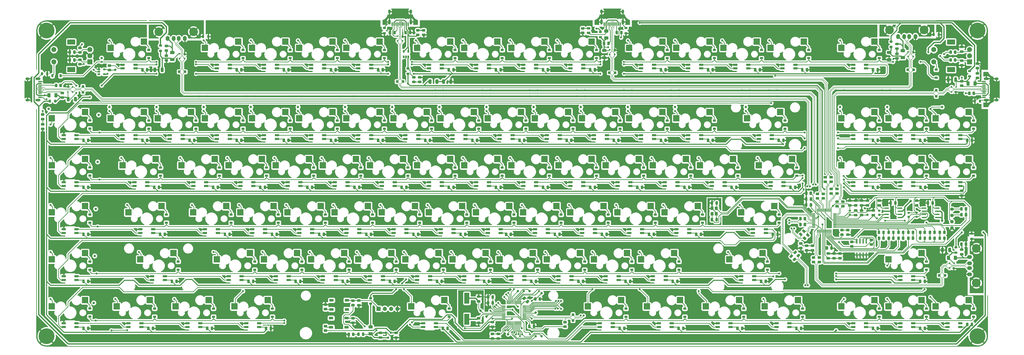
<source format=gbl>
%TF.GenerationSoftware,KiCad,Pcbnew,(5.1.10)-1*%
%TF.CreationDate,2021-11-05T09:14:13-04:00*%
%TF.ProjectId,custom_keyboard (f103_ fe2.1),63757374-6f6d-45f6-9b65-79626f617264,rev?*%
%TF.SameCoordinates,Original*%
%TF.FileFunction,Copper,L2,Bot*%
%TF.FilePolarity,Positive*%
%FSLAX46Y46*%
G04 Gerber Fmt 4.6, Leading zero omitted, Abs format (unit mm)*
G04 Created by KiCad (PCBNEW (5.1.10)-1) date 2021-11-05 09:14:13*
%MOMM*%
%LPD*%
G01*
G04 APERTURE LIST*
%TA.AperFunction,SMDPad,CuDef*%
%ADD10R,1.800000X0.900000*%
%TD*%
%TA.AperFunction,SMDPad,CuDef*%
%ADD11R,2.550000X2.500000*%
%TD*%
%TA.AperFunction,SMDPad,CuDef*%
%ADD12O,0.270000X1.500000*%
%TD*%
%TA.AperFunction,SMDPad,CuDef*%
%ADD13O,1.500000X0.270000*%
%TD*%
%TA.AperFunction,SMDPad,CuDef*%
%ADD14R,0.650000X1.060000*%
%TD*%
%TA.AperFunction,SMDPad,CuDef*%
%ADD15R,1.800000X1.100000*%
%TD*%
%TA.AperFunction,SMDPad,CuDef*%
%ADD16R,1.000000X1.000000*%
%TD*%
%TA.AperFunction,ComponentPad*%
%ADD17C,1.000000*%
%TD*%
%TA.AperFunction,ComponentPad*%
%ADD18O,1.700000X1.700000*%
%TD*%
%TA.AperFunction,ComponentPad*%
%ADD19R,1.700000X1.700000*%
%TD*%
%TA.AperFunction,SMDPad,CuDef*%
%ADD20R,2.000000X4.500000*%
%TD*%
%TA.AperFunction,SMDPad,CuDef*%
%ADD21R,1.200000X0.900000*%
%TD*%
%TA.AperFunction,SMDPad,CuDef*%
%ADD22O,0.588000X2.045000*%
%TD*%
%TA.AperFunction,SMDPad,CuDef*%
%ADD23R,0.700000X1.000000*%
%TD*%
%TA.AperFunction,SMDPad,CuDef*%
%ADD24R,0.700000X0.600000*%
%TD*%
%TA.AperFunction,SMDPad,CuDef*%
%ADD25R,1.000000X0.700000*%
%TD*%
%TA.AperFunction,SMDPad,CuDef*%
%ADD26R,0.600000X0.700000*%
%TD*%
%TA.AperFunction,SMDPad,CuDef*%
%ADD27R,0.800000X0.900000*%
%TD*%
%TA.AperFunction,SMDPad,CuDef*%
%ADD28R,1.060000X0.650000*%
%TD*%
%TA.AperFunction,SMDPad,CuDef*%
%ADD29O,1.950000X0.568000*%
%TD*%
%TA.AperFunction,SMDPad,CuDef*%
%ADD30R,1.450000X0.600000*%
%TD*%
%TA.AperFunction,SMDPad,CuDef*%
%ADD31R,1.450000X0.300000*%
%TD*%
%TA.AperFunction,ComponentPad*%
%ADD32O,2.100000X1.000000*%
%TD*%
%TA.AperFunction,ComponentPad*%
%ADD33O,1.600000X1.000000*%
%TD*%
%TA.AperFunction,ComponentPad*%
%ADD34C,3.500000*%
%TD*%
%TA.AperFunction,ComponentPad*%
%ADD35O,1.500000X2.000000*%
%TD*%
%TA.AperFunction,SMDPad,CuDef*%
%ADD36R,1.200000X1.400000*%
%TD*%
%TA.AperFunction,SMDPad,CuDef*%
%ADD37R,0.600000X1.450000*%
%TD*%
%TA.AperFunction,SMDPad,CuDef*%
%ADD38R,0.300000X1.450000*%
%TD*%
%TA.AperFunction,ComponentPad*%
%ADD39O,1.000000X2.100000*%
%TD*%
%TA.AperFunction,ComponentPad*%
%ADD40O,1.000000X1.600000*%
%TD*%
%TA.AperFunction,ComponentPad*%
%ADD41O,2.000000X1.500000*%
%TD*%
%TA.AperFunction,SMDPad,CuDef*%
%ADD42R,0.900000X1.200000*%
%TD*%
%TA.AperFunction,ComponentPad*%
%ADD43R,2.000000X2.000000*%
%TD*%
%TA.AperFunction,ComponentPad*%
%ADD44C,2.000000*%
%TD*%
%TA.AperFunction,ComponentPad*%
%ADD45R,3.200000X2.000000*%
%TD*%
%TA.AperFunction,ComponentPad*%
%ADD46C,1.397000*%
%TD*%
%TA.AperFunction,ComponentPad*%
%ADD47C,6.400000*%
%TD*%
%TA.AperFunction,ViaPad*%
%ADD48C,0.800000*%
%TD*%
%TA.AperFunction,Conductor*%
%ADD49C,0.250000*%
%TD*%
%TA.AperFunction,Conductor*%
%ADD50C,0.200000*%
%TD*%
%TA.AperFunction,Conductor*%
%ADD51C,0.254000*%
%TD*%
%TA.AperFunction,Conductor*%
%ADD52C,0.381000*%
%TD*%
%TA.AperFunction,Conductor*%
%ADD53C,0.508000*%
%TD*%
%TA.AperFunction,Conductor*%
%ADD54C,0.100000*%
%TD*%
G04 APERTURE END LIST*
%TO.P,U14,48*%
%TO.N,+3V3*%
%TA.AperFunction,SMDPad,CuDef*%
G36*
G01*
X265370600Y-277857800D02*
X265370600Y-276532800D01*
G75*
G02*
X265445600Y-276457800I75000J0D01*
G01*
X265595600Y-276457800D01*
G75*
G02*
X265670600Y-276532800I0J-75000D01*
G01*
X265670600Y-277857800D01*
G75*
G02*
X265595600Y-277932800I-75000J0D01*
G01*
X265445600Y-277932800D01*
G75*
G02*
X265370600Y-277857800I0J75000D01*
G01*
G37*
%TD.AperFunction*%
%TO.P,U14,47*%
%TO.N,GND*%
%TA.AperFunction,SMDPad,CuDef*%
G36*
G01*
X265870600Y-277857800D02*
X265870600Y-276532800D01*
G75*
G02*
X265945600Y-276457800I75000J0D01*
G01*
X266095600Y-276457800D01*
G75*
G02*
X266170600Y-276532800I0J-75000D01*
G01*
X266170600Y-277857800D01*
G75*
G02*
X266095600Y-277932800I-75000J0D01*
G01*
X265945600Y-277932800D01*
G75*
G02*
X265870600Y-277857800I0J75000D01*
G01*
G37*
%TD.AperFunction*%
%TO.P,U14,46*%
%TO.N,ROT1_ROW*%
%TA.AperFunction,SMDPad,CuDef*%
G36*
G01*
X266370600Y-277857800D02*
X266370600Y-276532800D01*
G75*
G02*
X266445600Y-276457800I75000J0D01*
G01*
X266595600Y-276457800D01*
G75*
G02*
X266670600Y-276532800I0J-75000D01*
G01*
X266670600Y-277857800D01*
G75*
G02*
X266595600Y-277932800I-75000J0D01*
G01*
X266445600Y-277932800D01*
G75*
G02*
X266370600Y-277857800I0J75000D01*
G01*
G37*
%TD.AperFunction*%
%TO.P,U14,45*%
%TO.N,ROW1*%
%TA.AperFunction,SMDPad,CuDef*%
G36*
G01*
X266870600Y-277857800D02*
X266870600Y-276532800D01*
G75*
G02*
X266945600Y-276457800I75000J0D01*
G01*
X267095600Y-276457800D01*
G75*
G02*
X267170600Y-276532800I0J-75000D01*
G01*
X267170600Y-277857800D01*
G75*
G02*
X267095600Y-277932800I-75000J0D01*
G01*
X266945600Y-277932800D01*
G75*
G02*
X266870600Y-277857800I0J75000D01*
G01*
G37*
%TD.AperFunction*%
%TO.P,U14,44*%
%TO.N,BOOT0*%
%TA.AperFunction,SMDPad,CuDef*%
G36*
G01*
X267370600Y-277857800D02*
X267370600Y-276532800D01*
G75*
G02*
X267445600Y-276457800I75000J0D01*
G01*
X267595600Y-276457800D01*
G75*
G02*
X267670600Y-276532800I0J-75000D01*
G01*
X267670600Y-277857800D01*
G75*
G02*
X267595600Y-277932800I-75000J0D01*
G01*
X267445600Y-277932800D01*
G75*
G02*
X267370600Y-277857800I0J75000D01*
G01*
G37*
%TD.AperFunction*%
%TO.P,U14,43*%
%TO.N,KEYBOARD_SDA*%
%TA.AperFunction,SMDPad,CuDef*%
G36*
G01*
X267870600Y-277857800D02*
X267870600Y-276532800D01*
G75*
G02*
X267945600Y-276457800I75000J0D01*
G01*
X268095600Y-276457800D01*
G75*
G02*
X268170600Y-276532800I0J-75000D01*
G01*
X268170600Y-277857800D01*
G75*
G02*
X268095600Y-277932800I-75000J0D01*
G01*
X267945600Y-277932800D01*
G75*
G02*
X267870600Y-277857800I0J75000D01*
G01*
G37*
%TD.AperFunction*%
%TO.P,U14,42*%
%TO.N,KEYBOARD_SCL*%
%TA.AperFunction,SMDPad,CuDef*%
G36*
G01*
X268370600Y-277857800D02*
X268370600Y-276532800D01*
G75*
G02*
X268445600Y-276457800I75000J0D01*
G01*
X268595600Y-276457800D01*
G75*
G02*
X268670600Y-276532800I0J-75000D01*
G01*
X268670600Y-277857800D01*
G75*
G02*
X268595600Y-277932800I-75000J0D01*
G01*
X268445600Y-277932800D01*
G75*
G02*
X268370600Y-277857800I0J75000D01*
G01*
G37*
%TD.AperFunction*%
%TO.P,U14,41*%
%TO.N,ROW2*%
%TA.AperFunction,SMDPad,CuDef*%
G36*
G01*
X268870600Y-277857800D02*
X268870600Y-276532800D01*
G75*
G02*
X268945600Y-276457800I75000J0D01*
G01*
X269095600Y-276457800D01*
G75*
G02*
X269170600Y-276532800I0J-75000D01*
G01*
X269170600Y-277857800D01*
G75*
G02*
X269095600Y-277932800I-75000J0D01*
G01*
X268945600Y-277932800D01*
G75*
G02*
X268870600Y-277857800I0J75000D01*
G01*
G37*
%TD.AperFunction*%
%TO.P,U14,40*%
%TO.N,ROW3*%
%TA.AperFunction,SMDPad,CuDef*%
G36*
G01*
X269370600Y-277857800D02*
X269370600Y-276532800D01*
G75*
G02*
X269445600Y-276457800I75000J0D01*
G01*
X269595600Y-276457800D01*
G75*
G02*
X269670600Y-276532800I0J-75000D01*
G01*
X269670600Y-277857800D01*
G75*
G02*
X269595600Y-277932800I-75000J0D01*
G01*
X269445600Y-277932800D01*
G75*
G02*
X269370600Y-277857800I0J75000D01*
G01*
G37*
%TD.AperFunction*%
%TO.P,U14,39*%
%TO.N,ROW4*%
%TA.AperFunction,SMDPad,CuDef*%
G36*
G01*
X269870600Y-277857800D02*
X269870600Y-276532800D01*
G75*
G02*
X269945600Y-276457800I75000J0D01*
G01*
X270095600Y-276457800D01*
G75*
G02*
X270170600Y-276532800I0J-75000D01*
G01*
X270170600Y-277857800D01*
G75*
G02*
X270095600Y-277932800I-75000J0D01*
G01*
X269945600Y-277932800D01*
G75*
G02*
X269870600Y-277857800I0J75000D01*
G01*
G37*
%TD.AperFunction*%
%TO.P,U14,38*%
%TO.N,ROW5*%
%TA.AperFunction,SMDPad,CuDef*%
G36*
G01*
X270370600Y-277857800D02*
X270370600Y-276532800D01*
G75*
G02*
X270445600Y-276457800I75000J0D01*
G01*
X270595600Y-276457800D01*
G75*
G02*
X270670600Y-276532800I0J-75000D01*
G01*
X270670600Y-277857800D01*
G75*
G02*
X270595600Y-277932800I-75000J0D01*
G01*
X270445600Y-277932800D01*
G75*
G02*
X270370600Y-277857800I0J75000D01*
G01*
G37*
%TD.AperFunction*%
%TO.P,U14,37*%
%TO.N,SWCLK*%
%TA.AperFunction,SMDPad,CuDef*%
G36*
G01*
X270870600Y-277857800D02*
X270870600Y-276532800D01*
G75*
G02*
X270945600Y-276457800I75000J0D01*
G01*
X271095600Y-276457800D01*
G75*
G02*
X271170600Y-276532800I0J-75000D01*
G01*
X271170600Y-277857800D01*
G75*
G02*
X271095600Y-277932800I-75000J0D01*
G01*
X270945600Y-277932800D01*
G75*
G02*
X270870600Y-277857800I0J75000D01*
G01*
G37*
%TD.AperFunction*%
%TO.P,U14,36*%
%TO.N,+3V3*%
%TA.AperFunction,SMDPad,CuDef*%
G36*
G01*
X271695600Y-275857800D02*
X271695600Y-275707800D01*
G75*
G02*
X271770600Y-275632800I75000J0D01*
G01*
X273095600Y-275632800D01*
G75*
G02*
X273170600Y-275707800I0J-75000D01*
G01*
X273170600Y-275857800D01*
G75*
G02*
X273095600Y-275932800I-75000J0D01*
G01*
X271770600Y-275932800D01*
G75*
G02*
X271695600Y-275857800I0J75000D01*
G01*
G37*
%TD.AperFunction*%
%TO.P,U14,35*%
%TO.N,GND*%
%TA.AperFunction,SMDPad,CuDef*%
G36*
G01*
X271695600Y-275357800D02*
X271695600Y-275207800D01*
G75*
G02*
X271770600Y-275132800I75000J0D01*
G01*
X273095600Y-275132800D01*
G75*
G02*
X273170600Y-275207800I0J-75000D01*
G01*
X273170600Y-275357800D01*
G75*
G02*
X273095600Y-275432800I-75000J0D01*
G01*
X271770600Y-275432800D01*
G75*
G02*
X271695600Y-275357800I0J75000D01*
G01*
G37*
%TD.AperFunction*%
%TO.P,U14,34*%
%TO.N,SWDIO*%
%TA.AperFunction,SMDPad,CuDef*%
G36*
G01*
X271695600Y-274857800D02*
X271695600Y-274707800D01*
G75*
G02*
X271770600Y-274632800I75000J0D01*
G01*
X273095600Y-274632800D01*
G75*
G02*
X273170600Y-274707800I0J-75000D01*
G01*
X273170600Y-274857800D01*
G75*
G02*
X273095600Y-274932800I-75000J0D01*
G01*
X271770600Y-274932800D01*
G75*
G02*
X271695600Y-274857800I0J75000D01*
G01*
G37*
%TD.AperFunction*%
%TO.P,U14,33*%
%TO.N,KEYBOARD_D+*%
%TA.AperFunction,SMDPad,CuDef*%
G36*
G01*
X271695600Y-274357800D02*
X271695600Y-274207800D01*
G75*
G02*
X271770600Y-274132800I75000J0D01*
G01*
X273095600Y-274132800D01*
G75*
G02*
X273170600Y-274207800I0J-75000D01*
G01*
X273170600Y-274357800D01*
G75*
G02*
X273095600Y-274432800I-75000J0D01*
G01*
X271770600Y-274432800D01*
G75*
G02*
X271695600Y-274357800I0J75000D01*
G01*
G37*
%TD.AperFunction*%
%TO.P,U14,32*%
%TO.N,KEYBOARD_D-*%
%TA.AperFunction,SMDPad,CuDef*%
G36*
G01*
X271695600Y-273857800D02*
X271695600Y-273707800D01*
G75*
G02*
X271770600Y-273632800I75000J0D01*
G01*
X273095600Y-273632800D01*
G75*
G02*
X273170600Y-273707800I0J-75000D01*
G01*
X273170600Y-273857800D01*
G75*
G02*
X273095600Y-273932800I-75000J0D01*
G01*
X271770600Y-273932800D01*
G75*
G02*
X271695600Y-273857800I0J75000D01*
G01*
G37*
%TD.AperFunction*%
%TO.P,U14,31*%
%TO.N,BKL_DATA_IN_3V3*%
%TA.AperFunction,SMDPad,CuDef*%
G36*
G01*
X271695600Y-273357800D02*
X271695600Y-273207800D01*
G75*
G02*
X271770600Y-273132800I75000J0D01*
G01*
X273095600Y-273132800D01*
G75*
G02*
X273170600Y-273207800I0J-75000D01*
G01*
X273170600Y-273357800D01*
G75*
G02*
X273095600Y-273432800I-75000J0D01*
G01*
X271770600Y-273432800D01*
G75*
G02*
X271695600Y-273357800I0J75000D01*
G01*
G37*
%TD.AperFunction*%
%TO.P,U14,30*%
%TO.N,COL17*%
%TA.AperFunction,SMDPad,CuDef*%
G36*
G01*
X271695600Y-272857800D02*
X271695600Y-272707800D01*
G75*
G02*
X271770600Y-272632800I75000J0D01*
G01*
X273095600Y-272632800D01*
G75*
G02*
X273170600Y-272707800I0J-75000D01*
G01*
X273170600Y-272857800D01*
G75*
G02*
X273095600Y-272932800I-75000J0D01*
G01*
X271770600Y-272932800D01*
G75*
G02*
X271695600Y-272857800I0J75000D01*
G01*
G37*
%TD.AperFunction*%
%TO.P,U14,29*%
%TO.N,COL16*%
%TA.AperFunction,SMDPad,CuDef*%
G36*
G01*
X271695600Y-272357800D02*
X271695600Y-272207800D01*
G75*
G02*
X271770600Y-272132800I75000J0D01*
G01*
X273095600Y-272132800D01*
G75*
G02*
X273170600Y-272207800I0J-75000D01*
G01*
X273170600Y-272357800D01*
G75*
G02*
X273095600Y-272432800I-75000J0D01*
G01*
X271770600Y-272432800D01*
G75*
G02*
X271695600Y-272357800I0J75000D01*
G01*
G37*
%TD.AperFunction*%
%TO.P,U14,28*%
%TO.N,COL15*%
%TA.AperFunction,SMDPad,CuDef*%
G36*
G01*
X271695600Y-271857800D02*
X271695600Y-271707800D01*
G75*
G02*
X271770600Y-271632800I75000J0D01*
G01*
X273095600Y-271632800D01*
G75*
G02*
X273170600Y-271707800I0J-75000D01*
G01*
X273170600Y-271857800D01*
G75*
G02*
X273095600Y-271932800I-75000J0D01*
G01*
X271770600Y-271932800D01*
G75*
G02*
X271695600Y-271857800I0J75000D01*
G01*
G37*
%TD.AperFunction*%
%TO.P,U14,27*%
%TO.N,COL14*%
%TA.AperFunction,SMDPad,CuDef*%
G36*
G01*
X271695600Y-271357800D02*
X271695600Y-271207800D01*
G75*
G02*
X271770600Y-271132800I75000J0D01*
G01*
X273095600Y-271132800D01*
G75*
G02*
X273170600Y-271207800I0J-75000D01*
G01*
X273170600Y-271357800D01*
G75*
G02*
X273095600Y-271432800I-75000J0D01*
G01*
X271770600Y-271432800D01*
G75*
G02*
X271695600Y-271357800I0J75000D01*
G01*
G37*
%TD.AperFunction*%
%TO.P,U14,26*%
%TO.N,COL13*%
%TA.AperFunction,SMDPad,CuDef*%
G36*
G01*
X271695600Y-270857800D02*
X271695600Y-270707800D01*
G75*
G02*
X271770600Y-270632800I75000J0D01*
G01*
X273095600Y-270632800D01*
G75*
G02*
X273170600Y-270707800I0J-75000D01*
G01*
X273170600Y-270857800D01*
G75*
G02*
X273095600Y-270932800I-75000J0D01*
G01*
X271770600Y-270932800D01*
G75*
G02*
X271695600Y-270857800I0J75000D01*
G01*
G37*
%TD.AperFunction*%
%TO.P,U14,25*%
%TO.N,COL12*%
%TA.AperFunction,SMDPad,CuDef*%
G36*
G01*
X271695600Y-270357800D02*
X271695600Y-270207800D01*
G75*
G02*
X271770600Y-270132800I75000J0D01*
G01*
X273095600Y-270132800D01*
G75*
G02*
X273170600Y-270207800I0J-75000D01*
G01*
X273170600Y-270357800D01*
G75*
G02*
X273095600Y-270432800I-75000J0D01*
G01*
X271770600Y-270432800D01*
G75*
G02*
X271695600Y-270357800I0J75000D01*
G01*
G37*
%TD.AperFunction*%
%TO.P,U14,24*%
%TO.N,+3V3*%
%TA.AperFunction,SMDPad,CuDef*%
G36*
G01*
X270870600Y-269532800D02*
X270870600Y-268207800D01*
G75*
G02*
X270945600Y-268132800I75000J0D01*
G01*
X271095600Y-268132800D01*
G75*
G02*
X271170600Y-268207800I0J-75000D01*
G01*
X271170600Y-269532800D01*
G75*
G02*
X271095600Y-269607800I-75000J0D01*
G01*
X270945600Y-269607800D01*
G75*
G02*
X270870600Y-269532800I0J75000D01*
G01*
G37*
%TD.AperFunction*%
%TO.P,U14,23*%
%TO.N,GND*%
%TA.AperFunction,SMDPad,CuDef*%
G36*
G01*
X270370600Y-269532800D02*
X270370600Y-268207800D01*
G75*
G02*
X270445600Y-268132800I75000J0D01*
G01*
X270595600Y-268132800D01*
G75*
G02*
X270670600Y-268207800I0J-75000D01*
G01*
X270670600Y-269532800D01*
G75*
G02*
X270595600Y-269607800I-75000J0D01*
G01*
X270445600Y-269607800D01*
G75*
G02*
X270370600Y-269532800I0J75000D01*
G01*
G37*
%TD.AperFunction*%
%TO.P,U14,22*%
%TO.N,COL11*%
%TA.AperFunction,SMDPad,CuDef*%
G36*
G01*
X269870600Y-269532800D02*
X269870600Y-268207800D01*
G75*
G02*
X269945600Y-268132800I75000J0D01*
G01*
X270095600Y-268132800D01*
G75*
G02*
X270170600Y-268207800I0J-75000D01*
G01*
X270170600Y-269532800D01*
G75*
G02*
X270095600Y-269607800I-75000J0D01*
G01*
X269945600Y-269607800D01*
G75*
G02*
X269870600Y-269532800I0J75000D01*
G01*
G37*
%TD.AperFunction*%
%TO.P,U14,21*%
%TO.N,COL10*%
%TA.AperFunction,SMDPad,CuDef*%
G36*
G01*
X269370600Y-269532800D02*
X269370600Y-268207800D01*
G75*
G02*
X269445600Y-268132800I75000J0D01*
G01*
X269595600Y-268132800D01*
G75*
G02*
X269670600Y-268207800I0J-75000D01*
G01*
X269670600Y-269532800D01*
G75*
G02*
X269595600Y-269607800I-75000J0D01*
G01*
X269445600Y-269607800D01*
G75*
G02*
X269370600Y-269532800I0J75000D01*
G01*
G37*
%TD.AperFunction*%
%TO.P,U14,20*%
%TO.N,BOOT1*%
%TA.AperFunction,SMDPad,CuDef*%
G36*
G01*
X268870600Y-269532800D02*
X268870600Y-268207800D01*
G75*
G02*
X268945600Y-268132800I75000J0D01*
G01*
X269095600Y-268132800D01*
G75*
G02*
X269170600Y-268207800I0J-75000D01*
G01*
X269170600Y-269532800D01*
G75*
G02*
X269095600Y-269607800I-75000J0D01*
G01*
X268945600Y-269607800D01*
G75*
G02*
X268870600Y-269532800I0J75000D01*
G01*
G37*
%TD.AperFunction*%
%TO.P,U14,19*%
%TO.N,ENCODER_B2*%
%TA.AperFunction,SMDPad,CuDef*%
G36*
G01*
X268370600Y-269532800D02*
X268370600Y-268207800D01*
G75*
G02*
X268445600Y-268132800I75000J0D01*
G01*
X268595600Y-268132800D01*
G75*
G02*
X268670600Y-268207800I0J-75000D01*
G01*
X268670600Y-269532800D01*
G75*
G02*
X268595600Y-269607800I-75000J0D01*
G01*
X268445600Y-269607800D01*
G75*
G02*
X268370600Y-269532800I0J75000D01*
G01*
G37*
%TD.AperFunction*%
%TO.P,U14,18*%
%TO.N,ENCODER_B1*%
%TA.AperFunction,SMDPad,CuDef*%
G36*
G01*
X267870600Y-269532800D02*
X267870600Y-268207800D01*
G75*
G02*
X267945600Y-268132800I75000J0D01*
G01*
X268095600Y-268132800D01*
G75*
G02*
X268170600Y-268207800I0J-75000D01*
G01*
X268170600Y-269532800D01*
G75*
G02*
X268095600Y-269607800I-75000J0D01*
G01*
X267945600Y-269607800D01*
G75*
G02*
X267870600Y-269532800I0J75000D01*
G01*
G37*
%TD.AperFunction*%
%TO.P,U14,17*%
%TO.N,ENCODER_A*%
%TA.AperFunction,SMDPad,CuDef*%
G36*
G01*
X267370600Y-269532800D02*
X267370600Y-268207800D01*
G75*
G02*
X267445600Y-268132800I75000J0D01*
G01*
X267595600Y-268132800D01*
G75*
G02*
X267670600Y-268207800I0J-75000D01*
G01*
X267670600Y-269532800D01*
G75*
G02*
X267595600Y-269607800I-75000J0D01*
G01*
X267445600Y-269607800D01*
G75*
G02*
X267370600Y-269532800I0J75000D01*
G01*
G37*
%TD.AperFunction*%
%TO.P,U14,16*%
%TO.N,COL9*%
%TA.AperFunction,SMDPad,CuDef*%
G36*
G01*
X266870600Y-269532800D02*
X266870600Y-268207800D01*
G75*
G02*
X266945600Y-268132800I75000J0D01*
G01*
X267095600Y-268132800D01*
G75*
G02*
X267170600Y-268207800I0J-75000D01*
G01*
X267170600Y-269532800D01*
G75*
G02*
X267095600Y-269607800I-75000J0D01*
G01*
X266945600Y-269607800D01*
G75*
G02*
X266870600Y-269532800I0J75000D01*
G01*
G37*
%TD.AperFunction*%
%TO.P,U14,15*%
%TO.N,COL8*%
%TA.AperFunction,SMDPad,CuDef*%
G36*
G01*
X266370600Y-269532800D02*
X266370600Y-268207800D01*
G75*
G02*
X266445600Y-268132800I75000J0D01*
G01*
X266595600Y-268132800D01*
G75*
G02*
X266670600Y-268207800I0J-75000D01*
G01*
X266670600Y-269532800D01*
G75*
G02*
X266595600Y-269607800I-75000J0D01*
G01*
X266445600Y-269607800D01*
G75*
G02*
X266370600Y-269532800I0J75000D01*
G01*
G37*
%TD.AperFunction*%
%TO.P,U14,14*%
%TO.N,COL7*%
%TA.AperFunction,SMDPad,CuDef*%
G36*
G01*
X265870600Y-269532800D02*
X265870600Y-268207800D01*
G75*
G02*
X265945600Y-268132800I75000J0D01*
G01*
X266095600Y-268132800D01*
G75*
G02*
X266170600Y-268207800I0J-75000D01*
G01*
X266170600Y-269532800D01*
G75*
G02*
X266095600Y-269607800I-75000J0D01*
G01*
X265945600Y-269607800D01*
G75*
G02*
X265870600Y-269532800I0J75000D01*
G01*
G37*
%TD.AperFunction*%
%TO.P,U14,13*%
%TO.N,COL6*%
%TA.AperFunction,SMDPad,CuDef*%
G36*
G01*
X265370600Y-269532800D02*
X265370600Y-268207800D01*
G75*
G02*
X265445600Y-268132800I75000J0D01*
G01*
X265595600Y-268132800D01*
G75*
G02*
X265670600Y-268207800I0J-75000D01*
G01*
X265670600Y-269532800D01*
G75*
G02*
X265595600Y-269607800I-75000J0D01*
G01*
X265445600Y-269607800D01*
G75*
G02*
X265370600Y-269532800I0J75000D01*
G01*
G37*
%TD.AperFunction*%
%TO.P,U14,12*%
%TO.N,COL5*%
%TA.AperFunction,SMDPad,CuDef*%
G36*
G01*
X263370600Y-270357800D02*
X263370600Y-270207800D01*
G75*
G02*
X263445600Y-270132800I75000J0D01*
G01*
X264770600Y-270132800D01*
G75*
G02*
X264845600Y-270207800I0J-75000D01*
G01*
X264845600Y-270357800D01*
G75*
G02*
X264770600Y-270432800I-75000J0D01*
G01*
X263445600Y-270432800D01*
G75*
G02*
X263370600Y-270357800I0J75000D01*
G01*
G37*
%TD.AperFunction*%
%TO.P,U14,11*%
%TO.N,COL4*%
%TA.AperFunction,SMDPad,CuDef*%
G36*
G01*
X263370600Y-270857800D02*
X263370600Y-270707800D01*
G75*
G02*
X263445600Y-270632800I75000J0D01*
G01*
X264770600Y-270632800D01*
G75*
G02*
X264845600Y-270707800I0J-75000D01*
G01*
X264845600Y-270857800D01*
G75*
G02*
X264770600Y-270932800I-75000J0D01*
G01*
X263445600Y-270932800D01*
G75*
G02*
X263370600Y-270857800I0J75000D01*
G01*
G37*
%TD.AperFunction*%
%TO.P,U14,10*%
%TO.N,COL3*%
%TA.AperFunction,SMDPad,CuDef*%
G36*
G01*
X263370600Y-271357800D02*
X263370600Y-271207800D01*
G75*
G02*
X263445600Y-271132800I75000J0D01*
G01*
X264770600Y-271132800D01*
G75*
G02*
X264845600Y-271207800I0J-75000D01*
G01*
X264845600Y-271357800D01*
G75*
G02*
X264770600Y-271432800I-75000J0D01*
G01*
X263445600Y-271432800D01*
G75*
G02*
X263370600Y-271357800I0J75000D01*
G01*
G37*
%TD.AperFunction*%
%TO.P,U14,9*%
%TO.N,+3V3*%
%TA.AperFunction,SMDPad,CuDef*%
G36*
G01*
X263370600Y-271857800D02*
X263370600Y-271707800D01*
G75*
G02*
X263445600Y-271632800I75000J0D01*
G01*
X264770600Y-271632800D01*
G75*
G02*
X264845600Y-271707800I0J-75000D01*
G01*
X264845600Y-271857800D01*
G75*
G02*
X264770600Y-271932800I-75000J0D01*
G01*
X263445600Y-271932800D01*
G75*
G02*
X263370600Y-271857800I0J75000D01*
G01*
G37*
%TD.AperFunction*%
%TO.P,U14,8*%
%TO.N,GND*%
%TA.AperFunction,SMDPad,CuDef*%
G36*
G01*
X263370600Y-272357800D02*
X263370600Y-272207800D01*
G75*
G02*
X263445600Y-272132800I75000J0D01*
G01*
X264770600Y-272132800D01*
G75*
G02*
X264845600Y-272207800I0J-75000D01*
G01*
X264845600Y-272357800D01*
G75*
G02*
X264770600Y-272432800I-75000J0D01*
G01*
X263445600Y-272432800D01*
G75*
G02*
X263370600Y-272357800I0J75000D01*
G01*
G37*
%TD.AperFunction*%
%TO.P,U14,7*%
%TO.N,KEYBOARD_RESET*%
%TA.AperFunction,SMDPad,CuDef*%
G36*
G01*
X263370600Y-272857800D02*
X263370600Y-272707800D01*
G75*
G02*
X263445600Y-272632800I75000J0D01*
G01*
X264770600Y-272632800D01*
G75*
G02*
X264845600Y-272707800I0J-75000D01*
G01*
X264845600Y-272857800D01*
G75*
G02*
X264770600Y-272932800I-75000J0D01*
G01*
X263445600Y-272932800D01*
G75*
G02*
X263370600Y-272857800I0J75000D01*
G01*
G37*
%TD.AperFunction*%
%TO.P,U14,6*%
%TO.N,KEYBOARD_XTAL2*%
%TA.AperFunction,SMDPad,CuDef*%
G36*
G01*
X263370600Y-273357800D02*
X263370600Y-273207800D01*
G75*
G02*
X263445600Y-273132800I75000J0D01*
G01*
X264770600Y-273132800D01*
G75*
G02*
X264845600Y-273207800I0J-75000D01*
G01*
X264845600Y-273357800D01*
G75*
G02*
X264770600Y-273432800I-75000J0D01*
G01*
X263445600Y-273432800D01*
G75*
G02*
X263370600Y-273357800I0J75000D01*
G01*
G37*
%TD.AperFunction*%
%TO.P,U14,5*%
%TO.N,KEYBOARD_XTAL1*%
%TA.AperFunction,SMDPad,CuDef*%
G36*
G01*
X263370600Y-273857800D02*
X263370600Y-273707800D01*
G75*
G02*
X263445600Y-273632800I75000J0D01*
G01*
X264770600Y-273632800D01*
G75*
G02*
X264845600Y-273707800I0J-75000D01*
G01*
X264845600Y-273857800D01*
G75*
G02*
X264770600Y-273932800I-75000J0D01*
G01*
X263445600Y-273932800D01*
G75*
G02*
X263370600Y-273857800I0J75000D01*
G01*
G37*
%TD.AperFunction*%
%TO.P,U14,4*%
%TO.N,COL1*%
%TA.AperFunction,SMDPad,CuDef*%
G36*
G01*
X263370600Y-274357800D02*
X263370600Y-274207800D01*
G75*
G02*
X263445600Y-274132800I75000J0D01*
G01*
X264770600Y-274132800D01*
G75*
G02*
X264845600Y-274207800I0J-75000D01*
G01*
X264845600Y-274357800D01*
G75*
G02*
X264770600Y-274432800I-75000J0D01*
G01*
X263445600Y-274432800D01*
G75*
G02*
X263370600Y-274357800I0J75000D01*
G01*
G37*
%TD.AperFunction*%
%TO.P,U14,3*%
%TO.N,COL0*%
%TA.AperFunction,SMDPad,CuDef*%
G36*
G01*
X263370600Y-274857800D02*
X263370600Y-274707800D01*
G75*
G02*
X263445600Y-274632800I75000J0D01*
G01*
X264770600Y-274632800D01*
G75*
G02*
X264845600Y-274707800I0J-75000D01*
G01*
X264845600Y-274857800D01*
G75*
G02*
X264770600Y-274932800I-75000J0D01*
G01*
X263445600Y-274932800D01*
G75*
G02*
X263370600Y-274857800I0J75000D01*
G01*
G37*
%TD.AperFunction*%
%TO.P,U14,2*%
%TO.N,COL2*%
%TA.AperFunction,SMDPad,CuDef*%
G36*
G01*
X263370600Y-275357800D02*
X263370600Y-275207800D01*
G75*
G02*
X263445600Y-275132800I75000J0D01*
G01*
X264770600Y-275132800D01*
G75*
G02*
X264845600Y-275207800I0J-75000D01*
G01*
X264845600Y-275357800D01*
G75*
G02*
X264770600Y-275432800I-75000J0D01*
G01*
X263445600Y-275432800D01*
G75*
G02*
X263370600Y-275357800I0J75000D01*
G01*
G37*
%TD.AperFunction*%
%TO.P,U14,1*%
%TO.N,+3V3*%
%TA.AperFunction,SMDPad,CuDef*%
G36*
G01*
X263370600Y-275857800D02*
X263370600Y-275707800D01*
G75*
G02*
X263445600Y-275632800I75000J0D01*
G01*
X264770600Y-275632800D01*
G75*
G02*
X264845600Y-275707800I0J-75000D01*
G01*
X264845600Y-275857800D01*
G75*
G02*
X264770600Y-275932800I-75000J0D01*
G01*
X263445600Y-275932800D01*
G75*
G02*
X263370600Y-275857800I0J75000D01*
G01*
G37*
%TD.AperFunction*%
%TD*%
D10*
%TO.P,MX84,6*%
%TO.N,+5V*%
X308174500Y-278832800D03*
%TO.P,MX84,5*%
%TO.N,Net-(MX84-Pad5)*%
X308174500Y-277332800D03*
%TO.P,MX84,4*%
%TO.N,Net-(MX83-Pad5)*%
X302974500Y-278832800D03*
%TO.P,MX84,3*%
%TO.N,GND*%
X302974500Y-277332800D03*
D11*
%TO.P,MX84,2*%
%TO.N,Net-(KD84-Pad2)*%
X311589500Y-267952800D03*
%TO.P,MX84,1*%
%TO.N,COL10*%
X298164500Y-270492800D03*
%TD*%
D10*
%TO.P,MX14,6*%
%TO.N,+5V*%
X410561800Y-174064400D03*
%TO.P,MX14,5*%
%TO.N,DOUT1*%
X410561800Y-172564400D03*
%TO.P,MX14,4*%
%TO.N,Net-(MX13-Pad5)*%
X405361800Y-174064400D03*
%TO.P,MX14,3*%
%TO.N,GND*%
X405361800Y-172564400D03*
D11*
%TO.P,MX14,2*%
%TO.N,Net-(KD14-Pad2)*%
X413976800Y-163184400D03*
%TO.P,MX14,1*%
%TO.N,COL15*%
X400551800Y-165724400D03*
%TD*%
%TO.P,R27,2*%
%TO.N,BOOT1*%
%TA.AperFunction,SMDPad,CuDef*%
G36*
G01*
X277395000Y-267026898D02*
X277395000Y-267926902D01*
G75*
G02*
X277145002Y-268176900I-249998J0D01*
G01*
X276619998Y-268176900D01*
G75*
G02*
X276370000Y-267926902I0J249998D01*
G01*
X276370000Y-267026898D01*
G75*
G02*
X276619998Y-266776900I249998J0D01*
G01*
X277145002Y-266776900D01*
G75*
G02*
X277395000Y-267026898I0J-249998D01*
G01*
G37*
%TD.AperFunction*%
%TO.P,R27,1*%
%TO.N,GND*%
%TA.AperFunction,SMDPad,CuDef*%
G36*
G01*
X279220000Y-267026898D02*
X279220000Y-267926902D01*
G75*
G02*
X278970002Y-268176900I-249998J0D01*
G01*
X278444998Y-268176900D01*
G75*
G02*
X278195000Y-267926902I0J249998D01*
G01*
X278195000Y-267026898D01*
G75*
G02*
X278444998Y-266776900I249998J0D01*
G01*
X278970002Y-266776900D01*
G75*
G02*
X279220000Y-267026898I0J-249998D01*
G01*
G37*
%TD.AperFunction*%
%TD*%
%TO.P,R65,2*%
%TO.N,Net-(D12-Pad1)*%
%TA.AperFunction,SMDPad,CuDef*%
G36*
G01*
X229722998Y-178982500D02*
X230623002Y-178982500D01*
G75*
G02*
X230873000Y-179232498I0J-249998D01*
G01*
X230873000Y-179757502D01*
G75*
G02*
X230623002Y-180007500I-249998J0D01*
G01*
X229722998Y-180007500D01*
G75*
G02*
X229473000Y-179757502I0J249998D01*
G01*
X229473000Y-179232498D01*
G75*
G02*
X229722998Y-178982500I249998J0D01*
G01*
G37*
%TD.AperFunction*%
%TO.P,R65,1*%
%TO.N,GND*%
%TA.AperFunction,SMDPad,CuDef*%
G36*
G01*
X229722998Y-177157500D02*
X230623002Y-177157500D01*
G75*
G02*
X230873000Y-177407498I0J-249998D01*
G01*
X230873000Y-177932502D01*
G75*
G02*
X230623002Y-178182500I-249998J0D01*
G01*
X229722998Y-178182500D01*
G75*
G02*
X229473000Y-177932502I0J249998D01*
G01*
X229473000Y-177407498D01*
G75*
G02*
X229722998Y-177157500I249998J0D01*
G01*
G37*
%TD.AperFunction*%
%TD*%
%TO.P,D12,2*%
%TO.N,Net-(D12-Pad2)*%
%TA.AperFunction,SMDPad,CuDef*%
G36*
G01*
X228248150Y-178132500D02*
X227335650Y-178132500D01*
G75*
G02*
X227091900Y-177888750I0J243750D01*
G01*
X227091900Y-177401250D01*
G75*
G02*
X227335650Y-177157500I243750J0D01*
G01*
X228248150Y-177157500D01*
G75*
G02*
X228491900Y-177401250I0J-243750D01*
G01*
X228491900Y-177888750D01*
G75*
G02*
X228248150Y-178132500I-243750J0D01*
G01*
G37*
%TD.AperFunction*%
%TO.P,D12,1*%
%TO.N,Net-(D12-Pad1)*%
%TA.AperFunction,SMDPad,CuDef*%
G36*
G01*
X228248150Y-180007500D02*
X227335650Y-180007500D01*
G75*
G02*
X227091900Y-179763750I0J243750D01*
G01*
X227091900Y-179276250D01*
G75*
G02*
X227335650Y-179032500I243750J0D01*
G01*
X228248150Y-179032500D01*
G75*
G02*
X228491900Y-179276250I0J-243750D01*
G01*
X228491900Y-179763750D01*
G75*
G02*
X228248150Y-180007500I-243750J0D01*
G01*
G37*
%TD.AperFunction*%
%TD*%
%TO.P,R64,2*%
%TO.N,Net-(D11-Pad1)*%
%TA.AperFunction,SMDPad,CuDef*%
G36*
G01*
X202793500Y-282258502D02*
X202793500Y-281358498D01*
G75*
G02*
X203043498Y-281108500I249998J0D01*
G01*
X203568502Y-281108500D01*
G75*
G02*
X203818500Y-281358498I0J-249998D01*
G01*
X203818500Y-282258502D01*
G75*
G02*
X203568502Y-282508500I-249998J0D01*
G01*
X203043498Y-282508500D01*
G75*
G02*
X202793500Y-282258502I0J249998D01*
G01*
G37*
%TD.AperFunction*%
%TO.P,R64,1*%
%TO.N,GND*%
%TA.AperFunction,SMDPad,CuDef*%
G36*
G01*
X200968500Y-282258502D02*
X200968500Y-281358498D01*
G75*
G02*
X201218498Y-281108500I249998J0D01*
G01*
X201743502Y-281108500D01*
G75*
G02*
X201993500Y-281358498I0J-249998D01*
G01*
X201993500Y-282258502D01*
G75*
G02*
X201743502Y-282508500I-249998J0D01*
G01*
X201218498Y-282508500D01*
G75*
G02*
X200968500Y-282258502I0J249998D01*
G01*
G37*
%TD.AperFunction*%
%TD*%
%TO.P,D11,2*%
%TO.N,KEYBOARD_5V*%
%TA.AperFunction,SMDPad,CuDef*%
G36*
G01*
X206812000Y-282219750D02*
X206812000Y-281307250D01*
G75*
G02*
X207055750Y-281063500I243750J0D01*
G01*
X207543250Y-281063500D01*
G75*
G02*
X207787000Y-281307250I0J-243750D01*
G01*
X207787000Y-282219750D01*
G75*
G02*
X207543250Y-282463500I-243750J0D01*
G01*
X207055750Y-282463500D01*
G75*
G02*
X206812000Y-282219750I0J243750D01*
G01*
G37*
%TD.AperFunction*%
%TO.P,D11,1*%
%TO.N,Net-(D11-Pad1)*%
%TA.AperFunction,SMDPad,CuDef*%
G36*
G01*
X204937000Y-282219750D02*
X204937000Y-281307250D01*
G75*
G02*
X205180750Y-281063500I243750J0D01*
G01*
X205668250Y-281063500D01*
G75*
G02*
X205912000Y-281307250I0J-243750D01*
G01*
X205912000Y-282219750D01*
G75*
G02*
X205668250Y-282463500I-243750J0D01*
G01*
X205180750Y-282463500D01*
G75*
G02*
X204937000Y-282219750I0J243750D01*
G01*
G37*
%TD.AperFunction*%
%TD*%
D10*
%TO.P,MX64,6*%
%TO.N,+5V*%
X370083100Y-240735200D03*
%TO.P,MX64,5*%
%TO.N,DOUT4*%
X370083100Y-239235200D03*
%TO.P,MX64,4*%
%TO.N,Net-(MX63-Pad5)*%
X364883100Y-240735200D03*
%TO.P,MX64,3*%
%TO.N,GND*%
X364883100Y-239235200D03*
D11*
%TO.P,MX64,2*%
%TO.N,Net-(KD64-Pad2)*%
X373498100Y-229855200D03*
%TO.P,MX64,1*%
%TO.N,COL14*%
X360073100Y-232395200D03*
%TD*%
D12*
%TO.P,FE2.1,1*%
%TO.N,HUB_DRV*%
X396425200Y-239978900D03*
%TO.P,FE2.1,2*%
%TO.N,HUB_SDA*%
X395925200Y-239978900D03*
%TO.P,FE2.1,3*%
%TO.N,HUB_LED1*%
X395425200Y-239978900D03*
%TO.P,FE2.1,4*%
%TO.N,HUB_LED2*%
X394925200Y-239978900D03*
%TO.P,FE2.1,5*%
%TO.N,HUB_LED3*%
X394425200Y-239978900D03*
%TO.P,FE2.1,6*%
%TO.N,+1V8*%
X393925200Y-239978900D03*
%TO.P,FE2.1,7*%
%TO.N,HUB_LED4*%
X393425200Y-239978900D03*
%TO.P,FE2.1,8*%
%TO.N,+5V*%
X392925200Y-239978900D03*
%TO.P,FE2.1,9*%
%TO.N,+3V3*%
X392425200Y-239978900D03*
%TO.P,FE2.1,10*%
%TO.N,GND*%
X391925200Y-239978900D03*
%TO.P,FE2.1,11*%
%TO.N,HUB_PORT4_D-*%
X391425200Y-239978900D03*
%TO.P,FE2.1,12*%
%TO.N,HUB_PORT4_D+*%
X390925200Y-239978900D03*
D13*
%TO.P,FE2.1,13*%
%TO.N,HUB_PORT3_D-*%
X389425200Y-238478900D03*
%TO.P,FE2.1,14*%
%TO.N,HUB_PORT3_D+*%
X389425200Y-237978900D03*
%TO.P,FE2.1,15*%
%TO.N,+3V3*%
X389425200Y-237478900D03*
%TO.P,FE2.1,16*%
%TO.N,HUB_PORT2_D-*%
X389425200Y-236978900D03*
%TO.P,FE2.1,17*%
%TO.N,HUB_PORT2_D+*%
X389425200Y-236478900D03*
%TO.P,FE2.1,18*%
%TO.N,HUB_PORT1_D-*%
X389425200Y-235978900D03*
%TO.P,FE2.1,19*%
%TO.N,HUB_PORT1_D+*%
X389425200Y-235478900D03*
%TO.P,FE2.1,20*%
%TO.N,+3V3*%
X389425200Y-234978900D03*
%TO.P,FE2.1,21*%
X389425200Y-234478900D03*
%TO.P,FE2.1,22*%
%TO.N,HUB_XIN*%
X389425200Y-233978900D03*
%TO.P,FE2.1,23*%
%TO.N,HUB_XOUT*%
X389425200Y-233478900D03*
%TO.P,FE2.1,24*%
%TO.N,GND*%
X389425200Y-232978900D03*
D12*
%TO.P,FE2.1,25*%
%TO.N,+1V8*%
X390925200Y-231478900D03*
%TO.P,FE2.1,26*%
%TO.N,+3V3*%
X391425200Y-231478900D03*
%TO.P,FE2.1,27*%
%TO.N,Net-(FE2.1-Pad27)*%
X391925200Y-231478900D03*
%TO.P,FE2.1,28*%
%TO.N,+1V8*%
X392425200Y-231478900D03*
%TO.P,FE2.1,29*%
%TO.N,HUB_D-*%
X392925200Y-231478900D03*
%TO.P,FE2.1,30*%
%TO.N,HUB_D+*%
X393425200Y-231478900D03*
%TO.P,FE2.1,31*%
%TO.N,+3V3*%
X393925200Y-231478900D03*
%TO.P,FE2.1,32*%
%TO.N,HUB_PORT5_D-*%
X394425200Y-231478900D03*
%TO.P,FE2.1,33*%
%TO.N,HUB_PORT5_D+*%
X394925200Y-231478900D03*
%TO.P,FE2.1,34*%
%TO.N,HUB_PORT6_D-*%
X395425200Y-231478900D03*
%TO.P,FE2.1,35*%
%TO.N,HUB_PORT6_D+*%
X395925200Y-231478900D03*
%TO.P,FE2.1,36*%
%TO.N,+3V3*%
X396425200Y-231478900D03*
D13*
%TO.P,FE2.1,37*%
%TO.N,HUB_PORT7_D-*%
X397925200Y-232978900D03*
%TO.P,FE2.1,38*%
%TO.N,HUB_PORT7_D+*%
X397925200Y-233478900D03*
%TO.P,FE2.1,39*%
%TO.N,GND*%
X397925200Y-233978900D03*
%TO.P,FE2.1,40*%
%TO.N,XRSTJ*%
X397925200Y-234478900D03*
%TO.P,FE2.1,41*%
%TO.N,VBUSM*%
X397925200Y-234978900D03*
%TO.P,FE2.1,42*%
%TO.N,+3V3*%
X397925200Y-235478900D03*
%TO.P,FE2.1,43*%
%TO.N,OVCJ5*%
X397925200Y-235978900D03*
%TO.P,FE2.1,44*%
%TO.N,PWRJ*%
X397925200Y-236478900D03*
%TO.P,FE2.1,45*%
%TO.N,OVCJ1*%
X397925200Y-236978900D03*
%TO.P,FE2.1,46*%
%TO.N,HUB_LED7*%
X397925200Y-237478900D03*
%TO.P,FE2.1,47*%
%TO.N,HUB_LED6*%
X397925200Y-237978900D03*
%TO.P,FE2.1,48*%
%TO.N,HUB_LED5*%
X397925200Y-238478900D03*
%TD*%
%TO.P,R24,2*%
%TO.N,Net-(R24-Pad2)*%
%TA.AperFunction,SMDPad,CuDef*%
G36*
G01*
X191625398Y-271051700D02*
X192525402Y-271051700D01*
G75*
G02*
X192775400Y-271301698I0J-249998D01*
G01*
X192775400Y-271826702D01*
G75*
G02*
X192525402Y-272076700I-249998J0D01*
G01*
X191625398Y-272076700D01*
G75*
G02*
X191375400Y-271826702I0J249998D01*
G01*
X191375400Y-271301698D01*
G75*
G02*
X191625398Y-271051700I249998J0D01*
G01*
G37*
%TD.AperFunction*%
%TO.P,R24,1*%
%TO.N,GND*%
%TA.AperFunction,SMDPad,CuDef*%
G36*
G01*
X191625398Y-269226700D02*
X192525402Y-269226700D01*
G75*
G02*
X192775400Y-269476698I0J-249998D01*
G01*
X192775400Y-270001702D01*
G75*
G02*
X192525402Y-270251700I-249998J0D01*
G01*
X191625398Y-270251700D01*
G75*
G02*
X191375400Y-270001702I0J249998D01*
G01*
X191375400Y-269476698D01*
G75*
G02*
X191625398Y-269226700I249998J0D01*
G01*
G37*
%TD.AperFunction*%
%TD*%
%TO.P,R25,2*%
%TO.N,GND*%
%TA.AperFunction,SMDPad,CuDef*%
G36*
G01*
X202737198Y-276607600D02*
X203637202Y-276607600D01*
G75*
G02*
X203887200Y-276857598I0J-249998D01*
G01*
X203887200Y-277382602D01*
G75*
G02*
X203637202Y-277632600I-249998J0D01*
G01*
X202737198Y-277632600D01*
G75*
G02*
X202487200Y-277382602I0J249998D01*
G01*
X202487200Y-276857598D01*
G75*
G02*
X202737198Y-276607600I249998J0D01*
G01*
G37*
%TD.AperFunction*%
%TO.P,R25,1*%
%TO.N,BOOT0*%
%TA.AperFunction,SMDPad,CuDef*%
G36*
G01*
X202737198Y-274782600D02*
X203637202Y-274782600D01*
G75*
G02*
X203887200Y-275032598I0J-249998D01*
G01*
X203887200Y-275557602D01*
G75*
G02*
X203637202Y-275807600I-249998J0D01*
G01*
X202737198Y-275807600D01*
G75*
G02*
X202487200Y-275557602I0J249998D01*
G01*
X202487200Y-275032598D01*
G75*
G02*
X202737198Y-274782600I249998J0D01*
G01*
G37*
%TD.AperFunction*%
%TD*%
%TO.P,R19,2*%
%TO.N,Net-(R19-Pad2)*%
%TA.AperFunction,SMDPad,CuDef*%
G36*
G01*
X192525402Y-278982400D02*
X191625398Y-278982400D01*
G75*
G02*
X191375400Y-278732402I0J249998D01*
G01*
X191375400Y-278207398D01*
G75*
G02*
X191625398Y-277957400I249998J0D01*
G01*
X192525402Y-277957400D01*
G75*
G02*
X192775400Y-278207398I0J-249998D01*
G01*
X192775400Y-278732402D01*
G75*
G02*
X192525402Y-278982400I-249998J0D01*
G01*
G37*
%TD.AperFunction*%
%TO.P,R19,1*%
%TO.N,+3V3*%
%TA.AperFunction,SMDPad,CuDef*%
G36*
G01*
X192525402Y-280807400D02*
X191625398Y-280807400D01*
G75*
G02*
X191375400Y-280557402I0J249998D01*
G01*
X191375400Y-280032398D01*
G75*
G02*
X191625398Y-279782400I249998J0D01*
G01*
X192525402Y-279782400D01*
G75*
G02*
X192775400Y-280032398I0J-249998D01*
G01*
X192775400Y-280557402D01*
G75*
G02*
X192525402Y-280807400I-249998J0D01*
G01*
G37*
%TD.AperFunction*%
%TD*%
%TO.P,R56,2*%
%TO.N,Net-(R56-Pad2)*%
%TA.AperFunction,SMDPad,CuDef*%
G36*
G01*
X453602700Y-184588402D02*
X453602700Y-183688398D01*
G75*
G02*
X453852698Y-183438400I249998J0D01*
G01*
X454377702Y-183438400D01*
G75*
G02*
X454627700Y-183688398I0J-249998D01*
G01*
X454627700Y-184588402D01*
G75*
G02*
X454377702Y-184838400I-249998J0D01*
G01*
X453852698Y-184838400D01*
G75*
G02*
X453602700Y-184588402I0J249998D01*
G01*
G37*
%TD.AperFunction*%
%TO.P,R56,1*%
%TO.N,Net-(C30-Pad1)*%
%TA.AperFunction,SMDPad,CuDef*%
G36*
G01*
X451777700Y-184588402D02*
X451777700Y-183688398D01*
G75*
G02*
X452027698Y-183438400I249998J0D01*
G01*
X452552702Y-183438400D01*
G75*
G02*
X452802700Y-183688398I0J-249998D01*
G01*
X452802700Y-184588402D01*
G75*
G02*
X452552702Y-184838400I-249998J0D01*
G01*
X452027698Y-184838400D01*
G75*
G02*
X451777700Y-184588402I0J249998D01*
G01*
G37*
%TD.AperFunction*%
%TD*%
%TO.P,R50,2*%
%TO.N,Net-(R50-Pad2)*%
%TA.AperFunction,SMDPad,CuDef*%
G36*
G01*
X448784198Y-180569900D02*
X449684202Y-180569900D01*
G75*
G02*
X449934200Y-180819898I0J-249998D01*
G01*
X449934200Y-181344902D01*
G75*
G02*
X449684202Y-181594900I-249998J0D01*
G01*
X448784198Y-181594900D01*
G75*
G02*
X448534200Y-181344902I0J249998D01*
G01*
X448534200Y-180819898D01*
G75*
G02*
X448784198Y-180569900I249998J0D01*
G01*
G37*
%TD.AperFunction*%
%TO.P,R50,1*%
%TO.N,Net-(C30-Pad1)*%
%TA.AperFunction,SMDPad,CuDef*%
G36*
G01*
X448784198Y-178744900D02*
X449684202Y-178744900D01*
G75*
G02*
X449934200Y-178994898I0J-249998D01*
G01*
X449934200Y-179519902D01*
G75*
G02*
X449684202Y-179769900I-249998J0D01*
G01*
X448784198Y-179769900D01*
G75*
G02*
X448534200Y-179519902I0J249998D01*
G01*
X448534200Y-178994898D01*
G75*
G02*
X448784198Y-178744900I249998J0D01*
G01*
G37*
%TD.AperFunction*%
%TD*%
%TO.P,R14,2*%
%TO.N,Net-(R14-Pad2)*%
%TA.AperFunction,SMDPad,CuDef*%
G36*
G01*
X83732200Y-180513598D02*
X83732200Y-181413602D01*
G75*
G02*
X83482202Y-181663600I-249998J0D01*
G01*
X82957198Y-181663600D01*
G75*
G02*
X82707200Y-181413602I0J249998D01*
G01*
X82707200Y-180513598D01*
G75*
G02*
X82957198Y-180263600I249998J0D01*
G01*
X83482202Y-180263600D01*
G75*
G02*
X83732200Y-180513598I0J-249998D01*
G01*
G37*
%TD.AperFunction*%
%TO.P,R14,1*%
%TO.N,Net-(C6-Pad1)*%
%TA.AperFunction,SMDPad,CuDef*%
G36*
G01*
X85557200Y-180513598D02*
X85557200Y-181413602D01*
G75*
G02*
X85307202Y-181663600I-249998J0D01*
G01*
X84782198Y-181663600D01*
G75*
G02*
X84532200Y-181413602I0J249998D01*
G01*
X84532200Y-180513598D01*
G75*
G02*
X84782198Y-180263600I249998J0D01*
G01*
X85307202Y-180263600D01*
G75*
G02*
X85557200Y-180513598I0J-249998D01*
G01*
G37*
%TD.AperFunction*%
%TD*%
%TO.P,R7,2*%
%TO.N,Net-(R7-Pad2)*%
%TA.AperFunction,SMDPad,CuDef*%
G36*
G01*
X86169602Y-184532100D02*
X85269598Y-184532100D01*
G75*
G02*
X85019600Y-184282102I0J249998D01*
G01*
X85019600Y-183757098D01*
G75*
G02*
X85269598Y-183507100I249998J0D01*
G01*
X86169602Y-183507100D01*
G75*
G02*
X86419600Y-183757098I0J-249998D01*
G01*
X86419600Y-184282102D01*
G75*
G02*
X86169602Y-184532100I-249998J0D01*
G01*
G37*
%TD.AperFunction*%
%TO.P,R7,1*%
%TO.N,Net-(C6-Pad1)*%
%TA.AperFunction,SMDPad,CuDef*%
G36*
G01*
X86169602Y-186357100D02*
X85269598Y-186357100D01*
G75*
G02*
X85019600Y-186107102I0J249998D01*
G01*
X85019600Y-185582098D01*
G75*
G02*
X85269598Y-185332100I249998J0D01*
G01*
X86169602Y-185332100D01*
G75*
G02*
X86419600Y-185582098I0J-249998D01*
G01*
X86419600Y-186107102D01*
G75*
G02*
X86169602Y-186357100I-249998J0D01*
G01*
G37*
%TD.AperFunction*%
%TD*%
%TO.P,R22,2*%
%TO.N,KEYBOARD_RESET*%
%TA.AperFunction,SMDPad,CuDef*%
G36*
G01*
X203637202Y-268664300D02*
X202737198Y-268664300D01*
G75*
G02*
X202487200Y-268414302I0J249998D01*
G01*
X202487200Y-267889298D01*
G75*
G02*
X202737198Y-267639300I249998J0D01*
G01*
X203637202Y-267639300D01*
G75*
G02*
X203887200Y-267889298I0J-249998D01*
G01*
X203887200Y-268414302D01*
G75*
G02*
X203637202Y-268664300I-249998J0D01*
G01*
G37*
%TD.AperFunction*%
%TO.P,R22,1*%
%TO.N,+3V3*%
%TA.AperFunction,SMDPad,CuDef*%
G36*
G01*
X203637202Y-270489300D02*
X202737198Y-270489300D01*
G75*
G02*
X202487200Y-270239302I0J249998D01*
G01*
X202487200Y-269714298D01*
G75*
G02*
X202737198Y-269464300I249998J0D01*
G01*
X203637202Y-269464300D01*
G75*
G02*
X203887200Y-269714298I0J-249998D01*
G01*
X203887200Y-270239302D01*
G75*
G02*
X203637202Y-270489300I-249998J0D01*
G01*
G37*
%TD.AperFunction*%
%TD*%
D14*
%TO.P,U1,5*%
%TO.N,VBUS*%
X225567100Y-167164400D03*
%TO.P,U1,4*%
X223667100Y-167164400D03*
%TO.P,U1,3*%
%TO.N,Net-(U1-Pad3)*%
X223667100Y-169364400D03*
%TO.P,U1,2*%
%TO.N,GND*%
X224617100Y-169364400D03*
%TO.P,U1,1*%
%TO.N,Net-(D12-Pad2)*%
X225567100Y-169364400D03*
%TD*%
D15*
%TO.P,SW2,4*%
%TO.N,N/C*%
X200562400Y-278933500D03*
%TO.P,SW2,3*%
X194362400Y-275233500D03*
%TO.P,SW2,2*%
%TO.N,BOOT0*%
X200562400Y-275233500D03*
%TO.P,SW2,1*%
%TO.N,Net-(R19-Pad2)*%
X194362400Y-278933500D03*
%TD*%
%TO.P,F1,2*%
%TO.N,+5V*%
%TA.AperFunction,SMDPad,CuDef*%
G36*
G01*
X236503900Y-180001200D02*
X236503900Y-178751200D01*
G75*
G02*
X236753900Y-178501200I250000J0D01*
G01*
X237503900Y-178501200D01*
G75*
G02*
X237753900Y-178751200I0J-250000D01*
G01*
X237753900Y-180001200D01*
G75*
G02*
X237503900Y-180251200I-250000J0D01*
G01*
X236753900Y-180251200D01*
G75*
G02*
X236503900Y-180001200I0J250000D01*
G01*
G37*
%TD.AperFunction*%
%TO.P,F1,1*%
%TA.AperFunction,SMDPad,CuDef*%
G36*
G01*
X233703900Y-180001200D02*
X233703900Y-178751200D01*
G75*
G02*
X233953900Y-178501200I250000J0D01*
G01*
X234703900Y-178501200D01*
G75*
G02*
X234953900Y-178751200I0J-250000D01*
G01*
X234953900Y-180001200D01*
G75*
G02*
X234703900Y-180251200I-250000J0D01*
G01*
X233953900Y-180251200D01*
G75*
G02*
X233703900Y-180001200I0J250000D01*
G01*
G37*
%TD.AperFunction*%
%TD*%
%TO.P,R36,2*%
%TO.N,Net-(R36-Pad2)*%
%TA.AperFunction,SMDPad,CuDef*%
G36*
G01*
X310333550Y-159083698D02*
X310333550Y-159983702D01*
G75*
G02*
X310083552Y-160233700I-249998J0D01*
G01*
X309558548Y-160233700D01*
G75*
G02*
X309308550Y-159983702I0J249998D01*
G01*
X309308550Y-159083698D01*
G75*
G02*
X309558548Y-158833700I249998J0D01*
G01*
X310083552Y-158833700D01*
G75*
G02*
X310333550Y-159083698I0J-249998D01*
G01*
G37*
%TD.AperFunction*%
%TO.P,R36,1*%
%TO.N,Net-(C17-Pad1)*%
%TA.AperFunction,SMDPad,CuDef*%
G36*
G01*
X312158550Y-159083698D02*
X312158550Y-159983702D01*
G75*
G02*
X311908552Y-160233700I-249998J0D01*
G01*
X311383548Y-160233700D01*
G75*
G02*
X311133550Y-159983702I0J249998D01*
G01*
X311133550Y-159083698D01*
G75*
G02*
X311383548Y-158833700I249998J0D01*
G01*
X311908552Y-158833700D01*
G75*
G02*
X312158550Y-159083698I0J-249998D01*
G01*
G37*
%TD.AperFunction*%
%TD*%
%TO.P,R33,2*%
%TO.N,Net-(R33-Pad2)*%
%TA.AperFunction,SMDPad,CuDef*%
G36*
G01*
X305974500Y-164349052D02*
X305974500Y-163449048D01*
G75*
G02*
X306224498Y-163199050I249998J0D01*
G01*
X306749502Y-163199050D01*
G75*
G02*
X306999500Y-163449048I0J-249998D01*
G01*
X306999500Y-164349052D01*
G75*
G02*
X306749502Y-164599050I-249998J0D01*
G01*
X306224498Y-164599050D01*
G75*
G02*
X305974500Y-164349052I0J249998D01*
G01*
G37*
%TD.AperFunction*%
%TO.P,R33,1*%
%TO.N,Net-(C17-Pad1)*%
%TA.AperFunction,SMDPad,CuDef*%
G36*
G01*
X304149500Y-164349052D02*
X304149500Y-163449048D01*
G75*
G02*
X304399498Y-163199050I249998J0D01*
G01*
X304924502Y-163199050D01*
G75*
G02*
X305174500Y-163449048I0J-249998D01*
G01*
X305174500Y-164349052D01*
G75*
G02*
X304924502Y-164599050I-249998J0D01*
G01*
X304399498Y-164599050D01*
G75*
G02*
X304149500Y-164349052I0J249998D01*
G01*
G37*
%TD.AperFunction*%
%TD*%
D16*
%TO.P,D+6,1*%
%TO.N,Net-(D+6-Pad1)*%
X429788550Y-174614000D03*
%TD*%
D10*
%TO.P,MX83,6*%
%TO.N,+5V*%
X236741500Y-278832800D03*
%TO.P,MX83,5*%
%TO.N,Net-(MX83-Pad5)*%
X236741500Y-277332800D03*
%TO.P,MX83,4*%
%TO.N,Net-(MX82-Pad5)*%
X231541500Y-278832800D03*
%TO.P,MX83,3*%
%TO.N,GND*%
X231541500Y-277332800D03*
D11*
%TO.P,MX83,2*%
%TO.N,Net-(KD83-Pad2)*%
X240156500Y-267952800D03*
%TO.P,MX83,1*%
%TO.N,COL6*%
X226731500Y-270492800D03*
%TD*%
D16*
%TO.P,KD-1,1*%
%TO.N,KEYBOARD_D+*%
X292081600Y-276207600D03*
%TD*%
%TO.P,KD+1,1*%
%TO.N,KEYBOARD_D-*%
X292081600Y-273826500D03*
%TD*%
%TO.P,D+7,1*%
%TO.N,Net-(D+7-Pad1)*%
X438916100Y-185328950D03*
%TD*%
%TO.P,D-7,1*%
%TO.N,Net-(D-7-Pad1)*%
X438916100Y-182947850D03*
%TD*%
%TO.P,D-6,1*%
%TO.N,Net-(D-6-Pad1)*%
X427407450Y-174614000D03*
%TD*%
%TO.P,D+5,1*%
%TO.N,Net-(D+5-Pad1)*%
X309146150Y-175804550D03*
%TD*%
%TO.P,D-5,1*%
%TO.N,Net-(D-5-Pad1)*%
X306765050Y-175804550D03*
%TD*%
%TO.P,D-4,1*%
%TO.N,Net-(D-4-Pad1)*%
X440106650Y-257952500D03*
%TD*%
%TO.P,D+4,1*%
%TO.N,Net-(D+4-Pad1)*%
X442487750Y-257952500D03*
%TD*%
%TO.P,D+2,1*%
%TO.N,Net-(D+2-Pad1)*%
X94053450Y-181360450D03*
%TD*%
%TO.P,D-2,1*%
%TO.N,Net-(D-2-Pad1)*%
X94053450Y-183741550D03*
%TD*%
%TO.P,D-3,1*%
%TO.N,Net-(D-3-Pad1)*%
X132944750Y-175407700D03*
%TD*%
%TO.P,D+3,1*%
%TO.N,Net-(D+3-Pad1)*%
X135325850Y-175407700D03*
%TD*%
%TO.P,D+1,1*%
%TO.N,Net-(D+1-Pad1)*%
X223426550Y-179376200D03*
%TD*%
%TO.P,D-1,1*%
%TO.N,Net-(D-1-Pad1)*%
X221045450Y-179376200D03*
%TD*%
D17*
%TO.P,BOOT1,1*%
%TO.N,BOOT1*%
X279382400Y-265095800D03*
%TD*%
%TO.P,BOOT0,1*%
%TO.N,BOOT0*%
X265889500Y-281763500D03*
%TD*%
D18*
%TO.P,J1,4*%
%TO.N,GND*%
X221125300Y-271445400D03*
%TO.P,J1,3*%
%TO.N,SWCLK*%
X218585300Y-271445400D03*
%TO.P,J1,2*%
%TO.N,SWDIO*%
X216045300Y-271445400D03*
D19*
%TO.P,J1,1*%
%TO.N,KEYBOARD_RESET*%
X213505300Y-271445400D03*
%TD*%
%TO.P,C13,2*%
%TO.N,GND*%
%TA.AperFunction,SMDPad,CuDef*%
G36*
G01*
X205093300Y-269514300D02*
X206043300Y-269514300D01*
G75*
G02*
X206293300Y-269764300I0J-250000D01*
G01*
X206293300Y-270264300D01*
G75*
G02*
X206043300Y-270514300I-250000J0D01*
G01*
X205093300Y-270514300D01*
G75*
G02*
X204843300Y-270264300I0J250000D01*
G01*
X204843300Y-269764300D01*
G75*
G02*
X205093300Y-269514300I250000J0D01*
G01*
G37*
%TD.AperFunction*%
%TO.P,C13,1*%
%TO.N,KEYBOARD_RESET*%
%TA.AperFunction,SMDPad,CuDef*%
G36*
G01*
X205093300Y-267614300D02*
X206043300Y-267614300D01*
G75*
G02*
X206293300Y-267864300I0J-250000D01*
G01*
X206293300Y-268364300D01*
G75*
G02*
X206043300Y-268614300I-250000J0D01*
G01*
X205093300Y-268614300D01*
G75*
G02*
X204843300Y-268364300I0J250000D01*
G01*
X204843300Y-267864300D01*
G75*
G02*
X205093300Y-267614300I250000J0D01*
G01*
G37*
%TD.AperFunction*%
%TD*%
D17*
%TO.P,X2,1*%
%TO.N,KEYBOARD_XTAL2*%
X254777700Y-272239100D03*
%TD*%
%TO.P,X1,1*%
%TO.N,KEYBOARD_XTAL1*%
X257158800Y-274620200D03*
%TD*%
%TO.P,C18,2*%
%TO.N,GND*%
%TA.AperFunction,SMDPad,CuDef*%
G36*
G01*
X259064900Y-278245000D02*
X260014900Y-278245000D01*
G75*
G02*
X260264900Y-278495000I0J-250000D01*
G01*
X260264900Y-278995000D01*
G75*
G02*
X260014900Y-279245000I-250000J0D01*
G01*
X259064900Y-279245000D01*
G75*
G02*
X258814900Y-278995000I0J250000D01*
G01*
X258814900Y-278495000D01*
G75*
G02*
X259064900Y-278245000I250000J0D01*
G01*
G37*
%TD.AperFunction*%
%TO.P,C18,1*%
%TO.N,+3V3*%
%TA.AperFunction,SMDPad,CuDef*%
G36*
G01*
X259064900Y-276345000D02*
X260014900Y-276345000D01*
G75*
G02*
X260264900Y-276595000I0J-250000D01*
G01*
X260264900Y-277095000D01*
G75*
G02*
X260014900Y-277345000I-250000J0D01*
G01*
X259064900Y-277345000D01*
G75*
G02*
X258814900Y-277095000I0J250000D01*
G01*
X258814900Y-276595000D01*
G75*
G02*
X259064900Y-276345000I250000J0D01*
G01*
G37*
%TD.AperFunction*%
%TD*%
D20*
%TO.P,Y2,2*%
%TO.N,KEYBOARD_XTAL2*%
X249221800Y-267195400D03*
%TO.P,Y2,1*%
%TO.N,KEYBOARD_XTAL1*%
X249221800Y-275695400D03*
%TD*%
D17*
%TO.P,BKL5,1*%
%TO.N,BKL_DATA_IN*%
X107149500Y-174614000D03*
%TD*%
%TO.P,5-7,1*%
%TO.N,PORT5-7PWR*%
X428598000Y-227791900D03*
%TD*%
%TO.P,1-4,1*%
%TO.N,PORT1-4_PWR*%
X441297200Y-235728900D03*
%TD*%
%TO.P,C1,2*%
%TO.N,GND*%
%TA.AperFunction,SMDPad,CuDef*%
G36*
G01*
X242184800Y-180026201D02*
X242184800Y-178726199D01*
G75*
G02*
X242434799Y-178476200I249999J0D01*
G01*
X243084801Y-178476200D01*
G75*
G02*
X243334800Y-178726199I0J-249999D01*
G01*
X243334800Y-180026201D01*
G75*
G02*
X243084801Y-180276200I-249999J0D01*
G01*
X242434799Y-180276200D01*
G75*
G02*
X242184800Y-180026201I0J249999D01*
G01*
G37*
%TD.AperFunction*%
%TO.P,C1,1*%
%TO.N,+5V*%
%TA.AperFunction,SMDPad,CuDef*%
G36*
G01*
X239234800Y-180026201D02*
X239234800Y-178726199D01*
G75*
G02*
X239484799Y-178476200I249999J0D01*
G01*
X240134801Y-178476200D01*
G75*
G02*
X240384800Y-178726199I0J-249999D01*
G01*
X240384800Y-180026201D01*
G75*
G02*
X240134801Y-180276200I-249999J0D01*
G01*
X239484799Y-180276200D01*
G75*
G02*
X239234800Y-180026201I0J249999D01*
G01*
G37*
%TD.AperFunction*%
%TD*%
%TO.P,ENCB2,1*%
%TO.N,ENCODER_B2*%
X272239100Y-264302100D03*
%TD*%
%TO.P,D2,2*%
%TO.N,VBUS*%
%TA.AperFunction,SMDPad,CuDef*%
G36*
G01*
X228923050Y-159983700D02*
X229835550Y-159983700D01*
G75*
G02*
X230079300Y-160227450I0J-243750D01*
G01*
X230079300Y-160714950D01*
G75*
G02*
X229835550Y-160958700I-243750J0D01*
G01*
X228923050Y-160958700D01*
G75*
G02*
X228679300Y-160714950I0J243750D01*
G01*
X228679300Y-160227450D01*
G75*
G02*
X228923050Y-159983700I243750J0D01*
G01*
G37*
%TD.AperFunction*%
%TO.P,D2,1*%
%TO.N,Net-(D2-Pad1)*%
%TA.AperFunction,SMDPad,CuDef*%
G36*
G01*
X228923050Y-158108700D02*
X229835550Y-158108700D01*
G75*
G02*
X230079300Y-158352450I0J-243750D01*
G01*
X230079300Y-158839950D01*
G75*
G02*
X229835550Y-159083700I-243750J0D01*
G01*
X228923050Y-159083700D01*
G75*
G02*
X228679300Y-158839950I0J243750D01*
G01*
X228679300Y-158352450D01*
G75*
G02*
X228923050Y-158108700I243750J0D01*
G01*
G37*
%TD.AperFunction*%
%TD*%
%TO.P,D9,2*%
%TO.N,Net-(D9-Pad2)*%
%TA.AperFunction,SMDPad,CuDef*%
G36*
G01*
X455127550Y-177445100D02*
X456040050Y-177445100D01*
G75*
G02*
X456283800Y-177688850I0J-243750D01*
G01*
X456283800Y-178176350D01*
G75*
G02*
X456040050Y-178420100I-243750J0D01*
G01*
X455127550Y-178420100D01*
G75*
G02*
X454883800Y-178176350I0J243750D01*
G01*
X454883800Y-177688850D01*
G75*
G02*
X455127550Y-177445100I243750J0D01*
G01*
G37*
%TD.AperFunction*%
%TO.P,D9,1*%
%TO.N,Net-(D9-Pad1)*%
%TA.AperFunction,SMDPad,CuDef*%
G36*
G01*
X455127550Y-175570100D02*
X456040050Y-175570100D01*
G75*
G02*
X456283800Y-175813850I0J-243750D01*
G01*
X456283800Y-176301350D01*
G75*
G02*
X456040050Y-176545100I-243750J0D01*
G01*
X455127550Y-176545100D01*
G75*
G02*
X454883800Y-176301350I0J243750D01*
G01*
X454883800Y-175813850D01*
G75*
G02*
X455127550Y-175570100I243750J0D01*
G01*
G37*
%TD.AperFunction*%
%TD*%
%TO.P,D6,2*%
%TO.N,Net-(D6-Pad2)*%
%TA.AperFunction,SMDPad,CuDef*%
G36*
G01*
X297974950Y-159190000D02*
X298887450Y-159190000D01*
G75*
G02*
X299131200Y-159433750I0J-243750D01*
G01*
X299131200Y-159921250D01*
G75*
G02*
X298887450Y-160165000I-243750J0D01*
G01*
X297974950Y-160165000D01*
G75*
G02*
X297731200Y-159921250I0J243750D01*
G01*
X297731200Y-159433750D01*
G75*
G02*
X297974950Y-159190000I243750J0D01*
G01*
G37*
%TD.AperFunction*%
%TO.P,D6,1*%
%TO.N,Net-(D6-Pad1)*%
%TA.AperFunction,SMDPad,CuDef*%
G36*
G01*
X297974950Y-157315000D02*
X298887450Y-157315000D01*
G75*
G02*
X299131200Y-157558750I0J-243750D01*
G01*
X299131200Y-158046250D01*
G75*
G02*
X298887450Y-158290000I-243750J0D01*
G01*
X297974950Y-158290000D01*
G75*
G02*
X297731200Y-158046250I0J243750D01*
G01*
X297731200Y-157558750D01*
G75*
G02*
X297974950Y-157315000I243750J0D01*
G01*
G37*
%TD.AperFunction*%
%TD*%
%TO.P,D1,2*%
%TO.N,Net-(D1-Pad2)*%
%TA.AperFunction,SMDPad,CuDef*%
G36*
G01*
X78238850Y-193212800D02*
X77326350Y-193212800D01*
G75*
G02*
X77082600Y-192969050I0J243750D01*
G01*
X77082600Y-192481550D01*
G75*
G02*
X77326350Y-192237800I243750J0D01*
G01*
X78238850Y-192237800D01*
G75*
G02*
X78482600Y-192481550I0J-243750D01*
G01*
X78482600Y-192969050D01*
G75*
G02*
X78238850Y-193212800I-243750J0D01*
G01*
G37*
%TD.AperFunction*%
%TO.P,D1,1*%
%TO.N,Net-(D1-Pad1)*%
%TA.AperFunction,SMDPad,CuDef*%
G36*
G01*
X78238850Y-195087800D02*
X77326350Y-195087800D01*
G75*
G02*
X77082600Y-194844050I0J243750D01*
G01*
X77082600Y-194356550D01*
G75*
G02*
X77326350Y-194112800I243750J0D01*
G01*
X78238850Y-194112800D01*
G75*
G02*
X78482600Y-194356550I0J-243750D01*
G01*
X78482600Y-194844050D01*
G75*
G02*
X78238850Y-195087800I-243750J0D01*
G01*
G37*
%TD.AperFunction*%
%TD*%
%TO.P,R8,2*%
%TO.N,Net-(D2-Pad1)*%
%TA.AperFunction,SMDPad,CuDef*%
G36*
G01*
X232210402Y-159133700D02*
X231310398Y-159133700D01*
G75*
G02*
X231060400Y-158883702I0J249998D01*
G01*
X231060400Y-158358698D01*
G75*
G02*
X231310398Y-158108700I249998J0D01*
G01*
X232210402Y-158108700D01*
G75*
G02*
X232460400Y-158358698I0J-249998D01*
G01*
X232460400Y-158883702D01*
G75*
G02*
X232210402Y-159133700I-249998J0D01*
G01*
G37*
%TD.AperFunction*%
%TO.P,R8,1*%
%TO.N,GND*%
%TA.AperFunction,SMDPad,CuDef*%
G36*
G01*
X232210402Y-160958700D02*
X231310398Y-160958700D01*
G75*
G02*
X231060400Y-160708702I0J249998D01*
G01*
X231060400Y-160183698D01*
G75*
G02*
X231310398Y-159933700I249998J0D01*
G01*
X232210402Y-159933700D01*
G75*
G02*
X232460400Y-160183698I0J-249998D01*
G01*
X232460400Y-160708702D01*
G75*
G02*
X232210402Y-160958700I-249998J0D01*
G01*
G37*
%TD.AperFunction*%
%TD*%
%TO.P,R48,2*%
%TO.N,Net-(D9-Pad1)*%
%TA.AperFunction,SMDPad,CuDef*%
G36*
G01*
X455133798Y-173426600D02*
X456033802Y-173426600D01*
G75*
G02*
X456283800Y-173676598I0J-249998D01*
G01*
X456283800Y-174201602D01*
G75*
G02*
X456033802Y-174451600I-249998J0D01*
G01*
X455133798Y-174451600D01*
G75*
G02*
X454883800Y-174201602I0J249998D01*
G01*
X454883800Y-173676598D01*
G75*
G02*
X455133798Y-173426600I249998J0D01*
G01*
G37*
%TD.AperFunction*%
%TO.P,R48,1*%
%TO.N,GND*%
%TA.AperFunction,SMDPad,CuDef*%
G36*
G01*
X455133798Y-171601600D02*
X456033802Y-171601600D01*
G75*
G02*
X456283800Y-171851598I0J-249998D01*
G01*
X456283800Y-172376602D01*
G75*
G02*
X456033802Y-172626600I-249998J0D01*
G01*
X455133798Y-172626600D01*
G75*
G02*
X454883800Y-172376602I0J249998D01*
G01*
X454883800Y-171851598D01*
G75*
G02*
X455133798Y-171601600I249998J0D01*
G01*
G37*
%TD.AperFunction*%
%TD*%
%TO.P,R45,2*%
%TO.N,Net-(D8-Pad1)*%
%TA.AperFunction,SMDPad,CuDef*%
G36*
G01*
X423492102Y-168658100D02*
X422592098Y-168658100D01*
G75*
G02*
X422342100Y-168408102I0J249998D01*
G01*
X422342100Y-167883098D01*
G75*
G02*
X422592098Y-167633100I249998J0D01*
G01*
X423492102Y-167633100D01*
G75*
G02*
X423742100Y-167883098I0J-249998D01*
G01*
X423742100Y-168408102D01*
G75*
G02*
X423492102Y-168658100I-249998J0D01*
G01*
G37*
%TD.AperFunction*%
%TO.P,R45,1*%
%TO.N,GND*%
%TA.AperFunction,SMDPad,CuDef*%
G36*
G01*
X423492102Y-170483100D02*
X422592098Y-170483100D01*
G75*
G02*
X422342100Y-170233102I0J249998D01*
G01*
X422342100Y-169708098D01*
G75*
G02*
X422592098Y-169458100I249998J0D01*
G01*
X423492102Y-169458100D01*
G75*
G02*
X423742100Y-169708098I0J-249998D01*
G01*
X423742100Y-170233102D01*
G75*
G02*
X423492102Y-170483100I-249998J0D01*
G01*
G37*
%TD.AperFunction*%
%TD*%
%TO.P,R28,2*%
%TO.N,Net-(D6-Pad1)*%
%TA.AperFunction,SMDPad,CuDef*%
G36*
G01*
X296500102Y-158340000D02*
X295600098Y-158340000D01*
G75*
G02*
X295350100Y-158090002I0J249998D01*
G01*
X295350100Y-157564998D01*
G75*
G02*
X295600098Y-157315000I249998J0D01*
G01*
X296500102Y-157315000D01*
G75*
G02*
X296750100Y-157564998I0J-249998D01*
G01*
X296750100Y-158090002D01*
G75*
G02*
X296500102Y-158340000I-249998J0D01*
G01*
G37*
%TD.AperFunction*%
%TO.P,R28,1*%
%TO.N,GND*%
%TA.AperFunction,SMDPad,CuDef*%
G36*
G01*
X296500102Y-160165000D02*
X295600098Y-160165000D01*
G75*
G02*
X295350100Y-159915002I0J249998D01*
G01*
X295350100Y-159389998D01*
G75*
G02*
X295600098Y-159140000I249998J0D01*
G01*
X296500102Y-159140000D01*
G75*
G02*
X296750100Y-159389998I0J-249998D01*
G01*
X296750100Y-159915002D01*
G75*
G02*
X296500102Y-160165000I-249998J0D01*
G01*
G37*
%TD.AperFunction*%
%TD*%
%TO.P,R30,2*%
%TO.N,Net-(D7-Pad1)*%
%TA.AperFunction,SMDPad,CuDef*%
G36*
G01*
X449627900Y-244803298D02*
X449627900Y-245703302D01*
G75*
G02*
X449377902Y-245953300I-249998J0D01*
G01*
X448852898Y-245953300D01*
G75*
G02*
X448602900Y-245703302I0J249998D01*
G01*
X448602900Y-244803298D01*
G75*
G02*
X448852898Y-244553300I249998J0D01*
G01*
X449377902Y-244553300D01*
G75*
G02*
X449627900Y-244803298I0J-249998D01*
G01*
G37*
%TD.AperFunction*%
%TO.P,R30,1*%
%TO.N,GND*%
%TA.AperFunction,SMDPad,CuDef*%
G36*
G01*
X451452900Y-244803298D02*
X451452900Y-245703302D01*
G75*
G02*
X451202902Y-245953300I-249998J0D01*
G01*
X450677898Y-245953300D01*
G75*
G02*
X450427900Y-245703302I0J249998D01*
G01*
X450427900Y-244803298D01*
G75*
G02*
X450677898Y-244553300I249998J0D01*
G01*
X451202902Y-244553300D01*
G75*
G02*
X451452900Y-244803298I0J-249998D01*
G01*
G37*
%TD.AperFunction*%
%TD*%
%TO.P,R2,2*%
%TO.N,Net-(D1-Pad1)*%
%TA.AperFunction,SMDPad,CuDef*%
G36*
G01*
X78232602Y-197231300D02*
X77332598Y-197231300D01*
G75*
G02*
X77082600Y-196981302I0J249998D01*
G01*
X77082600Y-196456298D01*
G75*
G02*
X77332598Y-196206300I249998J0D01*
G01*
X78232602Y-196206300D01*
G75*
G02*
X78482600Y-196456298I0J-249998D01*
G01*
X78482600Y-196981302D01*
G75*
G02*
X78232602Y-197231300I-249998J0D01*
G01*
G37*
%TD.AperFunction*%
%TO.P,R2,1*%
%TO.N,GND*%
%TA.AperFunction,SMDPad,CuDef*%
G36*
G01*
X78232602Y-199056300D02*
X77332598Y-199056300D01*
G75*
G02*
X77082600Y-198806302I0J249998D01*
G01*
X77082600Y-198281298D01*
G75*
G02*
X77332598Y-198031300I249998J0D01*
G01*
X78232602Y-198031300D01*
G75*
G02*
X78482600Y-198281298I0J-249998D01*
G01*
X78482600Y-198806302D01*
G75*
G02*
X78232602Y-199056300I-249998J0D01*
G01*
G37*
%TD.AperFunction*%
%TD*%
%TO.P,R10,2*%
%TO.N,Net-(D5-Pad1)*%
%TA.AperFunction,SMDPad,CuDef*%
G36*
G01*
X128235702Y-169451800D02*
X127335698Y-169451800D01*
G75*
G02*
X127085700Y-169201802I0J249998D01*
G01*
X127085700Y-168676798D01*
G75*
G02*
X127335698Y-168426800I249998J0D01*
G01*
X128235702Y-168426800D01*
G75*
G02*
X128485700Y-168676798I0J-249998D01*
G01*
X128485700Y-169201802D01*
G75*
G02*
X128235702Y-169451800I-249998J0D01*
G01*
G37*
%TD.AperFunction*%
%TO.P,R10,1*%
%TO.N,GND*%
%TA.AperFunction,SMDPad,CuDef*%
G36*
G01*
X128235702Y-171276800D02*
X127335698Y-171276800D01*
G75*
G02*
X127085700Y-171026802I0J249998D01*
G01*
X127085700Y-170501798D01*
G75*
G02*
X127335698Y-170251800I249998J0D01*
G01*
X128235702Y-170251800D01*
G75*
G02*
X128485700Y-170501798I0J-249998D01*
G01*
X128485700Y-171026802D01*
G75*
G02*
X128235702Y-171276800I-249998J0D01*
G01*
G37*
%TD.AperFunction*%
%TD*%
%TO.P,D8,2*%
%TO.N,Net-(D8-Pad2)*%
%TA.AperFunction,SMDPad,CuDef*%
G36*
G01*
X423498350Y-164639600D02*
X422585850Y-164639600D01*
G75*
G02*
X422342100Y-164395850I0J243750D01*
G01*
X422342100Y-163908350D01*
G75*
G02*
X422585850Y-163664600I243750J0D01*
G01*
X423498350Y-163664600D01*
G75*
G02*
X423742100Y-163908350I0J-243750D01*
G01*
X423742100Y-164395850D01*
G75*
G02*
X423498350Y-164639600I-243750J0D01*
G01*
G37*
%TD.AperFunction*%
%TO.P,D8,1*%
%TO.N,Net-(D8-Pad1)*%
%TA.AperFunction,SMDPad,CuDef*%
G36*
G01*
X423498350Y-166514600D02*
X422585850Y-166514600D01*
G75*
G02*
X422342100Y-166270850I0J243750D01*
G01*
X422342100Y-165783350D01*
G75*
G02*
X422585850Y-165539600I243750J0D01*
G01*
X423498350Y-165539600D01*
G75*
G02*
X423742100Y-165783350I0J-243750D01*
G01*
X423742100Y-166270850D01*
G75*
G02*
X423498350Y-166514600I-243750J0D01*
G01*
G37*
%TD.AperFunction*%
%TD*%
%TO.P,D7,2*%
%TO.N,Net-(D7-Pad2)*%
%TA.AperFunction,SMDPad,CuDef*%
G36*
G01*
X448777950Y-248878100D02*
X449690450Y-248878100D01*
G75*
G02*
X449934200Y-249121850I0J-243750D01*
G01*
X449934200Y-249609350D01*
G75*
G02*
X449690450Y-249853100I-243750J0D01*
G01*
X448777950Y-249853100D01*
G75*
G02*
X448534200Y-249609350I0J243750D01*
G01*
X448534200Y-249121850D01*
G75*
G02*
X448777950Y-248878100I243750J0D01*
G01*
G37*
%TD.AperFunction*%
%TO.P,D7,1*%
%TO.N,Net-(D7-Pad1)*%
%TA.AperFunction,SMDPad,CuDef*%
G36*
G01*
X448777950Y-247003100D02*
X449690450Y-247003100D01*
G75*
G02*
X449934200Y-247246850I0J-243750D01*
G01*
X449934200Y-247734350D01*
G75*
G02*
X449690450Y-247978100I-243750J0D01*
G01*
X448777950Y-247978100D01*
G75*
G02*
X448534200Y-247734350I0J243750D01*
G01*
X448534200Y-247246850D01*
G75*
G02*
X448777950Y-247003100I243750J0D01*
G01*
G37*
%TD.AperFunction*%
%TD*%
%TO.P,D5,2*%
%TO.N,Net-(D5-Pad2)*%
%TA.AperFunction,SMDPad,CuDef*%
G36*
G01*
X128241950Y-165433300D02*
X127329450Y-165433300D01*
G75*
G02*
X127085700Y-165189550I0J243750D01*
G01*
X127085700Y-164702050D01*
G75*
G02*
X127329450Y-164458300I243750J0D01*
G01*
X128241950Y-164458300D01*
G75*
G02*
X128485700Y-164702050I0J-243750D01*
G01*
X128485700Y-165189550D01*
G75*
G02*
X128241950Y-165433300I-243750J0D01*
G01*
G37*
%TD.AperFunction*%
%TO.P,D5,1*%
%TO.N,Net-(D5-Pad1)*%
%TA.AperFunction,SMDPad,CuDef*%
G36*
G01*
X128241950Y-167308300D02*
X127329450Y-167308300D01*
G75*
G02*
X127085700Y-167064550I0J243750D01*
G01*
X127085700Y-166577050D01*
G75*
G02*
X127329450Y-166333300I243750J0D01*
G01*
X128241950Y-166333300D01*
G75*
G02*
X128485700Y-166577050I0J-243750D01*
G01*
X128485700Y-167064550D01*
G75*
G02*
X128241950Y-167308300I-243750J0D01*
G01*
G37*
%TD.AperFunction*%
%TD*%
%TO.P,COL1,1*%
%TO.N,COL1*%
X104768400Y-189694300D03*
%TD*%
%TO.P,COL2,1*%
%TO.N,COL2*%
X123817200Y-189694300D03*
%TD*%
%TO.P,COL14,1*%
%TO.N,COL14*%
X361927200Y-189694300D03*
%TD*%
%TO.P,KSDA1,1*%
%TO.N,KEYBOARD_SDA*%
X277001300Y-282557200D03*
%TD*%
%TO.P,KSCL1,1*%
%TO.N,KEYBOARD_SCL*%
X279382400Y-282557200D03*
%TD*%
%TO.P,BKL3,1*%
%TO.N,BKL_DATA_IN_3V3*%
X277001300Y-273032800D03*
%TD*%
%TO.P,COL11,1*%
%TO.N,COL11*%
X295256400Y-189694300D03*
%TD*%
%TO.P,COL10,1*%
%TO.N,COL10*%
X276207600Y-189694300D03*
%TD*%
%TO.P,COL9,1*%
%TO.N,COL9*%
X257158800Y-189694300D03*
%TD*%
%TO.P,COL8,1*%
%TO.N,COL8*%
X238110000Y-189694300D03*
%TD*%
%TO.P,COL7,1*%
%TO.N,COL7*%
X219061200Y-189694300D03*
%TD*%
%TO.P,COL6,1*%
%TO.N,COL6*%
X200012400Y-189694300D03*
%TD*%
%TO.P,COL5,1*%
%TO.N,COL5*%
X180963600Y-189694300D03*
%TD*%
%TO.P,COL4,1*%
%TO.N,COL4*%
X161914800Y-189694300D03*
%TD*%
%TO.P,ENCB1,1*%
%TO.N,ENCODER_B1*%
X274620200Y-264302100D03*
%TD*%
%TO.P,ENCA1,1*%
%TO.N,ENCODER_A*%
X269858000Y-264302100D03*
%TD*%
%TO.P,COL17,1*%
%TO.N,COL17*%
X441297200Y-189694300D03*
%TD*%
%TO.P,COL16,1*%
%TO.N,COL16*%
X419073600Y-189694300D03*
%TD*%
%TO.P,COL15,1*%
%TO.N,COL15*%
X400024800Y-189694300D03*
%TD*%
%TO.P,ROW0,1*%
%TO.N,ROT1_ROW*%
X101593600Y-169851800D03*
%TD*%
%TO.P,ROW1,1*%
%TO.N,ROW1*%
X100403050Y-192869100D03*
%TD*%
%TO.P,ROW2,1*%
%TO.N,ROW2*%
X100006200Y-211917900D03*
%TD*%
%TO.P,ROW3,1*%
%TO.N,ROW3*%
X99212500Y-230966700D03*
%TD*%
%TO.P,ROW4,1*%
%TO.N,ROW4*%
X98815650Y-250015500D03*
%TD*%
%TO.P,ROW5,1*%
%TO.N,ROW5*%
X98418800Y-269064300D03*
%TD*%
%TO.P,COL0,1*%
%TO.N,COL0*%
X80163700Y-190488000D03*
%TD*%
%TO.P,COL3,1*%
%TO.N,COL3*%
X142866000Y-189694300D03*
%TD*%
%TO.P,COL13,1*%
%TO.N,COL13*%
X333354000Y-189694300D03*
%TD*%
%TO.P,COL12,1*%
%TO.N,COL12*%
X314305200Y-189694300D03*
%TD*%
D10*
%TO.P,MX7,6*%
%TO.N,+5V*%
X258171400Y-174064400D03*
%TO.P,MX7,5*%
%TO.N,Net-(MX7-Pad5)*%
X258171400Y-172564400D03*
%TO.P,MX7,4*%
%TO.N,Net-(MX6-Pad5)*%
X252971400Y-174064400D03*
%TO.P,MX7,3*%
%TO.N,GND*%
X252971400Y-172564400D03*
D11*
%TO.P,MX7,2*%
%TO.N,Net-(KD7-Pad2)*%
X261586400Y-163184400D03*
%TO.P,MX7,1*%
%TO.N,COL8*%
X248161400Y-165724400D03*
%TD*%
D10*
%TO.P,MX6,6*%
%TO.N,+5V*%
X239122600Y-174064400D03*
%TO.P,MX6,5*%
%TO.N,Net-(MX6-Pad5)*%
X239122600Y-172564400D03*
%TO.P,MX6,4*%
%TO.N,Net-(MX5-Pad5)*%
X233922600Y-174064400D03*
%TO.P,MX6,3*%
%TO.N,GND*%
X233922600Y-172564400D03*
D11*
%TO.P,MX6,2*%
%TO.N,Net-(KD6-Pad2)*%
X242537600Y-163184400D03*
%TO.P,MX6,1*%
%TO.N,COL7*%
X229112600Y-165724400D03*
%TD*%
%TO.P,C3,2*%
%TO.N,GND*%
%TA.AperFunction,SMDPad,CuDef*%
G36*
G01*
X253509000Y-276657600D02*
X254459000Y-276657600D01*
G75*
G02*
X254709000Y-276907600I0J-250000D01*
G01*
X254709000Y-277407600D01*
G75*
G02*
X254459000Y-277657600I-250000J0D01*
G01*
X253509000Y-277657600D01*
G75*
G02*
X253259000Y-277407600I0J250000D01*
G01*
X253259000Y-276907600D01*
G75*
G02*
X253509000Y-276657600I250000J0D01*
G01*
G37*
%TD.AperFunction*%
%TO.P,C3,1*%
%TO.N,KEYBOARD_XTAL1*%
%TA.AperFunction,SMDPad,CuDef*%
G36*
G01*
X253509000Y-274757600D02*
X254459000Y-274757600D01*
G75*
G02*
X254709000Y-275007600I0J-250000D01*
G01*
X254709000Y-275507600D01*
G75*
G02*
X254459000Y-275757600I-250000J0D01*
G01*
X253509000Y-275757600D01*
G75*
G02*
X253259000Y-275507600I0J250000D01*
G01*
X253259000Y-275007600D01*
G75*
G02*
X253509000Y-274757600I250000J0D01*
G01*
G37*
%TD.AperFunction*%
%TD*%
%TO.P,C17,2*%
%TO.N,GND*%
%TA.AperFunction,SMDPad,CuDef*%
G36*
G01*
X304130799Y-169164400D02*
X305430801Y-169164400D01*
G75*
G02*
X305680800Y-169414399I0J-249999D01*
G01*
X305680800Y-170064401D01*
G75*
G02*
X305430801Y-170314400I-249999J0D01*
G01*
X304130799Y-170314400D01*
G75*
G02*
X303880800Y-170064401I0J249999D01*
G01*
X303880800Y-169414399D01*
G75*
G02*
X304130799Y-169164400I249999J0D01*
G01*
G37*
%TD.AperFunction*%
%TO.P,C17,1*%
%TO.N,Net-(C17-Pad1)*%
%TA.AperFunction,SMDPad,CuDef*%
G36*
G01*
X304130799Y-166214400D02*
X305430801Y-166214400D01*
G75*
G02*
X305680800Y-166464399I0J-249999D01*
G01*
X305680800Y-167114401D01*
G75*
G02*
X305430801Y-167364400I-249999J0D01*
G01*
X304130799Y-167364400D01*
G75*
G02*
X303880800Y-167114401I0J249999D01*
G01*
X303880800Y-166464399D01*
G75*
G02*
X304130799Y-166214400I249999J0D01*
G01*
G37*
%TD.AperFunction*%
%TD*%
%TO.P,C7,2*%
%TO.N,GND*%
%TA.AperFunction,SMDPad,CuDef*%
G36*
G01*
X254459000Y-267026900D02*
X253509000Y-267026900D01*
G75*
G02*
X253259000Y-266776900I0J250000D01*
G01*
X253259000Y-266276900D01*
G75*
G02*
X253509000Y-266026900I250000J0D01*
G01*
X254459000Y-266026900D01*
G75*
G02*
X254709000Y-266276900I0J-250000D01*
G01*
X254709000Y-266776900D01*
G75*
G02*
X254459000Y-267026900I-250000J0D01*
G01*
G37*
%TD.AperFunction*%
%TO.P,C7,1*%
%TO.N,KEYBOARD_XTAL2*%
%TA.AperFunction,SMDPad,CuDef*%
G36*
G01*
X254459000Y-268926900D02*
X253509000Y-268926900D01*
G75*
G02*
X253259000Y-268676900I0J250000D01*
G01*
X253259000Y-268176900D01*
G75*
G02*
X253509000Y-267926900I250000J0D01*
G01*
X254459000Y-267926900D01*
G75*
G02*
X254709000Y-268176900I0J-250000D01*
G01*
X254709000Y-268676900D01*
G75*
G02*
X254459000Y-268926900I-250000J0D01*
G01*
G37*
%TD.AperFunction*%
%TD*%
%TO.P,C30,2*%
%TO.N,GND*%
%TA.AperFunction,SMDPad,CuDef*%
G36*
G01*
X444365700Y-177932499D02*
X444365700Y-179232501D01*
G75*
G02*
X444115701Y-179482500I-249999J0D01*
G01*
X443465699Y-179482500D01*
G75*
G02*
X443215700Y-179232501I0J249999D01*
G01*
X443215700Y-177932499D01*
G75*
G02*
X443465699Y-177682500I249999J0D01*
G01*
X444115701Y-177682500D01*
G75*
G02*
X444365700Y-177932499I0J-249999D01*
G01*
G37*
%TD.AperFunction*%
%TO.P,C30,1*%
%TO.N,Net-(C30-Pad1)*%
%TA.AperFunction,SMDPad,CuDef*%
G36*
G01*
X447315700Y-177932499D02*
X447315700Y-179232501D01*
G75*
G02*
X447065701Y-179482500I-249999J0D01*
G01*
X446415699Y-179482500D01*
G75*
G02*
X446165700Y-179232501I0J249999D01*
G01*
X446165700Y-177932499D01*
G75*
G02*
X446415699Y-177682500I249999J0D01*
G01*
X447065701Y-177682500D01*
G75*
G02*
X447315700Y-177932499I0J-249999D01*
G01*
G37*
%TD.AperFunction*%
%TD*%
%TO.P,C25,2*%
%TO.N,GND*%
%TA.AperFunction,SMDPad,CuDef*%
G36*
G01*
X419217299Y-169958100D02*
X420517301Y-169958100D01*
G75*
G02*
X420767300Y-170208099I0J-249999D01*
G01*
X420767300Y-170858101D01*
G75*
G02*
X420517301Y-171108100I-249999J0D01*
G01*
X419217299Y-171108100D01*
G75*
G02*
X418967300Y-170858101I0J249999D01*
G01*
X418967300Y-170208099D01*
G75*
G02*
X419217299Y-169958100I249999J0D01*
G01*
G37*
%TD.AperFunction*%
%TO.P,C25,1*%
%TO.N,Net-(C25-Pad1)*%
%TA.AperFunction,SMDPad,CuDef*%
G36*
G01*
X419217299Y-167008100D02*
X420517301Y-167008100D01*
G75*
G02*
X420767300Y-167258099I0J-249999D01*
G01*
X420767300Y-167908101D01*
G75*
G02*
X420517301Y-168158100I-249999J0D01*
G01*
X419217299Y-168158100D01*
G75*
G02*
X418967300Y-167908101I0J249999D01*
G01*
X418967300Y-167258099D01*
G75*
G02*
X419217299Y-167008100I249999J0D01*
G01*
G37*
%TD.AperFunction*%
%TD*%
%TO.P,C19,2*%
%TO.N,GND*%
%TA.AperFunction,SMDPad,CuDef*%
G36*
G01*
X273050478Y-267219677D02*
X272378727Y-267891428D01*
G75*
G02*
X272025173Y-267891428I-176777J176777D01*
G01*
X271671620Y-267537875D01*
G75*
G02*
X271671620Y-267184321I176777J176777D01*
G01*
X272343371Y-266512570D01*
G75*
G02*
X272696925Y-266512570I176777J-176777D01*
G01*
X273050478Y-266866123D01*
G75*
G02*
X273050478Y-267219677I-176777J-176777D01*
G01*
G37*
%TD.AperFunction*%
%TO.P,C19,1*%
%TO.N,+3V3*%
%TA.AperFunction,SMDPad,CuDef*%
G36*
G01*
X274393980Y-268563179D02*
X273722229Y-269234930D01*
G75*
G02*
X273368675Y-269234930I-176777J176777D01*
G01*
X273015122Y-268881377D01*
G75*
G02*
X273015122Y-268527823I176777J176777D01*
G01*
X273686873Y-267856072D01*
G75*
G02*
X274040427Y-267856072I176777J-176777D01*
G01*
X274393980Y-268209625D01*
G75*
G02*
X274393980Y-268563179I-176777J-176777D01*
G01*
G37*
%TD.AperFunction*%
%TD*%
%TO.P,C6,2*%
%TO.N,GND*%
%TA.AperFunction,SMDPad,CuDef*%
G36*
G01*
X90475700Y-187169501D02*
X90475700Y-185869499D01*
G75*
G02*
X90725699Y-185619500I249999J0D01*
G01*
X91375701Y-185619500D01*
G75*
G02*
X91625700Y-185869499I0J-249999D01*
G01*
X91625700Y-187169501D01*
G75*
G02*
X91375701Y-187419500I-249999J0D01*
G01*
X90725699Y-187419500D01*
G75*
G02*
X90475700Y-187169501I0J249999D01*
G01*
G37*
%TD.AperFunction*%
%TO.P,C6,1*%
%TO.N,Net-(C6-Pad1)*%
%TA.AperFunction,SMDPad,CuDef*%
G36*
G01*
X87525700Y-187169501D02*
X87525700Y-185869499D01*
G75*
G02*
X87775699Y-185619500I249999J0D01*
G01*
X88425701Y-185619500D01*
G75*
G02*
X88675700Y-185869499I0J-249999D01*
G01*
X88675700Y-187169501D01*
G75*
G02*
X88425701Y-187419500I-249999J0D01*
G01*
X87775699Y-187419500D01*
G75*
G02*
X87525700Y-187169501I0J249999D01*
G01*
G37*
%TD.AperFunction*%
%TD*%
%TO.P,C4,2*%
%TO.N,GND*%
%TA.AperFunction,SMDPad,CuDef*%
G36*
G01*
X123710900Y-173963999D02*
X123710900Y-175264001D01*
G75*
G02*
X123460901Y-175514000I-249999J0D01*
G01*
X122810899Y-175514000D01*
G75*
G02*
X122560900Y-175264001I0J249999D01*
G01*
X122560900Y-173963999D01*
G75*
G02*
X122810899Y-173714000I249999J0D01*
G01*
X123460901Y-173714000D01*
G75*
G02*
X123710900Y-173963999I0J-249999D01*
G01*
G37*
%TD.AperFunction*%
%TO.P,C4,1*%
%TO.N,Net-(C4-Pad1)*%
%TA.AperFunction,SMDPad,CuDef*%
G36*
G01*
X126660900Y-173963999D02*
X126660900Y-175264001D01*
G75*
G02*
X126410901Y-175514000I-249999J0D01*
G01*
X125760899Y-175514000D01*
G75*
G02*
X125510900Y-175264001I0J249999D01*
G01*
X125510900Y-173963999D01*
G75*
G02*
X125760899Y-173714000I249999J0D01*
G01*
X126410901Y-173714000D01*
G75*
G02*
X126660900Y-173963999I0J-249999D01*
G01*
G37*
%TD.AperFunction*%
%TD*%
%TO.P,C29,2*%
%TO.N,+1V8*%
%TA.AperFunction,SMDPad,CuDef*%
G36*
G01*
X397168700Y-250465500D02*
X398118700Y-250465500D01*
G75*
G02*
X398368700Y-250715500I0J-250000D01*
G01*
X398368700Y-251215500D01*
G75*
G02*
X398118700Y-251465500I-250000J0D01*
G01*
X397168700Y-251465500D01*
G75*
G02*
X396918700Y-251215500I0J250000D01*
G01*
X396918700Y-250715500D01*
G75*
G02*
X397168700Y-250465500I250000J0D01*
G01*
G37*
%TD.AperFunction*%
%TO.P,C29,1*%
%TO.N,GND*%
%TA.AperFunction,SMDPad,CuDef*%
G36*
G01*
X397168700Y-248565500D02*
X398118700Y-248565500D01*
G75*
G02*
X398368700Y-248815500I0J-250000D01*
G01*
X398368700Y-249315500D01*
G75*
G02*
X398118700Y-249565500I-250000J0D01*
G01*
X397168700Y-249565500D01*
G75*
G02*
X396918700Y-249315500I0J250000D01*
G01*
X396918700Y-248815500D01*
G75*
G02*
X397168700Y-248565500I250000J0D01*
G01*
G37*
%TD.AperFunction*%
%TD*%
%TO.P,C33,2*%
%TO.N,+3V3*%
%TA.AperFunction,SMDPad,CuDef*%
G36*
G01*
X387775600Y-227473200D02*
X387775600Y-226523200D01*
G75*
G02*
X388025600Y-226273200I250000J0D01*
G01*
X388525600Y-226273200D01*
G75*
G02*
X388775600Y-226523200I0J-250000D01*
G01*
X388775600Y-227473200D01*
G75*
G02*
X388525600Y-227723200I-250000J0D01*
G01*
X388025600Y-227723200D01*
G75*
G02*
X387775600Y-227473200I0J250000D01*
G01*
G37*
%TD.AperFunction*%
%TO.P,C33,1*%
%TO.N,GND*%
%TA.AperFunction,SMDPad,CuDef*%
G36*
G01*
X385875600Y-227473200D02*
X385875600Y-226523200D01*
G75*
G02*
X386125600Y-226273200I250000J0D01*
G01*
X386625600Y-226273200D01*
G75*
G02*
X386875600Y-226523200I0J-250000D01*
G01*
X386875600Y-227473200D01*
G75*
G02*
X386625600Y-227723200I-250000J0D01*
G01*
X386125600Y-227723200D01*
G75*
G02*
X385875600Y-227473200I0J250000D01*
G01*
G37*
%TD.AperFunction*%
%TD*%
%TO.P,C12,2*%
%TO.N,GND*%
%TA.AperFunction,SMDPad,CuDef*%
G36*
G01*
X441984600Y-246984399D02*
X441984600Y-248284401D01*
G75*
G02*
X441734601Y-248534400I-249999J0D01*
G01*
X441084599Y-248534400D01*
G75*
G02*
X440834600Y-248284401I0J249999D01*
G01*
X440834600Y-246984399D01*
G75*
G02*
X441084599Y-246734400I249999J0D01*
G01*
X441734601Y-246734400D01*
G75*
G02*
X441984600Y-246984399I0J-249999D01*
G01*
G37*
%TD.AperFunction*%
%TO.P,C12,1*%
%TO.N,Net-(C12-Pad1)*%
%TA.AperFunction,SMDPad,CuDef*%
G36*
G01*
X444934600Y-246984399D02*
X444934600Y-248284401D01*
G75*
G02*
X444684601Y-248534400I-249999J0D01*
G01*
X444034599Y-248534400D01*
G75*
G02*
X443784600Y-248284401I0J249999D01*
G01*
X443784600Y-246984399D01*
G75*
G02*
X444034599Y-246734400I249999J0D01*
G01*
X444684601Y-246734400D01*
G75*
G02*
X444934600Y-246984399I0J-249999D01*
G01*
G37*
%TD.AperFunction*%
%TD*%
D21*
%TO.P,D4,2*%
%TO.N,Net-(D4-Pad2)*%
X438916100Y-174551400D03*
%TO.P,D4,1*%
%TO.N,ROT1_ROW*%
X438916100Y-177851400D03*
%TD*%
%TO.P,R29,2*%
%TO.N,XRSTJ*%
%TA.AperFunction,SMDPad,CuDef*%
G36*
G01*
X403718300Y-232979100D02*
X404268300Y-232979100D01*
G75*
G02*
X404468300Y-233179100I0J-200000D01*
G01*
X404468300Y-233579100D01*
G75*
G02*
X404268300Y-233779100I-200000J0D01*
G01*
X403718300Y-233779100D01*
G75*
G02*
X403518300Y-233579100I0J200000D01*
G01*
X403518300Y-233179100D01*
G75*
G02*
X403718300Y-232979100I200000J0D01*
G01*
G37*
%TD.AperFunction*%
%TO.P,R29,1*%
%TO.N,+3V3*%
%TA.AperFunction,SMDPad,CuDef*%
G36*
G01*
X403718300Y-231329100D02*
X404268300Y-231329100D01*
G75*
G02*
X404468300Y-231529100I0J-200000D01*
G01*
X404468300Y-231929100D01*
G75*
G02*
X404268300Y-232129100I-200000J0D01*
G01*
X403718300Y-232129100D01*
G75*
G02*
X403518300Y-231929100I0J200000D01*
G01*
X403518300Y-231529100D01*
G75*
G02*
X403718300Y-231329100I200000J0D01*
G01*
G37*
%TD.AperFunction*%
%TD*%
%TO.P,R32,2*%
%TO.N,GND*%
%TA.AperFunction,SMDPad,CuDef*%
G36*
G01*
X411411600Y-232129100D02*
X410861600Y-232129100D01*
G75*
G02*
X410661600Y-231929100I0J200000D01*
G01*
X410661600Y-231529100D01*
G75*
G02*
X410861600Y-231329100I200000J0D01*
G01*
X411411600Y-231329100D01*
G75*
G02*
X411611600Y-231529100I0J-200000D01*
G01*
X411611600Y-231929100D01*
G75*
G02*
X411411600Y-232129100I-200000J0D01*
G01*
G37*
%TD.AperFunction*%
%TO.P,R32,1*%
%TO.N,VBUSM*%
%TA.AperFunction,SMDPad,CuDef*%
G36*
G01*
X411411600Y-233779100D02*
X410861600Y-233779100D01*
G75*
G02*
X410661600Y-233579100I0J200000D01*
G01*
X410661600Y-233179100D01*
G75*
G02*
X410861600Y-232979100I200000J0D01*
G01*
X411411600Y-232979100D01*
G75*
G02*
X411611600Y-233179100I0J-200000D01*
G01*
X411611600Y-233579100D01*
G75*
G02*
X411411600Y-233779100I-200000J0D01*
G01*
G37*
%TD.AperFunction*%
%TD*%
%TO.P,R49,2*%
%TO.N,HUB_LED5*%
%TA.AperFunction,SMDPad,CuDef*%
G36*
G01*
X433760200Y-240941102D02*
X433760200Y-240041098D01*
G75*
G02*
X434010198Y-239791100I249998J0D01*
G01*
X434535202Y-239791100D01*
G75*
G02*
X434785200Y-240041098I0J-249998D01*
G01*
X434785200Y-240941102D01*
G75*
G02*
X434535202Y-241191100I-249998J0D01*
G01*
X434010198Y-241191100D01*
G75*
G02*
X433760200Y-240941102I0J249998D01*
G01*
G37*
%TD.AperFunction*%
%TO.P,R49,1*%
%TO.N,Net-(R49-Pad1)*%
%TA.AperFunction,SMDPad,CuDef*%
G36*
G01*
X431935200Y-240941102D02*
X431935200Y-240041098D01*
G75*
G02*
X432185198Y-239791100I249998J0D01*
G01*
X432710202Y-239791100D01*
G75*
G02*
X432960200Y-240041098I0J-249998D01*
G01*
X432960200Y-240941102D01*
G75*
G02*
X432710202Y-241191100I-249998J0D01*
G01*
X432185198Y-241191100D01*
G75*
G02*
X431935200Y-240941102I0J249998D01*
G01*
G37*
%TD.AperFunction*%
%TD*%
%TO.P,R11,1*%
%TO.N,Net-(D+2-Pad1)*%
%TA.AperFunction,SMDPad,CuDef*%
G36*
G01*
X383519500Y-235385202D02*
X383519500Y-234485198D01*
G75*
G02*
X383769498Y-234235200I249998J0D01*
G01*
X384294502Y-234235200D01*
G75*
G02*
X384544500Y-234485198I0J-249998D01*
G01*
X384544500Y-235385202D01*
G75*
G02*
X384294502Y-235635200I-249998J0D01*
G01*
X383769498Y-235635200D01*
G75*
G02*
X383519500Y-235385202I0J249998D01*
G01*
G37*
%TD.AperFunction*%
%TO.P,R11,2*%
%TO.N,HUB_PORT2_D+*%
%TA.AperFunction,SMDPad,CuDef*%
G36*
G01*
X385344500Y-235385202D02*
X385344500Y-234485198D01*
G75*
G02*
X385594498Y-234235200I249998J0D01*
G01*
X386119502Y-234235200D01*
G75*
G02*
X386369500Y-234485198I0J-249998D01*
G01*
X386369500Y-235385202D01*
G75*
G02*
X386119502Y-235635200I-249998J0D01*
G01*
X385594498Y-235635200D01*
G75*
G02*
X385344500Y-235385202I0J249998D01*
G01*
G37*
%TD.AperFunction*%
%TD*%
%TO.P,R18,2*%
%TO.N,Net-(C11-Pad1)*%
%TA.AperFunction,SMDPad,CuDef*%
G36*
G01*
X446062550Y-167920702D02*
X446062550Y-167020698D01*
G75*
G02*
X446312548Y-166770700I249998J0D01*
G01*
X446837552Y-166770700D01*
G75*
G02*
X447087550Y-167020698I0J-249998D01*
G01*
X447087550Y-167920702D01*
G75*
G02*
X446837552Y-168170700I-249998J0D01*
G01*
X446312548Y-168170700D01*
G75*
G02*
X446062550Y-167920702I0J249998D01*
G01*
G37*
%TD.AperFunction*%
%TO.P,R18,1*%
%TO.N,ENCODER_B2*%
%TA.AperFunction,SMDPad,CuDef*%
G36*
G01*
X444237550Y-167920702D02*
X444237550Y-167020698D01*
G75*
G02*
X444487548Y-166770700I249998J0D01*
G01*
X445012552Y-166770700D01*
G75*
G02*
X445262550Y-167020698I0J-249998D01*
G01*
X445262550Y-167920702D01*
G75*
G02*
X445012552Y-168170700I-249998J0D01*
G01*
X444487548Y-168170700D01*
G75*
G02*
X444237550Y-167920702I0J249998D01*
G01*
G37*
%TD.AperFunction*%
%TD*%
%TO.P,R21,2*%
%TO.N,HUB_LED1*%
%TA.AperFunction,SMDPad,CuDef*%
G36*
G01*
X412273998Y-244859600D02*
X413174002Y-244859600D01*
G75*
G02*
X413424000Y-245109598I0J-249998D01*
G01*
X413424000Y-245634602D01*
G75*
G02*
X413174002Y-245884600I-249998J0D01*
G01*
X412273998Y-245884600D01*
G75*
G02*
X412024000Y-245634602I0J249998D01*
G01*
X412024000Y-245109598D01*
G75*
G02*
X412273998Y-244859600I249998J0D01*
G01*
G37*
%TD.AperFunction*%
%TO.P,R21,1*%
%TO.N,+3V3*%
%TA.AperFunction,SMDPad,CuDef*%
G36*
G01*
X412273998Y-243034600D02*
X413174002Y-243034600D01*
G75*
G02*
X413424000Y-243284598I0J-249998D01*
G01*
X413424000Y-243809602D01*
G75*
G02*
X413174002Y-244059600I-249998J0D01*
G01*
X412273998Y-244059600D01*
G75*
G02*
X412024000Y-243809602I0J249998D01*
G01*
X412024000Y-243284598D01*
G75*
G02*
X412273998Y-243034600I249998J0D01*
G01*
G37*
%TD.AperFunction*%
%TD*%
%TO.P,R20,2*%
%TO.N,+3V3*%
%TA.AperFunction,SMDPad,CuDef*%
G36*
G01*
X404336998Y-245653300D02*
X405237002Y-245653300D01*
G75*
G02*
X405487000Y-245903298I0J-249998D01*
G01*
X405487000Y-246428302D01*
G75*
G02*
X405237002Y-246678300I-249998J0D01*
G01*
X404336998Y-246678300D01*
G75*
G02*
X404087000Y-246428302I0J249998D01*
G01*
X404087000Y-245903298D01*
G75*
G02*
X404336998Y-245653300I249998J0D01*
G01*
G37*
%TD.AperFunction*%
%TO.P,R20,1*%
%TO.N,HUB_SDA*%
%TA.AperFunction,SMDPad,CuDef*%
G36*
G01*
X404336998Y-243828300D02*
X405237002Y-243828300D01*
G75*
G02*
X405487000Y-244078298I0J-249998D01*
G01*
X405487000Y-244603302D01*
G75*
G02*
X405237002Y-244853300I-249998J0D01*
G01*
X404336998Y-244853300D01*
G75*
G02*
X404087000Y-244603302I0J249998D01*
G01*
X404087000Y-244078298D01*
G75*
G02*
X404336998Y-243828300I249998J0D01*
G01*
G37*
%TD.AperFunction*%
%TD*%
%TO.P,R57,2*%
%TO.N,OVCJ1*%
%TA.AperFunction,SMDPad,CuDef*%
G36*
G01*
X430704100Y-233772800D02*
X431254100Y-233772800D01*
G75*
G02*
X431454100Y-233972800I0J-200000D01*
G01*
X431454100Y-234372800D01*
G75*
G02*
X431254100Y-234572800I-200000J0D01*
G01*
X430704100Y-234572800D01*
G75*
G02*
X430504100Y-234372800I0J200000D01*
G01*
X430504100Y-233972800D01*
G75*
G02*
X430704100Y-233772800I200000J0D01*
G01*
G37*
%TD.AperFunction*%
%TO.P,R57,1*%
%TO.N,+5V*%
%TA.AperFunction,SMDPad,CuDef*%
G36*
G01*
X430704100Y-232122800D02*
X431254100Y-232122800D01*
G75*
G02*
X431454100Y-232322800I0J-200000D01*
G01*
X431454100Y-232722800D01*
G75*
G02*
X431254100Y-232922800I-200000J0D01*
G01*
X430704100Y-232922800D01*
G75*
G02*
X430504100Y-232722800I0J200000D01*
G01*
X430504100Y-232322800D01*
G75*
G02*
X430704100Y-232122800I200000J0D01*
G01*
G37*
%TD.AperFunction*%
%TD*%
%TO.P,R60,2*%
%TO.N,PWRJ*%
%TA.AperFunction,SMDPad,CuDef*%
G36*
G01*
X427529300Y-233804100D02*
X428079300Y-233804100D01*
G75*
G02*
X428279300Y-234004100I0J-200000D01*
G01*
X428279300Y-234404100D01*
G75*
G02*
X428079300Y-234604100I-200000J0D01*
G01*
X427529300Y-234604100D01*
G75*
G02*
X427329300Y-234404100I0J200000D01*
G01*
X427329300Y-234004100D01*
G75*
G02*
X427529300Y-233804100I200000J0D01*
G01*
G37*
%TD.AperFunction*%
%TO.P,R60,1*%
%TO.N,+5V*%
%TA.AperFunction,SMDPad,CuDef*%
G36*
G01*
X427529300Y-232154100D02*
X428079300Y-232154100D01*
G75*
G02*
X428279300Y-232354100I0J-200000D01*
G01*
X428279300Y-232754100D01*
G75*
G02*
X428079300Y-232954100I-200000J0D01*
G01*
X427529300Y-232954100D01*
G75*
G02*
X427329300Y-232754100I0J200000D01*
G01*
X427329300Y-232354100D01*
G75*
G02*
X427529300Y-232154100I200000J0D01*
G01*
G37*
%TD.AperFunction*%
%TD*%
%TO.P,R62,2*%
%TO.N,OVCJ5*%
%TA.AperFunction,SMDPad,CuDef*%
G36*
G01*
X415623800Y-232979100D02*
X416173800Y-232979100D01*
G75*
G02*
X416373800Y-233179100I0J-200000D01*
G01*
X416373800Y-233579100D01*
G75*
G02*
X416173800Y-233779100I-200000J0D01*
G01*
X415623800Y-233779100D01*
G75*
G02*
X415423800Y-233579100I0J200000D01*
G01*
X415423800Y-233179100D01*
G75*
G02*
X415623800Y-232979100I200000J0D01*
G01*
G37*
%TD.AperFunction*%
%TO.P,R62,1*%
%TO.N,+5V*%
%TA.AperFunction,SMDPad,CuDef*%
G36*
G01*
X415623800Y-231329100D02*
X416173800Y-231329100D01*
G75*
G02*
X416373800Y-231529100I0J-200000D01*
G01*
X416373800Y-231929100D01*
G75*
G02*
X416173800Y-232129100I-200000J0D01*
G01*
X415623800Y-232129100D01*
G75*
G02*
X415423800Y-231929100I0J200000D01*
G01*
X415423800Y-231529100D01*
G75*
G02*
X415623800Y-231329100I200000J0D01*
G01*
G37*
%TD.AperFunction*%
%TD*%
D22*
%TO.P,U5,1*%
%TO.N,GND*%
X410660500Y-249612700D03*
%TO.P,U5,2*%
X409390500Y-249612700D03*
%TO.P,U5,3*%
X408120500Y-249612700D03*
%TO.P,U5,4*%
X406850500Y-249612700D03*
%TO.P,U5,8*%
%TO.N,+3V3*%
X410660500Y-244068700D03*
%TO.P,U5,7*%
X409390500Y-244068700D03*
%TO.P,U5,6*%
%TO.N,HUB_LED1*%
X408120500Y-244068700D03*
%TO.P,U5,5*%
%TO.N,HUB_SDA*%
X406850500Y-244068700D03*
%TD*%
D23*
%TO.P,U8,1*%
%TO.N,GND*%
X429598000Y-167514400D03*
D24*
%TO.P,U8,4*%
%TO.N,Net-(C25-Pad1)*%
X427598000Y-167314400D03*
%TO.P,U8,2*%
%TO.N,Net-(D+6-Pad1)*%
X429598000Y-169214400D03*
%TO.P,U8,3*%
%TO.N,Net-(D-6-Pad1)*%
X427598000Y-169214400D03*
%TD*%
D25*
%TO.P,U6,1*%
%TO.N,GND*%
X446015700Y-254984000D03*
D26*
%TO.P,U6,4*%
%TO.N,Net-(C12-Pad1)*%
X446215700Y-252984000D03*
%TO.P,U6,2*%
%TO.N,Net-(D+4-Pad1)*%
X444315700Y-254984000D03*
%TO.P,U6,3*%
%TO.N,Net-(D-4-Pad1)*%
X444315700Y-252984000D03*
%TD*%
D27*
%TO.P,U12,3*%
%TO.N,KEYBOARD_5V*%
X217473800Y-283160350D03*
%TO.P,U12,2*%
%TO.N,+3V3*%
X218423800Y-281160350D03*
%TO.P,U12,1*%
%TO.N,GND*%
X216523800Y-281160350D03*
%TD*%
D28*
%TO.P,U13,5*%
%TO.N,KEYBOARD_5V*%
X102693600Y-176357700D03*
%TO.P,U13,4*%
%TO.N,BKL_DATA_IN*%
X102693600Y-174457700D03*
%TO.P,U13,3*%
%TO.N,GND*%
X100493600Y-174457700D03*
%TO.P,U13,2*%
%TO.N,BKL_DATA_IN_3V3*%
X100493600Y-175407700D03*
%TO.P,U13,1*%
%TO.N,N/C*%
X100493600Y-176357700D03*
%TD*%
D29*
%TO.P,U9,1*%
%TO.N,PWRJ*%
X433979101Y-234459100D03*
%TO.P,U9,2*%
%TO.N,OVCJ1*%
X433979101Y-233189100D03*
%TO.P,U9,3*%
%TO.N,GND*%
X433979101Y-231919100D03*
%TO.P,U9,4*%
%TO.N,Net-(C34-Pad1)*%
X433979101Y-230649100D03*
%TO.P,U9,8*%
%TO.N,PORT1-4_PWR*%
X439389101Y-234459100D03*
%TO.P,U9,7*%
%TO.N,+5V*%
X439389101Y-233189100D03*
%TO.P,U9,6*%
%TO.N,PORT1-4_PWR*%
X439389101Y-231919100D03*
%TO.P,U9,5*%
%TO.N,+5V*%
X439389101Y-230649100D03*
%TD*%
%TO.P,U11,1*%
%TO.N,PWRJ*%
X418898801Y-234459100D03*
%TO.P,U11,2*%
%TO.N,OVCJ5*%
X418898801Y-233189100D03*
%TO.P,U11,3*%
%TO.N,GND*%
X418898801Y-231919100D03*
%TO.P,U11,4*%
%TO.N,Net-(C41-Pad1)*%
X418898801Y-230649100D03*
%TO.P,U11,8*%
%TO.N,PORT5-7PWR*%
X424308801Y-234459100D03*
%TO.P,U11,7*%
%TO.N,+5V*%
X424308801Y-233189100D03*
%TO.P,U11,6*%
%TO.N,PORT5-7PWR*%
X424308801Y-231919100D03*
%TO.P,U11,5*%
%TO.N,+5V*%
X424308801Y-230649100D03*
%TD*%
D30*
%TO.P,USB2,12*%
%TO.N,GND*%
X76746900Y-179326000D03*
%TO.P,USB2,1*%
X76746900Y-185776000D03*
%TO.P,USB2,11*%
%TO.N,Net-(D1-Pad2)*%
X76746900Y-180101000D03*
%TO.P,USB2,2*%
X76746900Y-185001000D03*
D31*
%TO.P,USB2,3*%
%TO.N,Net-(USB2-Pad3)*%
X76746900Y-184301000D03*
%TO.P,USB2,10*%
%TO.N,Net-(R14-Pad2)*%
X76746900Y-180801000D03*
%TO.P,USB2,4*%
%TO.N,Net-(R7-Pad2)*%
X76746900Y-183801000D03*
%TO.P,USB2,9*%
%TO.N,Net-(USB2-Pad9)*%
X76746900Y-181301000D03*
%TO.P,USB2,5*%
%TO.N,Net-(D-2-Pad1)*%
X76746900Y-183301000D03*
%TO.P,USB2,8*%
%TO.N,Net-(D+2-Pad1)*%
X76746900Y-181801000D03*
%TO.P,USB2,7*%
%TO.N,Net-(D-2-Pad1)*%
X76746900Y-182301000D03*
%TO.P,USB2,6*%
%TO.N,Net-(D+2-Pad1)*%
X76746900Y-182801000D03*
D32*
%TO.P,USB2,13*%
%TO.N,Earth*%
X75831900Y-186871000D03*
X75831900Y-178231000D03*
D33*
X71651900Y-186871000D03*
X71651900Y-178231000D03*
%TD*%
D34*
%TO.P,USB3,5*%
%TO.N,Earth*%
X124754200Y-159204800D03*
D35*
%TO.P,USB3,4*%
%TO.N,GND*%
X135254200Y-161914800D03*
%TO.P,USB3,3*%
%TO.N,Net-(D+3-Pad1)*%
X132754200Y-161914800D03*
%TO.P,USB3,2*%
%TO.N,Net-(D-3-Pad1)*%
X130754200Y-161914800D03*
D34*
%TO.P,USB3,5*%
%TO.N,Earth*%
X138754200Y-159204800D03*
D35*
%TO.P,USB3,1*%
%TO.N,Net-(D5-Pad2)*%
X128254200Y-161914800D03*
%TD*%
D36*
%TO.P,Y1,4*%
%TO.N,GND*%
X350021700Y-232950950D03*
%TO.P,Y1,3*%
%TO.N,HUB_XOUT*%
X350021700Y-230750950D03*
%TO.P,Y1,2*%
%TO.N,GND*%
X348321700Y-230750950D03*
%TO.P,Y1,1*%
%TO.N,HUB_XIN*%
X348321700Y-232950950D03*
%TD*%
%TO.P,D10,2*%
%TO.N,HUB_DRV*%
%TA.AperFunction,SMDPad,CuDef*%
G36*
G01*
X400362250Y-240941100D02*
X401274750Y-240941100D01*
G75*
G02*
X401518500Y-241184850I0J-243750D01*
G01*
X401518500Y-241672350D01*
G75*
G02*
X401274750Y-241916100I-243750J0D01*
G01*
X400362250Y-241916100D01*
G75*
G02*
X400118500Y-241672350I0J243750D01*
G01*
X400118500Y-241184850D01*
G75*
G02*
X400362250Y-240941100I243750J0D01*
G01*
G37*
%TD.AperFunction*%
%TO.P,D10,1*%
%TO.N,Net-(D10-Pad1)*%
%TA.AperFunction,SMDPad,CuDef*%
G36*
G01*
X400362250Y-239066100D02*
X401274750Y-239066100D01*
G75*
G02*
X401518500Y-239309850I0J-243750D01*
G01*
X401518500Y-239797350D01*
G75*
G02*
X401274750Y-240041100I-243750J0D01*
G01*
X400362250Y-240041100D01*
G75*
G02*
X400118500Y-239797350I0J243750D01*
G01*
X400118500Y-239309850D01*
G75*
G02*
X400362250Y-239066100I243750J0D01*
G01*
G37*
%TD.AperFunction*%
%TD*%
%TO.P,FB15,2*%
%TO.N,+5V*%
%TA.AperFunction,SMDPad,CuDef*%
G36*
G01*
X210711750Y-267645600D02*
X209949250Y-267645600D01*
G75*
G02*
X209730500Y-267426850I0J218750D01*
G01*
X209730500Y-266989350D01*
G75*
G02*
X209949250Y-266770600I218750J0D01*
G01*
X210711750Y-266770600D01*
G75*
G02*
X210930500Y-266989350I0J-218750D01*
G01*
X210930500Y-267426850D01*
G75*
G02*
X210711750Y-267645600I-218750J0D01*
G01*
G37*
%TD.AperFunction*%
%TO.P,FB15,1*%
%TO.N,Net-(F8-Pad2)*%
%TA.AperFunction,SMDPad,CuDef*%
G36*
G01*
X210711750Y-269770600D02*
X209949250Y-269770600D01*
G75*
G02*
X209730500Y-269551850I0J218750D01*
G01*
X209730500Y-269114350D01*
G75*
G02*
X209949250Y-268895600I218750J0D01*
G01*
X210711750Y-268895600D01*
G75*
G02*
X210930500Y-269114350I0J-218750D01*
G01*
X210930500Y-269551850D01*
G75*
G02*
X210711750Y-269770600I-218750J0D01*
G01*
G37*
%TD.AperFunction*%
%TD*%
%TO.P,FB13,2*%
%TO.N,Net-(C30-Pad1)*%
%TA.AperFunction,SMDPad,CuDef*%
G36*
G01*
X452027750Y-176826400D02*
X452790250Y-176826400D01*
G75*
G02*
X453009000Y-177045150I0J-218750D01*
G01*
X453009000Y-177482650D01*
G75*
G02*
X452790250Y-177701400I-218750J0D01*
G01*
X452027750Y-177701400D01*
G75*
G02*
X451809000Y-177482650I0J218750D01*
G01*
X451809000Y-177045150D01*
G75*
G02*
X452027750Y-176826400I218750J0D01*
G01*
G37*
%TD.AperFunction*%
%TO.P,FB13,1*%
%TO.N,PORT5-7PWR*%
%TA.AperFunction,SMDPad,CuDef*%
G36*
G01*
X452027750Y-174701400D02*
X452790250Y-174701400D01*
G75*
G02*
X453009000Y-174920150I0J-218750D01*
G01*
X453009000Y-175357650D01*
G75*
G02*
X452790250Y-175576400I-218750J0D01*
G01*
X452027750Y-175576400D01*
G75*
G02*
X451809000Y-175357650I0J218750D01*
G01*
X451809000Y-174920150D01*
G75*
G02*
X452027750Y-174701400I218750J0D01*
G01*
G37*
%TD.AperFunction*%
%TD*%
%TO.P,FB10,2*%
%TO.N,Net-(C25-Pad1)*%
%TA.AperFunction,SMDPad,CuDef*%
G36*
G01*
X420279750Y-164920900D02*
X421042250Y-164920900D01*
G75*
G02*
X421261000Y-165139650I0J-218750D01*
G01*
X421261000Y-165577150D01*
G75*
G02*
X421042250Y-165795900I-218750J0D01*
G01*
X420279750Y-165795900D01*
G75*
G02*
X420061000Y-165577150I0J218750D01*
G01*
X420061000Y-165139650D01*
G75*
G02*
X420279750Y-164920900I218750J0D01*
G01*
G37*
%TD.AperFunction*%
%TO.P,FB10,1*%
%TO.N,PORT5-7PWR*%
%TA.AperFunction,SMDPad,CuDef*%
G36*
G01*
X420279750Y-162795900D02*
X421042250Y-162795900D01*
G75*
G02*
X421261000Y-163014650I0J-218750D01*
G01*
X421261000Y-163452150D01*
G75*
G02*
X421042250Y-163670900I-218750J0D01*
G01*
X420279750Y-163670900D01*
G75*
G02*
X420061000Y-163452150I0J218750D01*
G01*
X420061000Y-163014650D01*
G75*
G02*
X420279750Y-162795900I218750J0D01*
G01*
G37*
%TD.AperFunction*%
%TD*%
%TO.P,FB8,2*%
%TO.N,Net-(C17-Pad1)*%
%TA.AperFunction,SMDPad,CuDef*%
G36*
G01*
X302812150Y-160952400D02*
X303574650Y-160952400D01*
G75*
G02*
X303793400Y-161171150I0J-218750D01*
G01*
X303793400Y-161608650D01*
G75*
G02*
X303574650Y-161827400I-218750J0D01*
G01*
X302812150Y-161827400D01*
G75*
G02*
X302593400Y-161608650I0J218750D01*
G01*
X302593400Y-161171150D01*
G75*
G02*
X302812150Y-160952400I218750J0D01*
G01*
G37*
%TD.AperFunction*%
%TO.P,FB8,1*%
%TO.N,PORT5-7PWR*%
%TA.AperFunction,SMDPad,CuDef*%
G36*
G01*
X302812150Y-158827400D02*
X303574650Y-158827400D01*
G75*
G02*
X303793400Y-159046150I0J-218750D01*
G01*
X303793400Y-159483650D01*
G75*
G02*
X303574650Y-159702400I-218750J0D01*
G01*
X302812150Y-159702400D01*
G75*
G02*
X302593400Y-159483650I0J218750D01*
G01*
X302593400Y-159046150D01*
G75*
G02*
X302812150Y-158827400I218750J0D01*
G01*
G37*
%TD.AperFunction*%
%TD*%
%TO.P,FB6,2*%
%TO.N,Net-(C12-Pad1)*%
%TA.AperFunction,SMDPad,CuDef*%
G36*
G01*
X446471850Y-248259400D02*
X447234350Y-248259400D01*
G75*
G02*
X447453100Y-248478150I0J-218750D01*
G01*
X447453100Y-248915650D01*
G75*
G02*
X447234350Y-249134400I-218750J0D01*
G01*
X446471850Y-249134400D01*
G75*
G02*
X446253100Y-248915650I0J218750D01*
G01*
X446253100Y-248478150D01*
G75*
G02*
X446471850Y-248259400I218750J0D01*
G01*
G37*
%TD.AperFunction*%
%TO.P,FB6,1*%
%TO.N,PORT1-4_PWR*%
%TA.AperFunction,SMDPad,CuDef*%
G36*
G01*
X446471850Y-246134400D02*
X447234350Y-246134400D01*
G75*
G02*
X447453100Y-246353150I0J-218750D01*
G01*
X447453100Y-246790650D01*
G75*
G02*
X447234350Y-247009400I-218750J0D01*
G01*
X446471850Y-247009400D01*
G75*
G02*
X446253100Y-246790650I0J218750D01*
G01*
X446253100Y-246353150D01*
G75*
G02*
X446471850Y-246134400I218750J0D01*
G01*
G37*
%TD.AperFunction*%
%TD*%
%TO.P,FB3,2*%
%TO.N,Net-(C6-Pad1)*%
%TA.AperFunction,SMDPad,CuDef*%
G36*
G01*
X82376100Y-187694450D02*
X82376100Y-186931950D01*
G75*
G02*
X82594850Y-186713200I218750J0D01*
G01*
X83032350Y-186713200D01*
G75*
G02*
X83251100Y-186931950I0J-218750D01*
G01*
X83251100Y-187694450D01*
G75*
G02*
X83032350Y-187913200I-218750J0D01*
G01*
X82594850Y-187913200D01*
G75*
G02*
X82376100Y-187694450I0J218750D01*
G01*
G37*
%TD.AperFunction*%
%TO.P,FB3,1*%
%TO.N,PORT1-4_PWR*%
%TA.AperFunction,SMDPad,CuDef*%
G36*
G01*
X80251100Y-187694450D02*
X80251100Y-186931950D01*
G75*
G02*
X80469850Y-186713200I218750J0D01*
G01*
X80907350Y-186713200D01*
G75*
G02*
X81126100Y-186931950I0J-218750D01*
G01*
X81126100Y-187694450D01*
G75*
G02*
X80907350Y-187913200I-218750J0D01*
G01*
X80469850Y-187913200D01*
G75*
G02*
X80251100Y-187694450I0J218750D01*
G01*
G37*
%TD.AperFunction*%
%TD*%
%TO.P,FB1,2*%
%TO.N,Net-(C4-Pad1)*%
%TA.AperFunction,SMDPad,CuDef*%
G36*
G01*
X125023350Y-166508300D02*
X125785850Y-166508300D01*
G75*
G02*
X126004600Y-166727050I0J-218750D01*
G01*
X126004600Y-167164550D01*
G75*
G02*
X125785850Y-167383300I-218750J0D01*
G01*
X125023350Y-167383300D01*
G75*
G02*
X124804600Y-167164550I0J218750D01*
G01*
X124804600Y-166727050D01*
G75*
G02*
X125023350Y-166508300I218750J0D01*
G01*
G37*
%TD.AperFunction*%
%TO.P,FB1,1*%
%TO.N,PORT1-4_PWR*%
%TA.AperFunction,SMDPad,CuDef*%
G36*
G01*
X125023350Y-164383300D02*
X125785850Y-164383300D01*
G75*
G02*
X126004600Y-164602050I0J-218750D01*
G01*
X126004600Y-165039550D01*
G75*
G02*
X125785850Y-165258300I-218750J0D01*
G01*
X125023350Y-165258300D01*
G75*
G02*
X124804600Y-165039550I0J218750D01*
G01*
X124804600Y-164602050D01*
G75*
G02*
X125023350Y-164383300I218750J0D01*
G01*
G37*
%TD.AperFunction*%
%TD*%
%TO.P,F3,2*%
%TO.N,Net-(D1-Pad2)*%
%TA.AperFunction,SMDPad,CuDef*%
G36*
G01*
X80976100Y-184307100D02*
X80976100Y-185557100D01*
G75*
G02*
X80726100Y-185807100I-250000J0D01*
G01*
X79976100Y-185807100D01*
G75*
G02*
X79726100Y-185557100I0J250000D01*
G01*
X79726100Y-184307100D01*
G75*
G02*
X79976100Y-184057100I250000J0D01*
G01*
X80726100Y-184057100D01*
G75*
G02*
X80976100Y-184307100I0J-250000D01*
G01*
G37*
%TD.AperFunction*%
%TO.P,F3,1*%
%TO.N,Net-(C6-Pad1)*%
%TA.AperFunction,SMDPad,CuDef*%
G36*
G01*
X83776100Y-184307100D02*
X83776100Y-185557100D01*
G75*
G02*
X83526100Y-185807100I-250000J0D01*
G01*
X82776100Y-185807100D01*
G75*
G02*
X82526100Y-185557100I0J250000D01*
G01*
X82526100Y-184307100D01*
G75*
G02*
X82776100Y-184057100I250000J0D01*
G01*
X83526100Y-184057100D01*
G75*
G02*
X83776100Y-184307100I0J-250000D01*
G01*
G37*
%TD.AperFunction*%
%TD*%
%TO.P,C2,2*%
%TO.N,GND*%
%TA.AperFunction,SMDPad,CuDef*%
G36*
G01*
X349678000Y-235807050D02*
X349678000Y-234857050D01*
G75*
G02*
X349928000Y-234607050I250000J0D01*
G01*
X350428000Y-234607050D01*
G75*
G02*
X350678000Y-234857050I0J-250000D01*
G01*
X350678000Y-235807050D01*
G75*
G02*
X350428000Y-236057050I-250000J0D01*
G01*
X349928000Y-236057050D01*
G75*
G02*
X349678000Y-235807050I0J250000D01*
G01*
G37*
%TD.AperFunction*%
%TO.P,C2,1*%
%TO.N,HUB_XIN*%
%TA.AperFunction,SMDPad,CuDef*%
G36*
G01*
X347778000Y-235807050D02*
X347778000Y-234857050D01*
G75*
G02*
X348028000Y-234607050I250000J0D01*
G01*
X348528000Y-234607050D01*
G75*
G02*
X348778000Y-234857050I0J-250000D01*
G01*
X348778000Y-235807050D01*
G75*
G02*
X348528000Y-236057050I-250000J0D01*
G01*
X348028000Y-236057050D01*
G75*
G02*
X347778000Y-235807050I0J250000D01*
G01*
G37*
%TD.AperFunction*%
%TD*%
%TO.P,C5,2*%
%TO.N,GND*%
%TA.AperFunction,SMDPad,CuDef*%
G36*
G01*
X348778000Y-228110600D02*
X348778000Y-229060600D01*
G75*
G02*
X348528000Y-229310600I-250000J0D01*
G01*
X348028000Y-229310600D01*
G75*
G02*
X347778000Y-229060600I0J250000D01*
G01*
X347778000Y-228110600D01*
G75*
G02*
X348028000Y-227860600I250000J0D01*
G01*
X348528000Y-227860600D01*
G75*
G02*
X348778000Y-228110600I0J-250000D01*
G01*
G37*
%TD.AperFunction*%
%TO.P,C5,1*%
%TO.N,HUB_XOUT*%
%TA.AperFunction,SMDPad,CuDef*%
G36*
G01*
X350678000Y-228110600D02*
X350678000Y-229060600D01*
G75*
G02*
X350428000Y-229310600I-250000J0D01*
G01*
X349928000Y-229310600D01*
G75*
G02*
X349678000Y-229060600I0J250000D01*
G01*
X349678000Y-228110600D01*
G75*
G02*
X349928000Y-227860600I250000J0D01*
G01*
X350428000Y-227860600D01*
G75*
G02*
X350678000Y-228110600I0J-250000D01*
G01*
G37*
%TD.AperFunction*%
%TD*%
%TO.P,F7,2*%
%TO.N,Net-(D9-Pad2)*%
%TA.AperFunction,SMDPad,CuDef*%
G36*
G01*
X453977700Y-180794900D02*
X453977700Y-179544900D01*
G75*
G02*
X454227700Y-179294900I250000J0D01*
G01*
X454977700Y-179294900D01*
G75*
G02*
X455227700Y-179544900I0J-250000D01*
G01*
X455227700Y-180794900D01*
G75*
G02*
X454977700Y-181044900I-250000J0D01*
G01*
X454227700Y-181044900D01*
G75*
G02*
X453977700Y-180794900I0J250000D01*
G01*
G37*
%TD.AperFunction*%
%TO.P,F7,1*%
%TO.N,Net-(C30-Pad1)*%
%TA.AperFunction,SMDPad,CuDef*%
G36*
G01*
X451177700Y-180794900D02*
X451177700Y-179544900D01*
G75*
G02*
X451427700Y-179294900I250000J0D01*
G01*
X452177700Y-179294900D01*
G75*
G02*
X452427700Y-179544900I0J-250000D01*
G01*
X452427700Y-180794900D01*
G75*
G02*
X452177700Y-181044900I-250000J0D01*
G01*
X451427700Y-181044900D01*
G75*
G02*
X451177700Y-180794900I0J250000D01*
G01*
G37*
%TD.AperFunction*%
%TD*%
%TO.P,F5,2*%
%TO.N,Net-(D6-Pad2)*%
%TA.AperFunction,SMDPad,CuDef*%
G36*
G01*
X306199500Y-159552400D02*
X304949500Y-159552400D01*
G75*
G02*
X304699500Y-159302400I0J250000D01*
G01*
X304699500Y-158552400D01*
G75*
G02*
X304949500Y-158302400I250000J0D01*
G01*
X306199500Y-158302400D01*
G75*
G02*
X306449500Y-158552400I0J-250000D01*
G01*
X306449500Y-159302400D01*
G75*
G02*
X306199500Y-159552400I-250000J0D01*
G01*
G37*
%TD.AperFunction*%
%TO.P,F5,1*%
%TO.N,Net-(C17-Pad1)*%
%TA.AperFunction,SMDPad,CuDef*%
G36*
G01*
X306199500Y-162352400D02*
X304949500Y-162352400D01*
G75*
G02*
X304699500Y-162102400I0J250000D01*
G01*
X304699500Y-161352400D01*
G75*
G02*
X304949500Y-161102400I250000J0D01*
G01*
X306199500Y-161102400D01*
G75*
G02*
X306449500Y-161352400I0J-250000D01*
G01*
X306449500Y-162102400D01*
G75*
G02*
X306199500Y-162352400I-250000J0D01*
G01*
G37*
%TD.AperFunction*%
%TD*%
%TO.P,F6,2*%
%TO.N,Net-(C25-Pad1)*%
%TA.AperFunction,SMDPad,CuDef*%
G36*
G01*
X424798200Y-169039400D02*
X426048200Y-169039400D01*
G75*
G02*
X426298200Y-169289400I0J-250000D01*
G01*
X426298200Y-170039400D01*
G75*
G02*
X426048200Y-170289400I-250000J0D01*
G01*
X424798200Y-170289400D01*
G75*
G02*
X424548200Y-170039400I0J250000D01*
G01*
X424548200Y-169289400D01*
G75*
G02*
X424798200Y-169039400I250000J0D01*
G01*
G37*
%TD.AperFunction*%
%TO.P,F6,1*%
%TO.N,Net-(D8-Pad2)*%
%TA.AperFunction,SMDPad,CuDef*%
G36*
G01*
X424798200Y-166239400D02*
X426048200Y-166239400D01*
G75*
G02*
X426298200Y-166489400I0J-250000D01*
G01*
X426298200Y-167239400D01*
G75*
G02*
X426048200Y-167489400I-250000J0D01*
G01*
X424798200Y-167489400D01*
G75*
G02*
X424548200Y-167239400I0J250000D01*
G01*
X424548200Y-166489400D01*
G75*
G02*
X424798200Y-166239400I250000J0D01*
G01*
G37*
%TD.AperFunction*%
%TD*%
%TO.P,F4,2*%
%TO.N,Net-(C12-Pad1)*%
%TA.AperFunction,SMDPad,CuDef*%
G36*
G01*
X444490700Y-250184200D02*
X444490700Y-251434200D01*
G75*
G02*
X444240700Y-251684200I-250000J0D01*
G01*
X443490700Y-251684200D01*
G75*
G02*
X443240700Y-251434200I0J250000D01*
G01*
X443240700Y-250184200D01*
G75*
G02*
X443490700Y-249934200I250000J0D01*
G01*
X444240700Y-249934200D01*
G75*
G02*
X444490700Y-250184200I0J-250000D01*
G01*
G37*
%TD.AperFunction*%
%TO.P,F4,1*%
%TO.N,Net-(D7-Pad2)*%
%TA.AperFunction,SMDPad,CuDef*%
G36*
G01*
X447290700Y-250184200D02*
X447290700Y-251434200D01*
G75*
G02*
X447040700Y-251684200I-250000J0D01*
G01*
X446290700Y-251684200D01*
G75*
G02*
X446040700Y-251434200I0J250000D01*
G01*
X446040700Y-250184200D01*
G75*
G02*
X446290700Y-249934200I250000J0D01*
G01*
X447040700Y-249934200D01*
G75*
G02*
X447290700Y-250184200I0J-250000D01*
G01*
G37*
%TD.AperFunction*%
%TD*%
D34*
%TO.P,USB6,5*%
%TO.N,Earth*%
X420010600Y-158411100D03*
D35*
%TO.P,USB6,4*%
%TO.N,GND*%
X430510600Y-161121100D03*
%TO.P,USB6,3*%
%TO.N,Net-(D+6-Pad1)*%
X428010600Y-161121100D03*
%TO.P,USB6,2*%
%TO.N,Net-(D-6-Pad1)*%
X426010600Y-161121100D03*
D34*
%TO.P,USB6,5*%
%TO.N,Earth*%
X434010600Y-158411100D03*
D35*
%TO.P,USB6,1*%
%TO.N,Net-(D8-Pad2)*%
X423510600Y-161121100D03*
%TD*%
D10*
%TO.P,MX78,6*%
%TO.N,+5V*%
X429610600Y-259784000D03*
%TO.P,MX78,5*%
%TO.N,DOUT5*%
X429610600Y-258284000D03*
%TO.P,MX78,4*%
%TO.N,Net-(MX77-Pad5)*%
X424410600Y-259784000D03*
%TO.P,MX78,3*%
%TO.N,GND*%
X424410600Y-258284000D03*
D11*
%TO.P,MX78,2*%
%TO.N,Net-(KD78-Pad2)*%
X433025600Y-248904000D03*
%TO.P,MX78,1*%
%TO.N,COL16*%
X419600600Y-251444000D03*
%TD*%
%TO.P,C42,2*%
%TO.N,GND*%
%TA.AperFunction,SMDPad,CuDef*%
G36*
G01*
X421004700Y-228110600D02*
X421004700Y-229060600D01*
G75*
G02*
X420754700Y-229310600I-250000J0D01*
G01*
X420254700Y-229310600D01*
G75*
G02*
X420004700Y-229060600I0J250000D01*
G01*
X420004700Y-228110600D01*
G75*
G02*
X420254700Y-227860600I250000J0D01*
G01*
X420754700Y-227860600D01*
G75*
G02*
X421004700Y-228110600I0J-250000D01*
G01*
G37*
%TD.AperFunction*%
%TO.P,C42,1*%
%TO.N,+5V*%
%TA.AperFunction,SMDPad,CuDef*%
G36*
G01*
X422904700Y-228110600D02*
X422904700Y-229060600D01*
G75*
G02*
X422654700Y-229310600I-250000J0D01*
G01*
X422154700Y-229310600D01*
G75*
G02*
X421904700Y-229060600I0J250000D01*
G01*
X421904700Y-228110600D01*
G75*
G02*
X422154700Y-227860600I250000J0D01*
G01*
X422654700Y-227860600D01*
G75*
G02*
X422904700Y-228110600I0J-250000D01*
G01*
G37*
%TD.AperFunction*%
%TD*%
%TO.P,C41,2*%
%TO.N,GND*%
%TA.AperFunction,SMDPad,CuDef*%
G36*
G01*
X416373800Y-228135600D02*
X415423800Y-228135600D01*
G75*
G02*
X415173800Y-227885600I0J250000D01*
G01*
X415173800Y-227385600D01*
G75*
G02*
X415423800Y-227135600I250000J0D01*
G01*
X416373800Y-227135600D01*
G75*
G02*
X416623800Y-227385600I0J-250000D01*
G01*
X416623800Y-227885600D01*
G75*
G02*
X416373800Y-228135600I-250000J0D01*
G01*
G37*
%TD.AperFunction*%
%TO.P,C41,1*%
%TO.N,Net-(C41-Pad1)*%
%TA.AperFunction,SMDPad,CuDef*%
G36*
G01*
X416373800Y-230035600D02*
X415423800Y-230035600D01*
G75*
G02*
X415173800Y-229785600I0J250000D01*
G01*
X415173800Y-229285600D01*
G75*
G02*
X415423800Y-229035600I250000J0D01*
G01*
X416373800Y-229035600D01*
G75*
G02*
X416623800Y-229285600I0J-250000D01*
G01*
X416623800Y-229785600D01*
G75*
G02*
X416373800Y-230035600I-250000J0D01*
G01*
G37*
%TD.AperFunction*%
%TD*%
%TO.P,C35,2*%
%TO.N,GND*%
%TA.AperFunction,SMDPad,CuDef*%
G36*
G01*
X436085000Y-228110600D02*
X436085000Y-229060600D01*
G75*
G02*
X435835000Y-229310600I-250000J0D01*
G01*
X435335000Y-229310600D01*
G75*
G02*
X435085000Y-229060600I0J250000D01*
G01*
X435085000Y-228110600D01*
G75*
G02*
X435335000Y-227860600I250000J0D01*
G01*
X435835000Y-227860600D01*
G75*
G02*
X436085000Y-228110600I0J-250000D01*
G01*
G37*
%TD.AperFunction*%
%TO.P,C35,1*%
%TO.N,+5V*%
%TA.AperFunction,SMDPad,CuDef*%
G36*
G01*
X437985000Y-228110600D02*
X437985000Y-229060600D01*
G75*
G02*
X437735000Y-229310600I-250000J0D01*
G01*
X437235000Y-229310600D01*
G75*
G02*
X436985000Y-229060600I0J250000D01*
G01*
X436985000Y-228110600D01*
G75*
G02*
X437235000Y-227860600I250000J0D01*
G01*
X437735000Y-227860600D01*
G75*
G02*
X437985000Y-228110600I0J-250000D01*
G01*
G37*
%TD.AperFunction*%
%TD*%
%TO.P,C34,2*%
%TO.N,GND*%
%TA.AperFunction,SMDPad,CuDef*%
G36*
G01*
X431454100Y-228135600D02*
X430504100Y-228135600D01*
G75*
G02*
X430254100Y-227885600I0J250000D01*
G01*
X430254100Y-227385600D01*
G75*
G02*
X430504100Y-227135600I250000J0D01*
G01*
X431454100Y-227135600D01*
G75*
G02*
X431704100Y-227385600I0J-250000D01*
G01*
X431704100Y-227885600D01*
G75*
G02*
X431454100Y-228135600I-250000J0D01*
G01*
G37*
%TD.AperFunction*%
%TO.P,C34,1*%
%TO.N,Net-(C34-Pad1)*%
%TA.AperFunction,SMDPad,CuDef*%
G36*
G01*
X431454100Y-230035600D02*
X430504100Y-230035600D01*
G75*
G02*
X430254100Y-229785600I0J250000D01*
G01*
X430254100Y-229285600D01*
G75*
G02*
X430504100Y-229035600I250000J0D01*
G01*
X431454100Y-229035600D01*
G75*
G02*
X431704100Y-229285600I0J-250000D01*
G01*
X431704100Y-229785600D01*
G75*
G02*
X431454100Y-230035600I-250000J0D01*
G01*
G37*
%TD.AperFunction*%
%TD*%
D10*
%TO.P,MX19,6*%
%TO.N,+5V*%
X172451800Y-202637600D03*
%TO.P,MX19,5*%
%TO.N,Net-(MX19-Pad5)*%
X172451800Y-201137600D03*
%TO.P,MX19,4*%
%TO.N,Net-(MX18-Pad5)*%
X167251800Y-202637600D03*
%TO.P,MX19,3*%
%TO.N,GND*%
X167251800Y-201137600D03*
D11*
%TO.P,MX19,2*%
%TO.N,Net-(KD19-Pad2)*%
X175866800Y-191757600D03*
%TO.P,MX19,1*%
%TO.N,COL4*%
X162441800Y-194297600D03*
%TD*%
D37*
%TO.P,USB1,12*%
%TO.N,GND*%
X225461000Y-156116900D03*
%TO.P,USB1,1*%
X219011000Y-156116900D03*
%TO.P,USB1,11*%
%TO.N,VBUS*%
X224686000Y-156116900D03*
%TO.P,USB1,2*%
X219786000Y-156116900D03*
D38*
%TO.P,USB1,3*%
%TO.N,Net-(USB1-Pad3)*%
X220486000Y-156116900D03*
%TO.P,USB1,10*%
%TO.N,Net-(R12-Pad1)*%
X223986000Y-156116900D03*
%TO.P,USB1,4*%
%TO.N,Net-(R13-Pad1)*%
X220986000Y-156116900D03*
%TO.P,USB1,9*%
%TO.N,Net-(USB1-Pad9)*%
X223486000Y-156116900D03*
%TO.P,USB1,5*%
%TO.N,Net-(D-1-Pad1)*%
X221486000Y-156116900D03*
%TO.P,USB1,8*%
%TO.N,Net-(D+1-Pad1)*%
X222986000Y-156116900D03*
%TO.P,USB1,7*%
%TO.N,Net-(D-1-Pad1)*%
X222486000Y-156116900D03*
%TO.P,USB1,6*%
%TO.N,Net-(D+1-Pad1)*%
X221986000Y-156116900D03*
D39*
%TO.P,USB1,13*%
%TO.N,Earth*%
X217916000Y-155201900D03*
X226556000Y-155201900D03*
D40*
X217916000Y-151021900D03*
X226556000Y-151021900D03*
%TD*%
%TO.P,R39,2*%
%TO.N,KEYBOARD_SCL*%
%TA.AperFunction,SMDPad,CuDef*%
G36*
G01*
X449627900Y-232897798D02*
X449627900Y-233797802D01*
G75*
G02*
X449377902Y-234047800I-249998J0D01*
G01*
X448852898Y-234047800D01*
G75*
G02*
X448602900Y-233797802I0J249998D01*
G01*
X448602900Y-232897798D01*
G75*
G02*
X448852898Y-232647800I249998J0D01*
G01*
X449377902Y-232647800D01*
G75*
G02*
X449627900Y-232897798I0J-249998D01*
G01*
G37*
%TD.AperFunction*%
%TO.P,R39,1*%
%TO.N,+3V3*%
%TA.AperFunction,SMDPad,CuDef*%
G36*
G01*
X451452900Y-232897798D02*
X451452900Y-233797802D01*
G75*
G02*
X451202902Y-234047800I-249998J0D01*
G01*
X450677898Y-234047800D01*
G75*
G02*
X450427900Y-233797802I0J249998D01*
G01*
X450427900Y-232897798D01*
G75*
G02*
X450677898Y-232647800I249998J0D01*
G01*
X451202902Y-232647800D01*
G75*
G02*
X451452900Y-232897798I0J-249998D01*
G01*
G37*
%TD.AperFunction*%
%TD*%
%TO.P,R38,2*%
%TO.N,KEYBOARD_SDA*%
%TA.AperFunction,SMDPad,CuDef*%
G36*
G01*
X449627900Y-230516698D02*
X449627900Y-231416702D01*
G75*
G02*
X449377902Y-231666700I-249998J0D01*
G01*
X448852898Y-231666700D01*
G75*
G02*
X448602900Y-231416702I0J249998D01*
G01*
X448602900Y-230516698D01*
G75*
G02*
X448852898Y-230266700I249998J0D01*
G01*
X449377902Y-230266700D01*
G75*
G02*
X449627900Y-230516698I0J-249998D01*
G01*
G37*
%TD.AperFunction*%
%TO.P,R38,1*%
%TO.N,+3V3*%
%TA.AperFunction,SMDPad,CuDef*%
G36*
G01*
X451452900Y-230516698D02*
X451452900Y-231416702D01*
G75*
G02*
X451202902Y-231666700I-249998J0D01*
G01*
X450677898Y-231666700D01*
G75*
G02*
X450427900Y-231416702I0J249998D01*
G01*
X450427900Y-230516698D01*
G75*
G02*
X450677898Y-230266700I249998J0D01*
G01*
X451202902Y-230266700D01*
G75*
G02*
X451452900Y-230516698I0J-249998D01*
G01*
G37*
%TD.AperFunction*%
%TD*%
%TO.P,FB2,2*%
%TO.N,Net-(D12-Pad2)*%
%TA.AperFunction,SMDPad,CuDef*%
G36*
G01*
X225792050Y-174513900D02*
X225029550Y-174513900D01*
G75*
G02*
X224810800Y-174295150I0J218750D01*
G01*
X224810800Y-173857650D01*
G75*
G02*
X225029550Y-173638900I218750J0D01*
G01*
X225792050Y-173638900D01*
G75*
G02*
X226010800Y-173857650I0J-218750D01*
G01*
X226010800Y-174295150D01*
G75*
G02*
X225792050Y-174513900I-218750J0D01*
G01*
G37*
%TD.AperFunction*%
%TO.P,FB2,1*%
%TO.N,+5V*%
%TA.AperFunction,SMDPad,CuDef*%
G36*
G01*
X225792050Y-176638900D02*
X225029550Y-176638900D01*
G75*
G02*
X224810800Y-176420150I0J218750D01*
G01*
X224810800Y-175982650D01*
G75*
G02*
X225029550Y-175763900I218750J0D01*
G01*
X225792050Y-175763900D01*
G75*
G02*
X226010800Y-175982650I0J-218750D01*
G01*
X226010800Y-176420150D01*
G75*
G02*
X225792050Y-176638900I-218750J0D01*
G01*
G37*
%TD.AperFunction*%
%TD*%
D34*
%TO.P,USB4,5*%
%TO.N,Earth*%
X455119000Y-246984000D03*
D41*
%TO.P,USB4,4*%
%TO.N,GND*%
X452409000Y-257484000D03*
%TO.P,USB4,3*%
%TO.N,Net-(D+4-Pad1)*%
X452409000Y-254984000D03*
%TO.P,USB4,2*%
%TO.N,Net-(D-4-Pad1)*%
X452409000Y-252984000D03*
D34*
%TO.P,USB4,5*%
%TO.N,Earth*%
X455119000Y-260984000D03*
D41*
%TO.P,USB4,1*%
%TO.N,Net-(D7-Pad2)*%
X452409000Y-250484000D03*
%TD*%
D10*
%TO.P,MX32,6*%
%TO.N,+5V*%
X448659400Y-202637600D03*
%TO.P,MX32,5*%
%TO.N,DOUT2*%
X448659400Y-201137600D03*
%TO.P,MX32,4*%
%TO.N,Net-(MX31-Pad5)*%
X443459400Y-202637600D03*
%TO.P,MX32,3*%
%TO.N,GND*%
X443459400Y-201137600D03*
D11*
%TO.P,MX32,2*%
%TO.N,Net-(KD32-Pad2)*%
X452074400Y-191757600D03*
%TO.P,MX32,1*%
%TO.N,COL17*%
X438649400Y-194297600D03*
%TD*%
D30*
%TO.P,USB7,12*%
%TO.N,GND*%
X458206900Y-185776000D03*
%TO.P,USB7,1*%
X458206900Y-179326000D03*
%TO.P,USB7,11*%
%TO.N,Net-(D9-Pad2)*%
X458206900Y-185001000D03*
%TO.P,USB7,2*%
X458206900Y-180101000D03*
D31*
%TO.P,USB7,3*%
%TO.N,Net-(USB7-Pad3)*%
X458206900Y-180801000D03*
%TO.P,USB7,10*%
%TO.N,Net-(R56-Pad2)*%
X458206900Y-184301000D03*
%TO.P,USB7,4*%
%TO.N,Net-(R50-Pad2)*%
X458206900Y-181301000D03*
%TO.P,USB7,9*%
%TO.N,Net-(USB7-Pad9)*%
X458206900Y-183801000D03*
%TO.P,USB7,5*%
%TO.N,Net-(D-7-Pad1)*%
X458206900Y-181801000D03*
%TO.P,USB7,8*%
%TO.N,Net-(D+7-Pad1)*%
X458206900Y-183301000D03*
%TO.P,USB7,7*%
%TO.N,Net-(D-7-Pad1)*%
X458206900Y-182801000D03*
%TO.P,USB7,6*%
%TO.N,Net-(D+7-Pad1)*%
X458206900Y-182301000D03*
D32*
%TO.P,USB7,13*%
%TO.N,Earth*%
X459121900Y-178231000D03*
X459121900Y-186871000D03*
D33*
X463301900Y-178231000D03*
X463301900Y-186871000D03*
%TD*%
%TO.P,UD7,2*%
%TO.N,HUB_DRV*%
%TA.AperFunction,SMDPad,CuDef*%
G36*
G01*
X441747200Y-243328450D02*
X441747200Y-242415950D01*
G75*
G02*
X441990950Y-242172200I243750J0D01*
G01*
X442478450Y-242172200D01*
G75*
G02*
X442722200Y-242415950I0J-243750D01*
G01*
X442722200Y-243328450D01*
G75*
G02*
X442478450Y-243572200I-243750J0D01*
G01*
X441990950Y-243572200D01*
G75*
G02*
X441747200Y-243328450I0J243750D01*
G01*
G37*
%TD.AperFunction*%
%TO.P,UD7,1*%
%TO.N,Net-(R59-Pad1)*%
%TA.AperFunction,SMDPad,CuDef*%
G36*
G01*
X439872200Y-243328450D02*
X439872200Y-242415950D01*
G75*
G02*
X440115950Y-242172200I243750J0D01*
G01*
X440603450Y-242172200D01*
G75*
G02*
X440847200Y-242415950I0J-243750D01*
G01*
X440847200Y-243328450D01*
G75*
G02*
X440603450Y-243572200I-243750J0D01*
G01*
X440115950Y-243572200D01*
G75*
G02*
X439872200Y-243328450I0J243750D01*
G01*
G37*
%TD.AperFunction*%
%TD*%
%TO.P,UD6,2*%
%TO.N,HUB_DRV*%
%TA.AperFunction,SMDPad,CuDef*%
G36*
G01*
X437778700Y-243328450D02*
X437778700Y-242415950D01*
G75*
G02*
X438022450Y-242172200I243750J0D01*
G01*
X438509950Y-242172200D01*
G75*
G02*
X438753700Y-242415950I0J-243750D01*
G01*
X438753700Y-243328450D01*
G75*
G02*
X438509950Y-243572200I-243750J0D01*
G01*
X438022450Y-243572200D01*
G75*
G02*
X437778700Y-243328450I0J243750D01*
G01*
G37*
%TD.AperFunction*%
%TO.P,UD6,1*%
%TO.N,Net-(R54-Pad1)*%
%TA.AperFunction,SMDPad,CuDef*%
G36*
G01*
X435903700Y-243328450D02*
X435903700Y-242415950D01*
G75*
G02*
X436147450Y-242172200I243750J0D01*
G01*
X436634950Y-242172200D01*
G75*
G02*
X436878700Y-242415950I0J-243750D01*
G01*
X436878700Y-243328450D01*
G75*
G02*
X436634950Y-243572200I-243750J0D01*
G01*
X436147450Y-243572200D01*
G75*
G02*
X435903700Y-243328450I0J243750D01*
G01*
G37*
%TD.AperFunction*%
%TD*%
%TO.P,UD5,2*%
%TO.N,HUB_DRV*%
%TA.AperFunction,SMDPad,CuDef*%
G36*
G01*
X433810200Y-243328450D02*
X433810200Y-242415950D01*
G75*
G02*
X434053950Y-242172200I243750J0D01*
G01*
X434541450Y-242172200D01*
G75*
G02*
X434785200Y-242415950I0J-243750D01*
G01*
X434785200Y-243328450D01*
G75*
G02*
X434541450Y-243572200I-243750J0D01*
G01*
X434053950Y-243572200D01*
G75*
G02*
X433810200Y-243328450I0J243750D01*
G01*
G37*
%TD.AperFunction*%
%TO.P,UD5,1*%
%TO.N,Net-(R49-Pad1)*%
%TA.AperFunction,SMDPad,CuDef*%
G36*
G01*
X431935200Y-243328450D02*
X431935200Y-242415950D01*
G75*
G02*
X432178950Y-242172200I243750J0D01*
G01*
X432666450Y-242172200D01*
G75*
G02*
X432910200Y-242415950I0J-243750D01*
G01*
X432910200Y-243328450D01*
G75*
G02*
X432666450Y-243572200I-243750J0D01*
G01*
X432178950Y-243572200D01*
G75*
G02*
X431935200Y-243328450I0J243750D01*
G01*
G37*
%TD.AperFunction*%
%TD*%
%TO.P,UD4,2*%
%TO.N,HUB_DRV*%
%TA.AperFunction,SMDPad,CuDef*%
G36*
G01*
X428148000Y-240034850D02*
X428148000Y-240947350D01*
G75*
G02*
X427904250Y-241191100I-243750J0D01*
G01*
X427416750Y-241191100D01*
G75*
G02*
X427173000Y-240947350I0J243750D01*
G01*
X427173000Y-240034850D01*
G75*
G02*
X427416750Y-239791100I243750J0D01*
G01*
X427904250Y-239791100D01*
G75*
G02*
X428148000Y-240034850I0J-243750D01*
G01*
G37*
%TD.AperFunction*%
%TO.P,UD4,1*%
%TO.N,Net-(R47-Pad1)*%
%TA.AperFunction,SMDPad,CuDef*%
G36*
G01*
X430023000Y-240034850D02*
X430023000Y-240947350D01*
G75*
G02*
X429779250Y-241191100I-243750J0D01*
G01*
X429291750Y-241191100D01*
G75*
G02*
X429048000Y-240947350I0J243750D01*
G01*
X429048000Y-240034850D01*
G75*
G02*
X429291750Y-239791100I243750J0D01*
G01*
X429779250Y-239791100D01*
G75*
G02*
X430023000Y-240034850I0J-243750D01*
G01*
G37*
%TD.AperFunction*%
%TD*%
%TO.P,UD3,2*%
%TO.N,HUB_DRV*%
%TA.AperFunction,SMDPad,CuDef*%
G36*
G01*
X424179500Y-240034850D02*
X424179500Y-240947350D01*
G75*
G02*
X423935750Y-241191100I-243750J0D01*
G01*
X423448250Y-241191100D01*
G75*
G02*
X423204500Y-240947350I0J243750D01*
G01*
X423204500Y-240034850D01*
G75*
G02*
X423448250Y-239791100I243750J0D01*
G01*
X423935750Y-239791100D01*
G75*
G02*
X424179500Y-240034850I0J-243750D01*
G01*
G37*
%TD.AperFunction*%
%TO.P,UD3,1*%
%TO.N,Net-(R46-Pad1)*%
%TA.AperFunction,SMDPad,CuDef*%
G36*
G01*
X426054500Y-240034850D02*
X426054500Y-240947350D01*
G75*
G02*
X425810750Y-241191100I-243750J0D01*
G01*
X425323250Y-241191100D01*
G75*
G02*
X425079500Y-240947350I0J243750D01*
G01*
X425079500Y-240034850D01*
G75*
G02*
X425323250Y-239791100I243750J0D01*
G01*
X425810750Y-239791100D01*
G75*
G02*
X426054500Y-240034850I0J-243750D01*
G01*
G37*
%TD.AperFunction*%
%TD*%
%TO.P,UD2,2*%
%TO.N,HUB_DRV*%
%TA.AperFunction,SMDPad,CuDef*%
G36*
G01*
X420211000Y-240034850D02*
X420211000Y-240947350D01*
G75*
G02*
X419967250Y-241191100I-243750J0D01*
G01*
X419479750Y-241191100D01*
G75*
G02*
X419236000Y-240947350I0J243750D01*
G01*
X419236000Y-240034850D01*
G75*
G02*
X419479750Y-239791100I243750J0D01*
G01*
X419967250Y-239791100D01*
G75*
G02*
X420211000Y-240034850I0J-243750D01*
G01*
G37*
%TD.AperFunction*%
%TO.P,UD2,1*%
%TO.N,Net-(R44-Pad1)*%
%TA.AperFunction,SMDPad,CuDef*%
G36*
G01*
X422086000Y-240034850D02*
X422086000Y-240947350D01*
G75*
G02*
X421842250Y-241191100I-243750J0D01*
G01*
X421354750Y-241191100D01*
G75*
G02*
X421111000Y-240947350I0J243750D01*
G01*
X421111000Y-240034850D01*
G75*
G02*
X421354750Y-239791100I243750J0D01*
G01*
X421842250Y-239791100D01*
G75*
G02*
X422086000Y-240034850I0J-243750D01*
G01*
G37*
%TD.AperFunction*%
%TD*%
%TO.P,UD1,2*%
%TO.N,HUB_DRV*%
%TA.AperFunction,SMDPad,CuDef*%
G36*
G01*
X416242500Y-240034850D02*
X416242500Y-240947350D01*
G75*
G02*
X415998750Y-241191100I-243750J0D01*
G01*
X415511250Y-241191100D01*
G75*
G02*
X415267500Y-240947350I0J243750D01*
G01*
X415267500Y-240034850D01*
G75*
G02*
X415511250Y-239791100I243750J0D01*
G01*
X415998750Y-239791100D01*
G75*
G02*
X416242500Y-240034850I0J-243750D01*
G01*
G37*
%TD.AperFunction*%
%TO.P,UD1,1*%
%TO.N,Net-(R37-Pad1)*%
%TA.AperFunction,SMDPad,CuDef*%
G36*
G01*
X418117500Y-240034850D02*
X418117500Y-240947350D01*
G75*
G02*
X417873750Y-241191100I-243750J0D01*
G01*
X417386250Y-241191100D01*
G75*
G02*
X417142500Y-240947350I0J243750D01*
G01*
X417142500Y-240034850D01*
G75*
G02*
X417386250Y-239791100I243750J0D01*
G01*
X417873750Y-239791100D01*
G75*
G02*
X418117500Y-240034850I0J-243750D01*
G01*
G37*
%TD.AperFunction*%
%TD*%
%TO.P,C10,2*%
%TO.N,Net-(C10-Pad2)*%
%TA.AperFunction,SMDPad,CuDef*%
G36*
G01*
X449709200Y-171386050D02*
X448759200Y-171386050D01*
G75*
G02*
X448509200Y-171136050I0J250000D01*
G01*
X448509200Y-170636050D01*
G75*
G02*
X448759200Y-170386050I250000J0D01*
G01*
X449709200Y-170386050D01*
G75*
G02*
X449959200Y-170636050I0J-250000D01*
G01*
X449959200Y-171136050D01*
G75*
G02*
X449709200Y-171386050I-250000J0D01*
G01*
G37*
%TD.AperFunction*%
%TO.P,C10,1*%
%TO.N,GND*%
%TA.AperFunction,SMDPad,CuDef*%
G36*
G01*
X449709200Y-173286050D02*
X448759200Y-173286050D01*
G75*
G02*
X448509200Y-173036050I0J250000D01*
G01*
X448509200Y-172536050D01*
G75*
G02*
X448759200Y-172286050I250000J0D01*
G01*
X449709200Y-172286050D01*
G75*
G02*
X449959200Y-172536050I0J-250000D01*
G01*
X449959200Y-173036050D01*
G75*
G02*
X449709200Y-173286050I-250000J0D01*
G01*
G37*
%TD.AperFunction*%
%TD*%
%TO.P,C11,2*%
%TO.N,GND*%
%TA.AperFunction,SMDPad,CuDef*%
G36*
G01*
X449709200Y-165830150D02*
X448759200Y-165830150D01*
G75*
G02*
X448509200Y-165580150I0J250000D01*
G01*
X448509200Y-165080150D01*
G75*
G02*
X448759200Y-164830150I250000J0D01*
G01*
X449709200Y-164830150D01*
G75*
G02*
X449959200Y-165080150I0J-250000D01*
G01*
X449959200Y-165580150D01*
G75*
G02*
X449709200Y-165830150I-250000J0D01*
G01*
G37*
%TD.AperFunction*%
%TO.P,C11,1*%
%TO.N,Net-(C11-Pad1)*%
%TA.AperFunction,SMDPad,CuDef*%
G36*
G01*
X449709200Y-167730150D02*
X448759200Y-167730150D01*
G75*
G02*
X448509200Y-167480150I0J250000D01*
G01*
X448509200Y-166980150D01*
G75*
G02*
X448759200Y-166730150I250000J0D01*
G01*
X449709200Y-166730150D01*
G75*
G02*
X449959200Y-166980150I0J-250000D01*
G01*
X449959200Y-167480150D01*
G75*
G02*
X449709200Y-167730150I-250000J0D01*
G01*
G37*
%TD.AperFunction*%
%TD*%
%TO.P,C37,2*%
%TO.N,GND*%
%TA.AperFunction,SMDPad,CuDef*%
G36*
G01*
X396109450Y-247315700D02*
X396109450Y-246365700D01*
G75*
G02*
X396359450Y-246115700I250000J0D01*
G01*
X396859450Y-246115700D01*
G75*
G02*
X397109450Y-246365700I0J-250000D01*
G01*
X397109450Y-247315700D01*
G75*
G02*
X396859450Y-247565700I-250000J0D01*
G01*
X396359450Y-247565700D01*
G75*
G02*
X396109450Y-247315700I0J250000D01*
G01*
G37*
%TD.AperFunction*%
%TO.P,C37,1*%
%TO.N,+1V8*%
%TA.AperFunction,SMDPad,CuDef*%
G36*
G01*
X394209450Y-247315700D02*
X394209450Y-246365700D01*
G75*
G02*
X394459450Y-246115700I250000J0D01*
G01*
X394959450Y-246115700D01*
G75*
G02*
X395209450Y-246365700I0J-250000D01*
G01*
X395209450Y-247315700D01*
G75*
G02*
X394959450Y-247565700I-250000J0D01*
G01*
X394459450Y-247565700D01*
G75*
G02*
X394209450Y-247315700I0J250000D01*
G01*
G37*
%TD.AperFunction*%
%TD*%
%TO.P,C14,2*%
%TO.N,+5V*%
%TA.AperFunction,SMDPad,CuDef*%
G36*
G01*
X408280500Y-229035600D02*
X409230500Y-229035600D01*
G75*
G02*
X409480500Y-229285600I0J-250000D01*
G01*
X409480500Y-229785600D01*
G75*
G02*
X409230500Y-230035600I-250000J0D01*
G01*
X408280500Y-230035600D01*
G75*
G02*
X408030500Y-229785600I0J250000D01*
G01*
X408030500Y-229285600D01*
G75*
G02*
X408280500Y-229035600I250000J0D01*
G01*
G37*
%TD.AperFunction*%
%TO.P,C14,1*%
%TO.N,GND*%
%TA.AperFunction,SMDPad,CuDef*%
G36*
G01*
X408280500Y-227135600D02*
X409230500Y-227135600D01*
G75*
G02*
X409480500Y-227385600I0J-250000D01*
G01*
X409480500Y-227885600D01*
G75*
G02*
X409230500Y-228135600I-250000J0D01*
G01*
X408280500Y-228135600D01*
G75*
G02*
X408030500Y-227885600I0J250000D01*
G01*
X408030500Y-227385600D01*
G75*
G02*
X408280500Y-227135600I250000J0D01*
G01*
G37*
%TD.AperFunction*%
%TD*%
D21*
%TO.P,KD15,2*%
%TO.N,Net-(KD15-Pad2)*%
X96831400Y-195125000D03*
%TO.P,KD15,1*%
%TO.N,ROW1*%
X96831400Y-198425000D03*
%TD*%
%TO.P,KD33,2*%
%TO.N,Net-(KD33-Pad2)*%
X96831400Y-214173800D03*
%TO.P,KD33,1*%
%TO.N,ROW2*%
X96831400Y-217473800D03*
%TD*%
%TO.P,KD51,2*%
%TO.N,Net-(KD51-Pad2)*%
X96831400Y-233285200D03*
%TO.P,KD51,1*%
%TO.N,ROW3*%
X96831400Y-236585200D03*
%TD*%
%TO.P,KD65,2*%
%TO.N,Net-(KD65-Pad2)*%
X96831400Y-252334000D03*
%TO.P,KD65,1*%
%TO.N,ROW4*%
X96831400Y-255634000D03*
%TD*%
%TO.P,KD80,2*%
%TO.N,Net-(KD80-Pad2)*%
X123023500Y-271382800D03*
%TO.P,KD80,1*%
%TO.N,ROW5*%
X123023500Y-274682800D03*
%TD*%
%TO.P,KD1,2*%
%TO.N,Net-(KD1-Pad2)*%
X120642400Y-166614400D03*
%TO.P,KD1,1*%
%TO.N,ROT1_ROW*%
X120642400Y-169914400D03*
%TD*%
%TO.P,KD16,2*%
%TO.N,Net-(KD16-Pad2)*%
X120642400Y-195187600D03*
%TO.P,KD16,1*%
%TO.N,ROW1*%
X120642400Y-198487600D03*
%TD*%
%TO.P,KD34,2*%
%TO.N,Net-(KD34-Pad2)*%
X125404600Y-214236400D03*
%TO.P,KD34,1*%
%TO.N,ROW2*%
X125404600Y-217536400D03*
%TD*%
%TO.P,KD52,2*%
%TO.N,Net-(KD52-Pad2)*%
X127785700Y-233285200D03*
%TO.P,KD52,1*%
%TO.N,ROW3*%
X127785700Y-236585200D03*
%TD*%
%TO.P,KD79,2*%
%TO.N,Net-(KD79-Pad2)*%
X96831400Y-271320200D03*
%TO.P,KD79,1*%
%TO.N,ROW5*%
X96831400Y-274620200D03*
%TD*%
%TO.P,KD2,2*%
%TO.N,Net-(KD2-Pad2)*%
X158740000Y-166614400D03*
%TO.P,KD2,1*%
%TO.N,ROT1_ROW*%
X158740000Y-169914400D03*
%TD*%
%TO.P,KD18,2*%
%TO.N,Net-(KD18-Pad2)*%
X158740000Y-195187600D03*
%TO.P,KD18,1*%
%TO.N,ROW1*%
X158740000Y-198487600D03*
%TD*%
%TO.P,KD36,2*%
%TO.N,Net-(KD36-Pad2)*%
X168264400Y-214236400D03*
%TO.P,KD36,1*%
%TO.N,ROW2*%
X168264400Y-217536400D03*
%TD*%
%TO.P,KD54,2*%
%TO.N,Net-(KD54-Pad2)*%
X173026600Y-233285200D03*
%TO.P,KD54,1*%
%TO.N,ROW3*%
X173026600Y-236585200D03*
%TD*%
%TO.P,KD67,2*%
%TO.N,Net-(KD67-Pad2)*%
X163502200Y-252334000D03*
%TO.P,KD67,1*%
%TO.N,ROW4*%
X163502200Y-255634000D03*
%TD*%
%TO.P,KD82,2*%
%TO.N,Net-(KD82-Pad2)*%
X170645500Y-271382800D03*
%TO.P,KD82,1*%
%TO.N,ROW5*%
X170645500Y-274682800D03*
%TD*%
%TO.P,KD17,2*%
%TO.N,Net-(KD17-Pad2)*%
X139691200Y-195187600D03*
%TO.P,KD17,1*%
%TO.N,ROW1*%
X139691200Y-198487600D03*
%TD*%
%TO.P,KD35,2*%
%TO.N,Net-(KD35-Pad2)*%
X149215600Y-214236400D03*
%TO.P,KD35,1*%
%TO.N,ROW2*%
X149215600Y-217536400D03*
%TD*%
%TO.P,KD53,2*%
%TO.N,Net-(KD53-Pad2)*%
X153977800Y-233285200D03*
%TO.P,KD53,1*%
%TO.N,ROW3*%
X153977800Y-236585200D03*
%TD*%
%TO.P,KD66,2*%
%TO.N,Net-(KD66-Pad2)*%
X132547900Y-252334000D03*
%TO.P,KD66,1*%
%TO.N,ROW4*%
X132547900Y-255634000D03*
%TD*%
%TO.P,KD81,2*%
%TO.N,Net-(KD81-Pad2)*%
X146834500Y-271382800D03*
%TO.P,KD81,1*%
%TO.N,ROW5*%
X146834500Y-274682800D03*
%TD*%
%TO.P,KD3,2*%
%TO.N,Net-(KD3-Pad2)*%
X177788800Y-166614400D03*
%TO.P,KD3,1*%
%TO.N,ROT1_ROW*%
X177788800Y-169914400D03*
%TD*%
%TO.P,KD19,2*%
%TO.N,Net-(KD19-Pad2)*%
X177788800Y-195187600D03*
%TO.P,KD19,1*%
%TO.N,ROW1*%
X177788800Y-198487600D03*
%TD*%
%TO.P,KD37,2*%
%TO.N,Net-(KD37-Pad2)*%
X187313200Y-214236400D03*
%TO.P,KD37,1*%
%TO.N,ROW2*%
X187313200Y-217536400D03*
%TD*%
%TO.P,KD55,2*%
%TO.N,Net-(KD55-Pad2)*%
X192075400Y-233285200D03*
%TO.P,KD55,1*%
%TO.N,ROW3*%
X192075400Y-236585200D03*
%TD*%
%TO.P,KD68,2*%
%TO.N,Net-(KD68-Pad2)*%
X182551000Y-252334000D03*
%TO.P,KD68,1*%
%TO.N,ROW4*%
X182551000Y-255634000D03*
%TD*%
%TO.P,KD70,2*%
%TO.N,Net-(KD70-Pad2)*%
X220648600Y-252334000D03*
%TO.P,KD70,1*%
%TO.N,ROW4*%
X220648600Y-255634000D03*
%TD*%
%TO.P,KD4,2*%
%TO.N,Net-(KD4-Pad2)*%
X196837600Y-166614400D03*
%TO.P,KD4,1*%
%TO.N,ROT1_ROW*%
X196837600Y-169914400D03*
%TD*%
%TO.P,KD20,2*%
%TO.N,Net-(KD20-Pad2)*%
X196837600Y-195187600D03*
%TO.P,KD20,1*%
%TO.N,ROW1*%
X196837600Y-198487600D03*
%TD*%
%TO.P,KD38,2*%
%TO.N,Net-(KD38-Pad2)*%
X206362000Y-214236400D03*
%TO.P,KD38,1*%
%TO.N,ROW2*%
X206362000Y-217536400D03*
%TD*%
%TO.P,KD56,2*%
%TO.N,Net-(KD56-Pad2)*%
X211124200Y-233285200D03*
%TO.P,KD56,1*%
%TO.N,ROW3*%
X211124200Y-236585200D03*
%TD*%
%TO.P,KD69,2*%
%TO.N,Net-(KD69-Pad2)*%
X201599800Y-252334000D03*
%TO.P,KD69,1*%
%TO.N,ROW4*%
X201599800Y-255634000D03*
%TD*%
%TO.P,KD5,2*%
%TO.N,Net-(KD5-Pad2)*%
X215886400Y-166614400D03*
%TO.P,KD5,1*%
%TO.N,ROT1_ROW*%
X215886400Y-169914400D03*
%TD*%
%TO.P,KD21,2*%
%TO.N,Net-(KD21-Pad2)*%
X215886400Y-195187600D03*
%TO.P,KD21,1*%
%TO.N,ROW1*%
X215886400Y-198487600D03*
%TD*%
%TO.P,KD39,2*%
%TO.N,Net-(KD39-Pad2)*%
X225410800Y-214236400D03*
%TO.P,KD39,1*%
%TO.N,ROW2*%
X225410800Y-217536400D03*
%TD*%
%TO.P,KD57,2*%
%TO.N,Net-(KD57-Pad2)*%
X230173000Y-233285200D03*
%TO.P,KD57,1*%
%TO.N,ROW3*%
X230173000Y-236585200D03*
%TD*%
%TO.P,KD71,2*%
%TO.N,Net-(KD71-Pad2)*%
X239697400Y-252334000D03*
%TO.P,KD71,1*%
%TO.N,ROW4*%
X239697400Y-255634000D03*
%TD*%
%TO.P,KD83,2*%
%TO.N,Net-(KD83-Pad2)*%
X242078500Y-271382800D03*
%TO.P,KD83,1*%
%TO.N,ROW5*%
X242078500Y-274682800D03*
%TD*%
%TO.P,KD6,2*%
%TO.N,Net-(KD6-Pad2)*%
X244459600Y-166614400D03*
%TO.P,KD6,1*%
%TO.N,ROT1_ROW*%
X244459600Y-169914400D03*
%TD*%
%TO.P,KD22,2*%
%TO.N,Net-(KD22-Pad2)*%
X234935200Y-195187600D03*
%TO.P,KD22,1*%
%TO.N,ROW1*%
X234935200Y-198487600D03*
%TD*%
%TO.P,KD40,2*%
%TO.N,Net-(KD40-Pad2)*%
X244459600Y-214236400D03*
%TO.P,KD40,1*%
%TO.N,ROW2*%
X244459600Y-217536400D03*
%TD*%
%TO.P,KD58,2*%
%TO.N,Net-(KD58-Pad2)*%
X249221800Y-233285200D03*
%TO.P,KD58,1*%
%TO.N,ROW3*%
X249221800Y-236585200D03*
%TD*%
%TO.P,KD72,2*%
%TO.N,Net-(KD72-Pad2)*%
X258746200Y-252334000D03*
%TO.P,KD72,1*%
%TO.N,ROW4*%
X258746200Y-255634000D03*
%TD*%
%TO.P,KD7,2*%
%TO.N,Net-(KD7-Pad2)*%
X263508400Y-166614400D03*
%TO.P,KD7,1*%
%TO.N,ROT1_ROW*%
X263508400Y-169914400D03*
%TD*%
%TO.P,KD23,2*%
%TO.N,Net-(KD23-Pad2)*%
X253984000Y-195187600D03*
%TO.P,KD23,1*%
%TO.N,ROW1*%
X253984000Y-198487600D03*
%TD*%
%TO.P,KD41,2*%
%TO.N,Net-(KD41-Pad2)*%
X263508400Y-214236400D03*
%TO.P,KD41,1*%
%TO.N,ROW2*%
X263508400Y-217536400D03*
%TD*%
%TO.P,KD59,2*%
%TO.N,Net-(KD59-Pad2)*%
X268270600Y-233285200D03*
%TO.P,KD59,1*%
%TO.N,ROW3*%
X268270600Y-236585200D03*
%TD*%
%TO.P,KD73,2*%
%TO.N,Net-(KD73-Pad2)*%
X277795000Y-252334000D03*
%TO.P,KD73,1*%
%TO.N,ROW4*%
X277795000Y-255634000D03*
%TD*%
%TO.P,KD8,2*%
%TO.N,Net-(KD8-Pad2)*%
X282557200Y-166614400D03*
%TO.P,KD8,1*%
%TO.N,ROT1_ROW*%
X282557200Y-169914400D03*
%TD*%
%TO.P,KD24,2*%
%TO.N,Net-(KD24-Pad2)*%
X273032800Y-195187600D03*
%TO.P,KD24,1*%
%TO.N,ROW1*%
X273032800Y-198487600D03*
%TD*%
%TO.P,KD42,2*%
%TO.N,Net-(KD42-Pad2)*%
X282557200Y-214236400D03*
%TO.P,KD42,1*%
%TO.N,ROW2*%
X282557200Y-217536400D03*
%TD*%
%TO.P,KD60,2*%
%TO.N,Net-(KD60-Pad2)*%
X287319400Y-233285200D03*
%TO.P,KD60,1*%
%TO.N,ROW3*%
X287319400Y-236585200D03*
%TD*%
%TO.P,KD74,2*%
%TO.N,Net-(KD74-Pad2)*%
X296843800Y-252334000D03*
%TO.P,KD74,1*%
%TO.N,ROW4*%
X296843800Y-255634000D03*
%TD*%
%TO.P,KD9,2*%
%TO.N,Net-(KD9-Pad2)*%
X301606000Y-166614400D03*
%TO.P,KD9,1*%
%TO.N,ROT1_ROW*%
X301606000Y-169914400D03*
%TD*%
%TO.P,KD25,2*%
%TO.N,Net-(KD25-Pad2)*%
X292081600Y-195187600D03*
%TO.P,KD25,1*%
%TO.N,ROW1*%
X292081600Y-198487600D03*
%TD*%
%TO.P,KD43,2*%
%TO.N,Net-(KD43-Pad2)*%
X301606000Y-214236400D03*
%TO.P,KD43,1*%
%TO.N,ROW2*%
X301606000Y-217536400D03*
%TD*%
%TO.P,KD61,2*%
%TO.N,Net-(KD61-Pad2)*%
X306368200Y-233285200D03*
%TO.P,KD61,1*%
%TO.N,ROW3*%
X306368200Y-236585200D03*
%TD*%
%TO.P,KD75,2*%
%TO.N,Net-(KD75-Pad2)*%
X315892600Y-252334000D03*
%TO.P,KD75,1*%
%TO.N,ROW4*%
X315892600Y-255634000D03*
%TD*%
%TO.P,KD84,2*%
%TO.N,Net-(KD84-Pad2)*%
X313511500Y-271382800D03*
%TO.P,KD84,1*%
%TO.N,ROW5*%
X313511500Y-274682800D03*
%TD*%
%TO.P,KD10,2*%
%TO.N,Net-(KD10-Pad2)*%
X330179200Y-166614400D03*
%TO.P,KD10,1*%
%TO.N,ROT1_ROW*%
X330179200Y-169914400D03*
%TD*%
%TO.P,KD26,2*%
%TO.N,Net-(KD26-Pad2)*%
X311130400Y-195187600D03*
%TO.P,KD26,1*%
%TO.N,ROW1*%
X311130400Y-198487600D03*
%TD*%
%TO.P,KD44,2*%
%TO.N,Net-(KD44-Pad2)*%
X320654800Y-214236400D03*
%TO.P,KD44,1*%
%TO.N,ROW2*%
X320654800Y-217536400D03*
%TD*%
%TO.P,KD62,2*%
%TO.N,Net-(KD62-Pad2)*%
X325417000Y-233285200D03*
%TO.P,KD62,1*%
%TO.N,ROW3*%
X325417000Y-236585200D03*
%TD*%
%TO.P,KD76,2*%
%TO.N,Net-(KD76-Pad2)*%
X334941400Y-252334000D03*
%TO.P,KD76,1*%
%TO.N,ROW4*%
X334941400Y-255634000D03*
%TD*%
%TO.P,KD11,2*%
%TO.N,Net-(KD11-Pad2)*%
X349228000Y-166614400D03*
%TO.P,KD11,1*%
%TO.N,ROT1_ROW*%
X349228000Y-169914400D03*
%TD*%
%TO.P,KD27,2*%
%TO.N,Net-(KD27-Pad2)*%
X330179200Y-195187600D03*
%TO.P,KD27,1*%
%TO.N,ROW1*%
X330179200Y-198487600D03*
%TD*%
%TO.P,KD45,2*%
%TO.N,Net-(KD45-Pad2)*%
X339703600Y-214236400D03*
%TO.P,KD45,1*%
%TO.N,ROW2*%
X339703600Y-217536400D03*
%TD*%
%TO.P,KD63,2*%
%TO.N,Net-(KD63-Pad2)*%
X344465800Y-233285200D03*
%TO.P,KD63,1*%
%TO.N,ROW3*%
X344465800Y-236585200D03*
%TD*%
%TO.P,KD85,2*%
%TO.N,Net-(KD85-Pad2)*%
X337322500Y-271382800D03*
%TO.P,KD85,1*%
%TO.N,ROW5*%
X337322500Y-274682800D03*
%TD*%
%TO.P,KD86,2*%
%TO.N,Net-(KD86-Pad2)*%
X361133500Y-271382800D03*
%TO.P,KD86,1*%
%TO.N,ROW5*%
X361133500Y-274682800D03*
%TD*%
%TO.P,KD12,2*%
%TO.N,Net-(KD12-Pad2)*%
X368276800Y-166614400D03*
%TO.P,KD12,1*%
%TO.N,ROT1_ROW*%
X368276800Y-169914400D03*
%TD*%
%TO.P,KD28,2*%
%TO.N,Net-(KD28-Pad2)*%
X349228000Y-195187600D03*
%TO.P,KD28,1*%
%TO.N,ROW1*%
X349228000Y-198487600D03*
%TD*%
%TO.P,KD46,2*%
%TO.N,Net-(KD46-Pad2)*%
X358752400Y-214236400D03*
%TO.P,KD46,1*%
%TO.N,ROW2*%
X358752400Y-217536400D03*
%TD*%
%TO.P,KD87,2*%
%TO.N,Net-(KD87-Pad2)*%
X384944500Y-271382800D03*
%TO.P,KD87,1*%
%TO.N,ROW5*%
X384944500Y-274682800D03*
%TD*%
%TO.P,KD13,2*%
%TO.N,Net-(KD13-Pad2)*%
X387325600Y-166614400D03*
%TO.P,KD13,1*%
%TO.N,ROT1_ROW*%
X387325600Y-169914400D03*
%TD*%
%TO.P,KD29,2*%
%TO.N,Net-(KD29-Pad2)*%
X377801200Y-195187600D03*
%TO.P,KD29,1*%
%TO.N,ROW1*%
X377801200Y-198487600D03*
%TD*%
%TO.P,KD47,2*%
%TO.N,Net-(KD47-Pad2)*%
X382563400Y-214236400D03*
%TO.P,KD47,1*%
%TO.N,ROW2*%
X382563400Y-217536400D03*
%TD*%
%TO.P,KD64,2*%
%TO.N,Net-(KD64-Pad2)*%
X375420100Y-233285200D03*
%TO.P,KD64,1*%
%TO.N,ROW3*%
X375420100Y-236585200D03*
%TD*%
%TO.P,KD77,2*%
%TO.N,Net-(KD77-Pad2)*%
X370657900Y-252334000D03*
%TO.P,KD77,1*%
%TO.N,ROW4*%
X370657900Y-255634000D03*
%TD*%
%TO.P,KD88,2*%
%TO.N,Net-(KD88-Pad2)*%
X415898800Y-271382800D03*
%TO.P,KD88,1*%
%TO.N,ROW5*%
X415898800Y-274682800D03*
%TD*%
%TO.P,KD14,2*%
%TO.N,Net-(KD14-Pad2)*%
X415898800Y-166614400D03*
%TO.P,KD14,1*%
%TO.N,ROT1_ROW*%
X415898800Y-169914400D03*
%TD*%
%TO.P,KD30,2*%
%TO.N,Net-(KD30-Pad2)*%
X415898800Y-195187600D03*
%TO.P,KD30,1*%
%TO.N,ROW1*%
X415898800Y-198487600D03*
%TD*%
%TO.P,KD48,2*%
%TO.N,Net-(KD48-Pad2)*%
X415898800Y-214236400D03*
%TO.P,KD48,1*%
%TO.N,ROW2*%
X415898800Y-217536400D03*
%TD*%
%TO.P,KD31,2*%
%TO.N,Net-(KD31-Pad2)*%
X434947600Y-195187600D03*
%TO.P,KD31,1*%
%TO.N,ROW1*%
X434947600Y-198487600D03*
%TD*%
%TO.P,KD49,2*%
%TO.N,Net-(KD49-Pad2)*%
X434947600Y-214236400D03*
%TO.P,KD49,1*%
%TO.N,ROW2*%
X434947600Y-217536400D03*
%TD*%
%TO.P,KD78,2*%
%TO.N,Net-(KD78-Pad2)*%
X434947600Y-252334000D03*
%TO.P,KD78,1*%
%TO.N,ROW4*%
X434947600Y-255634000D03*
%TD*%
%TO.P,KD89,2*%
%TO.N,Net-(KD89-Pad2)*%
X434947600Y-271382800D03*
%TO.P,KD89,1*%
%TO.N,ROW5*%
X434947600Y-274682800D03*
%TD*%
%TO.P,KD32,2*%
%TO.N,Net-(KD32-Pad2)*%
X453996400Y-195187600D03*
%TO.P,KD32,1*%
%TO.N,ROW1*%
X453996400Y-198487600D03*
%TD*%
%TO.P,KD50,2*%
%TO.N,Net-(KD50-Pad2)*%
X453996400Y-214236400D03*
%TO.P,KD50,1*%
%TO.N,ROW2*%
X453996400Y-217536400D03*
%TD*%
%TO.P,KD90,2*%
%TO.N,Net-(KD90-Pad2)*%
X453996400Y-271382800D03*
%TO.P,KD90,1*%
%TO.N,ROW5*%
X453996400Y-274682800D03*
%TD*%
%TO.P,R16,2*%
%TO.N,ENCODER_A*%
%TA.AperFunction,SMDPad,CuDef*%
G36*
G01*
X445262550Y-170195498D02*
X445262550Y-171095502D01*
G75*
G02*
X445012552Y-171345500I-249998J0D01*
G01*
X444487548Y-171345500D01*
G75*
G02*
X444237550Y-171095502I0J249998D01*
G01*
X444237550Y-170195498D01*
G75*
G02*
X444487548Y-169945500I249998J0D01*
G01*
X445012552Y-169945500D01*
G75*
G02*
X445262550Y-170195498I0J-249998D01*
G01*
G37*
%TD.AperFunction*%
%TO.P,R16,1*%
%TO.N,Net-(C10-Pad2)*%
%TA.AperFunction,SMDPad,CuDef*%
G36*
G01*
X447087550Y-170195498D02*
X447087550Y-171095502D01*
G75*
G02*
X446837552Y-171345500I-249998J0D01*
G01*
X446312548Y-171345500D01*
G75*
G02*
X446062550Y-171095502I0J249998D01*
G01*
X446062550Y-170195498D01*
G75*
G02*
X446312548Y-169945500I249998J0D01*
G01*
X446837552Y-169945500D01*
G75*
G02*
X447087550Y-170195498I0J-249998D01*
G01*
G37*
%TD.AperFunction*%
%TD*%
%TO.P,R4,2*%
%TO.N,HUB_D+*%
%TA.AperFunction,SMDPad,CuDef*%
G36*
G01*
X392831498Y-226207650D02*
X393731502Y-226207650D01*
G75*
G02*
X393981500Y-226457648I0J-249998D01*
G01*
X393981500Y-226982652D01*
G75*
G02*
X393731502Y-227232650I-249998J0D01*
G01*
X392831498Y-227232650D01*
G75*
G02*
X392581500Y-226982652I0J249998D01*
G01*
X392581500Y-226457648D01*
G75*
G02*
X392831498Y-226207650I249998J0D01*
G01*
G37*
%TD.AperFunction*%
%TO.P,R4,1*%
%TO.N,Net-(D+1-Pad1)*%
%TA.AperFunction,SMDPad,CuDef*%
G36*
G01*
X392831498Y-224382650D02*
X393731502Y-224382650D01*
G75*
G02*
X393981500Y-224632648I0J-249998D01*
G01*
X393981500Y-225157652D01*
G75*
G02*
X393731502Y-225407650I-249998J0D01*
G01*
X392831498Y-225407650D01*
G75*
G02*
X392581500Y-225157652I0J249998D01*
G01*
X392581500Y-224632648D01*
G75*
G02*
X392831498Y-224382650I249998J0D01*
G01*
G37*
%TD.AperFunction*%
%TD*%
%TO.P,R3,2*%
%TO.N,HUB_D-*%
%TA.AperFunction,SMDPad,CuDef*%
G36*
G01*
X390450398Y-226207650D02*
X391350402Y-226207650D01*
G75*
G02*
X391600400Y-226457648I0J-249998D01*
G01*
X391600400Y-226982652D01*
G75*
G02*
X391350402Y-227232650I-249998J0D01*
G01*
X390450398Y-227232650D01*
G75*
G02*
X390200400Y-226982652I0J249998D01*
G01*
X390200400Y-226457648D01*
G75*
G02*
X390450398Y-226207650I249998J0D01*
G01*
G37*
%TD.AperFunction*%
%TO.P,R3,1*%
%TO.N,Net-(D-1-Pad1)*%
%TA.AperFunction,SMDPad,CuDef*%
G36*
G01*
X390450398Y-224382650D02*
X391350402Y-224382650D01*
G75*
G02*
X391600400Y-224632648I0J-249998D01*
G01*
X391600400Y-225157652D01*
G75*
G02*
X391350402Y-225407650I-249998J0D01*
G01*
X390450398Y-225407650D01*
G75*
G02*
X390200400Y-225157652I0J249998D01*
G01*
X390200400Y-224632648D01*
G75*
G02*
X390450398Y-224382650I249998J0D01*
G01*
G37*
%TD.AperFunction*%
%TD*%
%TO.P,R31,2*%
%TO.N,VBUSM*%
%TA.AperFunction,SMDPad,CuDef*%
G36*
G01*
X408305498Y-232954100D02*
X409205502Y-232954100D01*
G75*
G02*
X409455500Y-233204098I0J-249998D01*
G01*
X409455500Y-233729102D01*
G75*
G02*
X409205502Y-233979100I-249998J0D01*
G01*
X408305498Y-233979100D01*
G75*
G02*
X408055500Y-233729102I0J249998D01*
G01*
X408055500Y-233204098D01*
G75*
G02*
X408305498Y-232954100I249998J0D01*
G01*
G37*
%TD.AperFunction*%
%TO.P,R31,1*%
%TO.N,+5V*%
%TA.AperFunction,SMDPad,CuDef*%
G36*
G01*
X408305498Y-231129100D02*
X409205502Y-231129100D01*
G75*
G02*
X409455500Y-231379098I0J-249998D01*
G01*
X409455500Y-231904102D01*
G75*
G02*
X409205502Y-232154100I-249998J0D01*
G01*
X408305498Y-232154100D01*
G75*
G02*
X408055500Y-231904102I0J249998D01*
G01*
X408055500Y-231379098D01*
G75*
G02*
X408305498Y-231129100I249998J0D01*
G01*
G37*
%TD.AperFunction*%
%TD*%
%TO.P,R37,2*%
%TO.N,HUB_LED1*%
%TA.AperFunction,SMDPad,CuDef*%
G36*
G01*
X416292500Y-242422198D02*
X416292500Y-243322202D01*
G75*
G02*
X416042502Y-243572200I-249998J0D01*
G01*
X415517498Y-243572200D01*
G75*
G02*
X415267500Y-243322202I0J249998D01*
G01*
X415267500Y-242422198D01*
G75*
G02*
X415517498Y-242172200I249998J0D01*
G01*
X416042502Y-242172200D01*
G75*
G02*
X416292500Y-242422198I0J-249998D01*
G01*
G37*
%TD.AperFunction*%
%TO.P,R37,1*%
%TO.N,Net-(R37-Pad1)*%
%TA.AperFunction,SMDPad,CuDef*%
G36*
G01*
X418117500Y-242422198D02*
X418117500Y-243322202D01*
G75*
G02*
X417867502Y-243572200I-249998J0D01*
G01*
X417342498Y-243572200D01*
G75*
G02*
X417092500Y-243322202I0J249998D01*
G01*
X417092500Y-242422198D01*
G75*
G02*
X417342498Y-242172200I249998J0D01*
G01*
X417867502Y-242172200D01*
G75*
G02*
X418117500Y-242422198I0J-249998D01*
G01*
G37*
%TD.AperFunction*%
%TD*%
%TO.P,R44,2*%
%TO.N,HUB_LED2*%
%TA.AperFunction,SMDPad,CuDef*%
G36*
G01*
X420261000Y-242422198D02*
X420261000Y-243322202D01*
G75*
G02*
X420011002Y-243572200I-249998J0D01*
G01*
X419485998Y-243572200D01*
G75*
G02*
X419236000Y-243322202I0J249998D01*
G01*
X419236000Y-242422198D01*
G75*
G02*
X419485998Y-242172200I249998J0D01*
G01*
X420011002Y-242172200D01*
G75*
G02*
X420261000Y-242422198I0J-249998D01*
G01*
G37*
%TD.AperFunction*%
%TO.P,R44,1*%
%TO.N,Net-(R44-Pad1)*%
%TA.AperFunction,SMDPad,CuDef*%
G36*
G01*
X422086000Y-242422198D02*
X422086000Y-243322202D01*
G75*
G02*
X421836002Y-243572200I-249998J0D01*
G01*
X421310998Y-243572200D01*
G75*
G02*
X421061000Y-243322202I0J249998D01*
G01*
X421061000Y-242422198D01*
G75*
G02*
X421310998Y-242172200I249998J0D01*
G01*
X421836002Y-242172200D01*
G75*
G02*
X422086000Y-242422198I0J-249998D01*
G01*
G37*
%TD.AperFunction*%
%TD*%
%TO.P,R46,2*%
%TO.N,HUB_LED3*%
%TA.AperFunction,SMDPad,CuDef*%
G36*
G01*
X424229500Y-242422198D02*
X424229500Y-243322202D01*
G75*
G02*
X423979502Y-243572200I-249998J0D01*
G01*
X423454498Y-243572200D01*
G75*
G02*
X423204500Y-243322202I0J249998D01*
G01*
X423204500Y-242422198D01*
G75*
G02*
X423454498Y-242172200I249998J0D01*
G01*
X423979502Y-242172200D01*
G75*
G02*
X424229500Y-242422198I0J-249998D01*
G01*
G37*
%TD.AperFunction*%
%TO.P,R46,1*%
%TO.N,Net-(R46-Pad1)*%
%TA.AperFunction,SMDPad,CuDef*%
G36*
G01*
X426054500Y-242422198D02*
X426054500Y-243322202D01*
G75*
G02*
X425804502Y-243572200I-249998J0D01*
G01*
X425279498Y-243572200D01*
G75*
G02*
X425029500Y-243322202I0J249998D01*
G01*
X425029500Y-242422198D01*
G75*
G02*
X425279498Y-242172200I249998J0D01*
G01*
X425804502Y-242172200D01*
G75*
G02*
X426054500Y-242422198I0J-249998D01*
G01*
G37*
%TD.AperFunction*%
%TD*%
%TO.P,R47,2*%
%TO.N,HUB_LED4*%
%TA.AperFunction,SMDPad,CuDef*%
G36*
G01*
X428198000Y-242422198D02*
X428198000Y-243322202D01*
G75*
G02*
X427948002Y-243572200I-249998J0D01*
G01*
X427422998Y-243572200D01*
G75*
G02*
X427173000Y-243322202I0J249998D01*
G01*
X427173000Y-242422198D01*
G75*
G02*
X427422998Y-242172200I249998J0D01*
G01*
X427948002Y-242172200D01*
G75*
G02*
X428198000Y-242422198I0J-249998D01*
G01*
G37*
%TD.AperFunction*%
%TO.P,R47,1*%
%TO.N,Net-(R47-Pad1)*%
%TA.AperFunction,SMDPad,CuDef*%
G36*
G01*
X430023000Y-242422198D02*
X430023000Y-243322202D01*
G75*
G02*
X429773002Y-243572200I-249998J0D01*
G01*
X429247998Y-243572200D01*
G75*
G02*
X428998000Y-243322202I0J249998D01*
G01*
X428998000Y-242422198D01*
G75*
G02*
X429247998Y-242172200I249998J0D01*
G01*
X429773002Y-242172200D01*
G75*
G02*
X430023000Y-242422198I0J-249998D01*
G01*
G37*
%TD.AperFunction*%
%TD*%
%TO.P,R54,2*%
%TO.N,HUB_LED6*%
%TA.AperFunction,SMDPad,CuDef*%
G36*
G01*
X437728700Y-240941102D02*
X437728700Y-240041098D01*
G75*
G02*
X437978698Y-239791100I249998J0D01*
G01*
X438503702Y-239791100D01*
G75*
G02*
X438753700Y-240041098I0J-249998D01*
G01*
X438753700Y-240941102D01*
G75*
G02*
X438503702Y-241191100I-249998J0D01*
G01*
X437978698Y-241191100D01*
G75*
G02*
X437728700Y-240941102I0J249998D01*
G01*
G37*
%TD.AperFunction*%
%TO.P,R54,1*%
%TO.N,Net-(R54-Pad1)*%
%TA.AperFunction,SMDPad,CuDef*%
G36*
G01*
X435903700Y-240941102D02*
X435903700Y-240041098D01*
G75*
G02*
X436153698Y-239791100I249998J0D01*
G01*
X436678702Y-239791100D01*
G75*
G02*
X436928700Y-240041098I0J-249998D01*
G01*
X436928700Y-240941102D01*
G75*
G02*
X436678702Y-241191100I-249998J0D01*
G01*
X436153698Y-241191100D01*
G75*
G02*
X435903700Y-240941102I0J249998D01*
G01*
G37*
%TD.AperFunction*%
%TD*%
%TO.P,R59,2*%
%TO.N,HUB_LED7*%
%TA.AperFunction,SMDPad,CuDef*%
G36*
G01*
X441697200Y-240941102D02*
X441697200Y-240041098D01*
G75*
G02*
X441947198Y-239791100I249998J0D01*
G01*
X442472202Y-239791100D01*
G75*
G02*
X442722200Y-240041098I0J-249998D01*
G01*
X442722200Y-240941102D01*
G75*
G02*
X442472202Y-241191100I-249998J0D01*
G01*
X441947198Y-241191100D01*
G75*
G02*
X441697200Y-240941102I0J249998D01*
G01*
G37*
%TD.AperFunction*%
%TO.P,R59,1*%
%TO.N,Net-(R59-Pad1)*%
%TA.AperFunction,SMDPad,CuDef*%
G36*
G01*
X439872200Y-240941102D02*
X439872200Y-240041098D01*
G75*
G02*
X440122198Y-239791100I249998J0D01*
G01*
X440647202Y-239791100D01*
G75*
G02*
X440897200Y-240041098I0J-249998D01*
G01*
X440897200Y-240941102D01*
G75*
G02*
X440647202Y-241191100I-249998J0D01*
G01*
X440122198Y-241191100D01*
G75*
G02*
X439872200Y-240941102I0J249998D01*
G01*
G37*
%TD.AperFunction*%
%TD*%
%TO.P,R63,2*%
%TO.N,Net-(D10-Pad1)*%
%TA.AperFunction,SMDPad,CuDef*%
G36*
G01*
X403649602Y-240091100D02*
X402749598Y-240091100D01*
G75*
G02*
X402499600Y-239841102I0J249998D01*
G01*
X402499600Y-239316098D01*
G75*
G02*
X402749598Y-239066100I249998J0D01*
G01*
X403649602Y-239066100D01*
G75*
G02*
X403899600Y-239316098I0J-249998D01*
G01*
X403899600Y-239841102D01*
G75*
G02*
X403649602Y-240091100I-249998J0D01*
G01*
G37*
%TD.AperFunction*%
%TO.P,R63,1*%
%TO.N,GND*%
%TA.AperFunction,SMDPad,CuDef*%
G36*
G01*
X403649602Y-241916100D02*
X402749598Y-241916100D01*
G75*
G02*
X402499600Y-241666102I0J249998D01*
G01*
X402499600Y-241141098D01*
G75*
G02*
X402749598Y-240891100I249998J0D01*
G01*
X403649602Y-240891100D01*
G75*
G02*
X403899600Y-241141098I0J-249998D01*
G01*
X403899600Y-241666102D01*
G75*
G02*
X403649602Y-241916100I-249998J0D01*
G01*
G37*
%TD.AperFunction*%
%TD*%
%TO.P,R13,2*%
%TO.N,GND*%
%TA.AperFunction,SMDPad,CuDef*%
G36*
G01*
X218661200Y-159083698D02*
X218661200Y-159983702D01*
G75*
G02*
X218411202Y-160233700I-249998J0D01*
G01*
X217886198Y-160233700D01*
G75*
G02*
X217636200Y-159983702I0J249998D01*
G01*
X217636200Y-159083698D01*
G75*
G02*
X217886198Y-158833700I249998J0D01*
G01*
X218411202Y-158833700D01*
G75*
G02*
X218661200Y-159083698I0J-249998D01*
G01*
G37*
%TD.AperFunction*%
%TO.P,R13,1*%
%TO.N,Net-(R13-Pad1)*%
%TA.AperFunction,SMDPad,CuDef*%
G36*
G01*
X220486200Y-159083698D02*
X220486200Y-159983702D01*
G75*
G02*
X220236202Y-160233700I-249998J0D01*
G01*
X219711198Y-160233700D01*
G75*
G02*
X219461200Y-159983702I0J249998D01*
G01*
X219461200Y-159083698D01*
G75*
G02*
X219711198Y-158833700I249998J0D01*
G01*
X220236202Y-158833700D01*
G75*
G02*
X220486200Y-159083698I0J-249998D01*
G01*
G37*
%TD.AperFunction*%
%TD*%
%TO.P,R12,2*%
%TO.N,GND*%
%TA.AperFunction,SMDPad,CuDef*%
G36*
G01*
X225810800Y-159983702D02*
X225810800Y-159083698D01*
G75*
G02*
X226060798Y-158833700I249998J0D01*
G01*
X226585802Y-158833700D01*
G75*
G02*
X226835800Y-159083698I0J-249998D01*
G01*
X226835800Y-159983702D01*
G75*
G02*
X226585802Y-160233700I-249998J0D01*
G01*
X226060798Y-160233700D01*
G75*
G02*
X225810800Y-159983702I0J249998D01*
G01*
G37*
%TD.AperFunction*%
%TO.P,R12,1*%
%TO.N,Net-(R12-Pad1)*%
%TA.AperFunction,SMDPad,CuDef*%
G36*
G01*
X223985800Y-159983702D02*
X223985800Y-159083698D01*
G75*
G02*
X224235798Y-158833700I249998J0D01*
G01*
X224760802Y-158833700D01*
G75*
G02*
X225010800Y-159083698I0J-249998D01*
G01*
X225010800Y-159983702D01*
G75*
G02*
X224760802Y-160233700I-249998J0D01*
G01*
X224235798Y-160233700D01*
G75*
G02*
X223985800Y-159983702I0J249998D01*
G01*
G37*
%TD.AperFunction*%
%TD*%
%TO.P,R51,2*%
%TO.N,Net-(FE2.1-Pad27)*%
%TA.AperFunction,SMDPad,CuDef*%
G36*
G01*
X387725600Y-225067102D02*
X387725600Y-224167098D01*
G75*
G02*
X387975598Y-223917100I249998J0D01*
G01*
X388500602Y-223917100D01*
G75*
G02*
X388750600Y-224167098I0J-249998D01*
G01*
X388750600Y-225067102D01*
G75*
G02*
X388500602Y-225317100I-249998J0D01*
G01*
X387975598Y-225317100D01*
G75*
G02*
X387725600Y-225067102I0J249998D01*
G01*
G37*
%TD.AperFunction*%
%TO.P,R51,1*%
%TO.N,GND*%
%TA.AperFunction,SMDPad,CuDef*%
G36*
G01*
X385900600Y-225067102D02*
X385900600Y-224167098D01*
G75*
G02*
X386150598Y-223917100I249998J0D01*
G01*
X386675602Y-223917100D01*
G75*
G02*
X386925600Y-224167098I0J-249998D01*
G01*
X386925600Y-225067102D01*
G75*
G02*
X386675602Y-225317100I-249998J0D01*
G01*
X386150598Y-225317100D01*
G75*
G02*
X385900600Y-225067102I0J249998D01*
G01*
G37*
%TD.AperFunction*%
%TD*%
D42*
%TO.P,D3,2*%
%TO.N,Net-(D3-Pad2)*%
X81688500Y-176995100D03*
%TO.P,D3,1*%
%TO.N,ROT1_ROW*%
X84988500Y-176995100D03*
%TD*%
D43*
%TO.P,ROT1,A*%
%TO.N,Net-(C8-Pad2)*%
X96831400Y-171439200D03*
D44*
%TO.P,ROT1,C*%
%TO.N,GND*%
X96831400Y-168939200D03*
%TO.P,ROT1,B*%
%TO.N,Net-(C9-Pad1)*%
X96831400Y-166439200D03*
D45*
%TO.P,ROT1,MP*%
%TO.N,N/C*%
X89331400Y-174539200D03*
X89331400Y-163339200D03*
D44*
%TO.P,ROT1,S2*%
%TO.N,Net-(D3-Pad2)*%
X82331400Y-171439200D03*
%TO.P,ROT1,S1*%
%TO.N,COL0*%
X82331400Y-166439200D03*
%TD*%
D43*
%TO.P,ROT2,A*%
%TO.N,Net-(C10-Pad2)*%
X452409000Y-171439200D03*
D44*
%TO.P,ROT2,C*%
%TO.N,GND*%
X452409000Y-168939200D03*
%TO.P,ROT2,B*%
%TO.N,Net-(C11-Pad1)*%
X452409000Y-166439200D03*
D45*
%TO.P,ROT2,MP*%
%TO.N,N/C*%
X444909000Y-174539200D03*
X444909000Y-163339200D03*
D44*
%TO.P,ROT2,S2*%
%TO.N,Net-(D4-Pad2)*%
X437909000Y-171439200D03*
%TO.P,ROT2,S1*%
%TO.N,COL17*%
X437909000Y-166439200D03*
%TD*%
D23*
%TO.P,U2,1*%
%TO.N,GND*%
X223236000Y-161164800D03*
D24*
%TO.P,U2,4*%
%TO.N,VBUS*%
X221236000Y-160964800D03*
%TO.P,U2,2*%
%TO.N,Net-(D+1-Pad1)*%
X223236000Y-162864800D03*
%TO.P,U2,3*%
%TO.N,Net-(D-1-Pad1)*%
X221236000Y-162864800D03*
%TD*%
%TO.P,C43,2*%
%TO.N,GND*%
%TA.AperFunction,SMDPad,CuDef*%
G36*
G01*
X214774000Y-281710350D02*
X213824000Y-281710350D01*
G75*
G02*
X213574000Y-281460350I0J250000D01*
G01*
X213574000Y-280960350D01*
G75*
G02*
X213824000Y-280710350I250000J0D01*
G01*
X214774000Y-280710350D01*
G75*
G02*
X215024000Y-280960350I0J-250000D01*
G01*
X215024000Y-281460350D01*
G75*
G02*
X214774000Y-281710350I-250000J0D01*
G01*
G37*
%TD.AperFunction*%
%TO.P,C43,1*%
%TO.N,KEYBOARD_5V*%
%TA.AperFunction,SMDPad,CuDef*%
G36*
G01*
X214774000Y-283610350D02*
X213824000Y-283610350D01*
G75*
G02*
X213574000Y-283360350I0J250000D01*
G01*
X213574000Y-282860350D01*
G75*
G02*
X213824000Y-282610350I250000J0D01*
G01*
X214774000Y-282610350D01*
G75*
G02*
X215024000Y-282860350I0J-250000D01*
G01*
X215024000Y-283360350D01*
G75*
G02*
X214774000Y-283610350I-250000J0D01*
G01*
G37*
%TD.AperFunction*%
%TD*%
%TO.P,C20,2*%
%TO.N,GND*%
%TA.AperFunction,SMDPad,CuDef*%
G36*
G01*
X275863900Y-279063700D02*
X275863900Y-278113700D01*
G75*
G02*
X276113900Y-277863700I250000J0D01*
G01*
X276613900Y-277863700D01*
G75*
G02*
X276863900Y-278113700I0J-250000D01*
G01*
X276863900Y-279063700D01*
G75*
G02*
X276613900Y-279313700I-250000J0D01*
G01*
X276113900Y-279313700D01*
G75*
G02*
X275863900Y-279063700I0J250000D01*
G01*
G37*
%TD.AperFunction*%
%TO.P,C20,1*%
%TO.N,+3V3*%
%TA.AperFunction,SMDPad,CuDef*%
G36*
G01*
X273963900Y-279063700D02*
X273963900Y-278113700D01*
G75*
G02*
X274213900Y-277863700I250000J0D01*
G01*
X274713900Y-277863700D01*
G75*
G02*
X274963900Y-278113700I0J-250000D01*
G01*
X274963900Y-279063700D01*
G75*
G02*
X274713900Y-279313700I-250000J0D01*
G01*
X274213900Y-279313700D01*
G75*
G02*
X273963900Y-279063700I0J250000D01*
G01*
G37*
%TD.AperFunction*%
%TD*%
%TO.P,C15,2*%
%TO.N,+5V*%
%TA.AperFunction,SMDPad,CuDef*%
G36*
G01*
X410661600Y-229035600D02*
X411611600Y-229035600D01*
G75*
G02*
X411861600Y-229285600I0J-250000D01*
G01*
X411861600Y-229785600D01*
G75*
G02*
X411611600Y-230035600I-250000J0D01*
G01*
X410661600Y-230035600D01*
G75*
G02*
X410411600Y-229785600I0J250000D01*
G01*
X410411600Y-229285600D01*
G75*
G02*
X410661600Y-229035600I250000J0D01*
G01*
G37*
%TD.AperFunction*%
%TO.P,C15,1*%
%TO.N,GND*%
%TA.AperFunction,SMDPad,CuDef*%
G36*
G01*
X410661600Y-227135600D02*
X411611600Y-227135600D01*
G75*
G02*
X411861600Y-227385600I0J-250000D01*
G01*
X411861600Y-227885600D01*
G75*
G02*
X411611600Y-228135600I-250000J0D01*
G01*
X410661600Y-228135600D01*
G75*
G02*
X410411600Y-227885600I0J250000D01*
G01*
X410411600Y-227385600D01*
G75*
G02*
X410661600Y-227135600I250000J0D01*
G01*
G37*
%TD.AperFunction*%
%TD*%
%TO.P,C44,2*%
%TO.N,GND*%
%TA.AperFunction,SMDPad,CuDef*%
G36*
G01*
X220173600Y-282610350D02*
X221123600Y-282610350D01*
G75*
G02*
X221373600Y-282860350I0J-250000D01*
G01*
X221373600Y-283360350D01*
G75*
G02*
X221123600Y-283610350I-250000J0D01*
G01*
X220173600Y-283610350D01*
G75*
G02*
X219923600Y-283360350I0J250000D01*
G01*
X219923600Y-282860350D01*
G75*
G02*
X220173600Y-282610350I250000J0D01*
G01*
G37*
%TD.AperFunction*%
%TO.P,C44,1*%
%TO.N,+3V3*%
%TA.AperFunction,SMDPad,CuDef*%
G36*
G01*
X220173600Y-280710350D02*
X221123600Y-280710350D01*
G75*
G02*
X221373600Y-280960350I0J-250000D01*
G01*
X221373600Y-281460350D01*
G75*
G02*
X221123600Y-281710350I-250000J0D01*
G01*
X220173600Y-281710350D01*
G75*
G02*
X219923600Y-281460350I0J250000D01*
G01*
X219923600Y-280960350D01*
G75*
G02*
X220173600Y-280710350I250000J0D01*
G01*
G37*
%TD.AperFunction*%
%TD*%
%TO.P,C21,2*%
%TO.N,GND*%
%TA.AperFunction,SMDPad,CuDef*%
G36*
G01*
X261446000Y-283007200D02*
X262396000Y-283007200D01*
G75*
G02*
X262646000Y-283257200I0J-250000D01*
G01*
X262646000Y-283757200D01*
G75*
G02*
X262396000Y-284007200I-250000J0D01*
G01*
X261446000Y-284007200D01*
G75*
G02*
X261196000Y-283757200I0J250000D01*
G01*
X261196000Y-283257200D01*
G75*
G02*
X261446000Y-283007200I250000J0D01*
G01*
G37*
%TD.AperFunction*%
%TO.P,C21,1*%
%TO.N,+3V3*%
%TA.AperFunction,SMDPad,CuDef*%
G36*
G01*
X261446000Y-281107200D02*
X262396000Y-281107200D01*
G75*
G02*
X262646000Y-281357200I0J-250000D01*
G01*
X262646000Y-281857200D01*
G75*
G02*
X262396000Y-282107200I-250000J0D01*
G01*
X261446000Y-282107200D01*
G75*
G02*
X261196000Y-281857200I0J250000D01*
G01*
X261196000Y-281357200D01*
G75*
G02*
X261446000Y-281107200I250000J0D01*
G01*
G37*
%TD.AperFunction*%
%TD*%
%TO.P,C22,2*%
%TO.N,GND*%
%TA.AperFunction,SMDPad,CuDef*%
G36*
G01*
X259064900Y-283007200D02*
X260014900Y-283007200D01*
G75*
G02*
X260264900Y-283257200I0J-250000D01*
G01*
X260264900Y-283757200D01*
G75*
G02*
X260014900Y-284007200I-250000J0D01*
G01*
X259064900Y-284007200D01*
G75*
G02*
X258814900Y-283757200I0J250000D01*
G01*
X258814900Y-283257200D01*
G75*
G02*
X259064900Y-283007200I250000J0D01*
G01*
G37*
%TD.AperFunction*%
%TO.P,C22,1*%
%TO.N,+3V3*%
%TA.AperFunction,SMDPad,CuDef*%
G36*
G01*
X259064900Y-281107200D02*
X260014900Y-281107200D01*
G75*
G02*
X260264900Y-281357200I0J-250000D01*
G01*
X260264900Y-281857200D01*
G75*
G02*
X260014900Y-282107200I-250000J0D01*
G01*
X259064900Y-282107200D01*
G75*
G02*
X258814900Y-281857200I0J250000D01*
G01*
X258814900Y-281357200D01*
G75*
G02*
X259064900Y-281107200I250000J0D01*
G01*
G37*
%TD.AperFunction*%
%TD*%
%TO.P,C23,2*%
%TO.N,+3V3*%
%TA.AperFunction,SMDPad,CuDef*%
G36*
G01*
X259196200Y-269539300D02*
X259196200Y-268589300D01*
G75*
G02*
X259446200Y-268339300I250000J0D01*
G01*
X259946200Y-268339300D01*
G75*
G02*
X260196200Y-268589300I0J-250000D01*
G01*
X260196200Y-269539300D01*
G75*
G02*
X259946200Y-269789300I-250000J0D01*
G01*
X259446200Y-269789300D01*
G75*
G02*
X259196200Y-269539300I0J250000D01*
G01*
G37*
%TD.AperFunction*%
%TO.P,C23,1*%
%TO.N,GND*%
%TA.AperFunction,SMDPad,CuDef*%
G36*
G01*
X257296200Y-269539300D02*
X257296200Y-268589300D01*
G75*
G02*
X257546200Y-268339300I250000J0D01*
G01*
X258046200Y-268339300D01*
G75*
G02*
X258296200Y-268589300I0J-250000D01*
G01*
X258296200Y-269539300D01*
G75*
G02*
X258046200Y-269789300I-250000J0D01*
G01*
X257546200Y-269789300D01*
G75*
G02*
X257296200Y-269539300I0J250000D01*
G01*
G37*
%TD.AperFunction*%
%TD*%
%TO.P,C24,2*%
%TO.N,GND*%
%TA.AperFunction,SMDPad,CuDef*%
G36*
G01*
X258296200Y-266208200D02*
X258296200Y-267158200D01*
G75*
G02*
X258046200Y-267408200I-250000J0D01*
G01*
X257546200Y-267408200D01*
G75*
G02*
X257296200Y-267158200I0J250000D01*
G01*
X257296200Y-266208200D01*
G75*
G02*
X257546200Y-265958200I250000J0D01*
G01*
X258046200Y-265958200D01*
G75*
G02*
X258296200Y-266208200I0J-250000D01*
G01*
G37*
%TD.AperFunction*%
%TO.P,C24,1*%
%TO.N,+3V3*%
%TA.AperFunction,SMDPad,CuDef*%
G36*
G01*
X260196200Y-266208200D02*
X260196200Y-267158200D01*
G75*
G02*
X259946200Y-267408200I-250000J0D01*
G01*
X259446200Y-267408200D01*
G75*
G02*
X259196200Y-267158200I0J250000D01*
G01*
X259196200Y-266208200D01*
G75*
G02*
X259446200Y-265958200I250000J0D01*
G01*
X259946200Y-265958200D01*
G75*
G02*
X260196200Y-266208200I0J-250000D01*
G01*
G37*
%TD.AperFunction*%
%TD*%
%TO.P,C31,2*%
%TO.N,GND*%
%TA.AperFunction,SMDPad,CuDef*%
G36*
G01*
X388438000Y-247290700D02*
X389388000Y-247290700D01*
G75*
G02*
X389638000Y-247540700I0J-250000D01*
G01*
X389638000Y-248040700D01*
G75*
G02*
X389388000Y-248290700I-250000J0D01*
G01*
X388438000Y-248290700D01*
G75*
G02*
X388188000Y-248040700I0J250000D01*
G01*
X388188000Y-247540700D01*
G75*
G02*
X388438000Y-247290700I250000J0D01*
G01*
G37*
%TD.AperFunction*%
%TO.P,C31,1*%
%TO.N,+3V3*%
%TA.AperFunction,SMDPad,CuDef*%
G36*
G01*
X388438000Y-245390700D02*
X389388000Y-245390700D01*
G75*
G02*
X389638000Y-245640700I0J-250000D01*
G01*
X389638000Y-246140700D01*
G75*
G02*
X389388000Y-246390700I-250000J0D01*
G01*
X388438000Y-246390700D01*
G75*
G02*
X388188000Y-246140700I0J250000D01*
G01*
X388188000Y-245640700D01*
G75*
G02*
X388438000Y-245390700I250000J0D01*
G01*
G37*
%TD.AperFunction*%
%TD*%
%TO.P,C28,2*%
%TO.N,+1V8*%
%TA.AperFunction,SMDPad,CuDef*%
G36*
G01*
X399549800Y-250465500D02*
X400499800Y-250465500D01*
G75*
G02*
X400749800Y-250715500I0J-250000D01*
G01*
X400749800Y-251215500D01*
G75*
G02*
X400499800Y-251465500I-250000J0D01*
G01*
X399549800Y-251465500D01*
G75*
G02*
X399299800Y-251215500I0J250000D01*
G01*
X399299800Y-250715500D01*
G75*
G02*
X399549800Y-250465500I250000J0D01*
G01*
G37*
%TD.AperFunction*%
%TO.P,C28,1*%
%TO.N,GND*%
%TA.AperFunction,SMDPad,CuDef*%
G36*
G01*
X399549800Y-248565500D02*
X400499800Y-248565500D01*
G75*
G02*
X400749800Y-248815500I0J-250000D01*
G01*
X400749800Y-249315500D01*
G75*
G02*
X400499800Y-249565500I-250000J0D01*
G01*
X399549800Y-249565500D01*
G75*
G02*
X399299800Y-249315500I0J250000D01*
G01*
X399299800Y-248815500D01*
G75*
G02*
X399549800Y-248565500I250000J0D01*
G01*
G37*
%TD.AperFunction*%
%TD*%
%TO.P,C40,2*%
%TO.N,GND*%
%TA.AperFunction,SMDPad,CuDef*%
G36*
G01*
X386056900Y-247290700D02*
X387006900Y-247290700D01*
G75*
G02*
X387256900Y-247540700I0J-250000D01*
G01*
X387256900Y-248040700D01*
G75*
G02*
X387006900Y-248290700I-250000J0D01*
G01*
X386056900Y-248290700D01*
G75*
G02*
X385806900Y-248040700I0J250000D01*
G01*
X385806900Y-247540700D01*
G75*
G02*
X386056900Y-247290700I250000J0D01*
G01*
G37*
%TD.AperFunction*%
%TO.P,C40,1*%
%TO.N,+3V3*%
%TA.AperFunction,SMDPad,CuDef*%
G36*
G01*
X386056900Y-245390700D02*
X387006900Y-245390700D01*
G75*
G02*
X387256900Y-245640700I0J-250000D01*
G01*
X387256900Y-246140700D01*
G75*
G02*
X387006900Y-246390700I-250000J0D01*
G01*
X386056900Y-246390700D01*
G75*
G02*
X385806900Y-246140700I0J250000D01*
G01*
X385806900Y-245640700D01*
G75*
G02*
X386056900Y-245390700I250000J0D01*
G01*
G37*
%TD.AperFunction*%
%TD*%
%TO.P,C39,2*%
%TO.N,GND*%
%TA.AperFunction,SMDPad,CuDef*%
G36*
G01*
X383675800Y-246340700D02*
X384625800Y-246340700D01*
G75*
G02*
X384875800Y-246590700I0J-250000D01*
G01*
X384875800Y-247090700D01*
G75*
G02*
X384625800Y-247340700I-250000J0D01*
G01*
X383675800Y-247340700D01*
G75*
G02*
X383425800Y-247090700I0J250000D01*
G01*
X383425800Y-246590700D01*
G75*
G02*
X383675800Y-246340700I250000J0D01*
G01*
G37*
%TD.AperFunction*%
%TO.P,C39,1*%
%TO.N,+3V3*%
%TA.AperFunction,SMDPad,CuDef*%
G36*
G01*
X383675800Y-244440700D02*
X384625800Y-244440700D01*
G75*
G02*
X384875800Y-244690700I0J-250000D01*
G01*
X384875800Y-245190700D01*
G75*
G02*
X384625800Y-245440700I-250000J0D01*
G01*
X383675800Y-245440700D01*
G75*
G02*
X383425800Y-245190700I0J250000D01*
G01*
X383425800Y-244690700D01*
G75*
G02*
X383675800Y-244440700I250000J0D01*
G01*
G37*
%TD.AperFunction*%
%TD*%
%TO.P,C38,2*%
%TO.N,+3V3*%
%TA.AperFunction,SMDPad,CuDef*%
G36*
G01*
X387775600Y-229854300D02*
X387775600Y-228904300D01*
G75*
G02*
X388025600Y-228654300I250000J0D01*
G01*
X388525600Y-228654300D01*
G75*
G02*
X388775600Y-228904300I0J-250000D01*
G01*
X388775600Y-229854300D01*
G75*
G02*
X388525600Y-230104300I-250000J0D01*
G01*
X388025600Y-230104300D01*
G75*
G02*
X387775600Y-229854300I0J250000D01*
G01*
G37*
%TD.AperFunction*%
%TO.P,C38,1*%
%TO.N,GND*%
%TA.AperFunction,SMDPad,CuDef*%
G36*
G01*
X385875600Y-229854300D02*
X385875600Y-228904300D01*
G75*
G02*
X386125600Y-228654300I250000J0D01*
G01*
X386625600Y-228654300D01*
G75*
G02*
X386875600Y-228904300I0J-250000D01*
G01*
X386875600Y-229854300D01*
G75*
G02*
X386625600Y-230104300I-250000J0D01*
G01*
X386125600Y-230104300D01*
G75*
G02*
X385875600Y-229854300I0J250000D01*
G01*
G37*
%TD.AperFunction*%
%TD*%
%TO.P,C32,2*%
%TO.N,GND*%
%TA.AperFunction,SMDPad,CuDef*%
G36*
G01*
X395737600Y-249565500D02*
X394787600Y-249565500D01*
G75*
G02*
X394537600Y-249315500I0J250000D01*
G01*
X394537600Y-248815500D01*
G75*
G02*
X394787600Y-248565500I250000J0D01*
G01*
X395737600Y-248565500D01*
G75*
G02*
X395987600Y-248815500I0J-250000D01*
G01*
X395987600Y-249315500D01*
G75*
G02*
X395737600Y-249565500I-250000J0D01*
G01*
G37*
%TD.AperFunction*%
%TO.P,C32,1*%
%TO.N,+1V8*%
%TA.AperFunction,SMDPad,CuDef*%
G36*
G01*
X395737600Y-251465500D02*
X394787600Y-251465500D01*
G75*
G02*
X394537600Y-251215500I0J250000D01*
G01*
X394537600Y-250715500D01*
G75*
G02*
X394787600Y-250465500I250000J0D01*
G01*
X395737600Y-250465500D01*
G75*
G02*
X395987600Y-250715500I0J-250000D01*
G01*
X395987600Y-251215500D01*
G75*
G02*
X395737600Y-251465500I-250000J0D01*
G01*
G37*
%TD.AperFunction*%
%TD*%
%TO.P,C36,2*%
%TO.N,GND*%
%TA.AperFunction,SMDPad,CuDef*%
G36*
G01*
X413992700Y-232104100D02*
X413042700Y-232104100D01*
G75*
G02*
X412792700Y-231854100I0J250000D01*
G01*
X412792700Y-231354100D01*
G75*
G02*
X413042700Y-231104100I250000J0D01*
G01*
X413992700Y-231104100D01*
G75*
G02*
X414242700Y-231354100I0J-250000D01*
G01*
X414242700Y-231854100D01*
G75*
G02*
X413992700Y-232104100I-250000J0D01*
G01*
G37*
%TD.AperFunction*%
%TO.P,C36,1*%
%TO.N,+3V3*%
%TA.AperFunction,SMDPad,CuDef*%
G36*
G01*
X413992700Y-234004100D02*
X413042700Y-234004100D01*
G75*
G02*
X412792700Y-233754100I0J250000D01*
G01*
X412792700Y-233254100D01*
G75*
G02*
X413042700Y-233004100I250000J0D01*
G01*
X413992700Y-233004100D01*
G75*
G02*
X414242700Y-233254100I0J-250000D01*
G01*
X414242700Y-233754100D01*
G75*
G02*
X413992700Y-234004100I-250000J0D01*
G01*
G37*
%TD.AperFunction*%
%TD*%
%TO.P,C16,2*%
%TO.N,GND*%
%TA.AperFunction,SMDPad,CuDef*%
G36*
G01*
X406849400Y-232104100D02*
X405899400Y-232104100D01*
G75*
G02*
X405649400Y-231854100I0J250000D01*
G01*
X405649400Y-231354100D01*
G75*
G02*
X405899400Y-231104100I250000J0D01*
G01*
X406849400Y-231104100D01*
G75*
G02*
X407099400Y-231354100I0J-250000D01*
G01*
X407099400Y-231854100D01*
G75*
G02*
X406849400Y-232104100I-250000J0D01*
G01*
G37*
%TD.AperFunction*%
%TO.P,C16,1*%
%TO.N,XRSTJ*%
%TA.AperFunction,SMDPad,CuDef*%
G36*
G01*
X406849400Y-234004100D02*
X405899400Y-234004100D01*
G75*
G02*
X405649400Y-233754100I0J250000D01*
G01*
X405649400Y-233254100D01*
G75*
G02*
X405899400Y-233004100I250000J0D01*
G01*
X406849400Y-233004100D01*
G75*
G02*
X407099400Y-233254100I0J-250000D01*
G01*
X407099400Y-233754100D01*
G75*
G02*
X406849400Y-234004100I-250000J0D01*
G01*
G37*
%TD.AperFunction*%
%TD*%
%TO.P,C26,2*%
%TO.N,GND*%
%TA.AperFunction,SMDPad,CuDef*%
G36*
G01*
X406849400Y-228135600D02*
X405899400Y-228135600D01*
G75*
G02*
X405649400Y-227885600I0J250000D01*
G01*
X405649400Y-227385600D01*
G75*
G02*
X405899400Y-227135600I250000J0D01*
G01*
X406849400Y-227135600D01*
G75*
G02*
X407099400Y-227385600I0J-250000D01*
G01*
X407099400Y-227885600D01*
G75*
G02*
X406849400Y-228135600I-250000J0D01*
G01*
G37*
%TD.AperFunction*%
%TO.P,C26,1*%
%TO.N,+3V3*%
%TA.AperFunction,SMDPad,CuDef*%
G36*
G01*
X406849400Y-230035600D02*
X405899400Y-230035600D01*
G75*
G02*
X405649400Y-229785600I0J250000D01*
G01*
X405649400Y-229285600D01*
G75*
G02*
X405899400Y-229035600I250000J0D01*
G01*
X406849400Y-229035600D01*
G75*
G02*
X407099400Y-229285600I0J-250000D01*
G01*
X407099400Y-229785600D01*
G75*
G02*
X406849400Y-230035600I-250000J0D01*
G01*
G37*
%TD.AperFunction*%
%TD*%
%TO.P,C27,2*%
%TO.N,GND*%
%TA.AperFunction,SMDPad,CuDef*%
G36*
G01*
X404468300Y-228135600D02*
X403518300Y-228135600D01*
G75*
G02*
X403268300Y-227885600I0J250000D01*
G01*
X403268300Y-227385600D01*
G75*
G02*
X403518300Y-227135600I250000J0D01*
G01*
X404468300Y-227135600D01*
G75*
G02*
X404718300Y-227385600I0J-250000D01*
G01*
X404718300Y-227885600D01*
G75*
G02*
X404468300Y-228135600I-250000J0D01*
G01*
G37*
%TD.AperFunction*%
%TO.P,C27,1*%
%TO.N,+3V3*%
%TA.AperFunction,SMDPad,CuDef*%
G36*
G01*
X404468300Y-230035600D02*
X403518300Y-230035600D01*
G75*
G02*
X403268300Y-229785600I0J250000D01*
G01*
X403268300Y-229285600D01*
G75*
G02*
X403518300Y-229035600I250000J0D01*
G01*
X404468300Y-229035600D01*
G75*
G02*
X404718300Y-229285600I0J-250000D01*
G01*
X404718300Y-229785600D01*
G75*
G02*
X404468300Y-230035600I-250000J0D01*
G01*
G37*
%TD.AperFunction*%
%TD*%
%TO.P,F8,2*%
%TO.N,Net-(F8-Pad2)*%
%TA.AperFunction,SMDPad,CuDef*%
G36*
G01*
X210955500Y-279401100D02*
X209705500Y-279401100D01*
G75*
G02*
X209455500Y-279151100I0J250000D01*
G01*
X209455500Y-278401100D01*
G75*
G02*
X209705500Y-278151100I250000J0D01*
G01*
X210955500Y-278151100D01*
G75*
G02*
X211205500Y-278401100I0J-250000D01*
G01*
X211205500Y-279151100D01*
G75*
G02*
X210955500Y-279401100I-250000J0D01*
G01*
G37*
%TD.AperFunction*%
%TO.P,F8,1*%
%TO.N,KEYBOARD_5V*%
%TA.AperFunction,SMDPad,CuDef*%
G36*
G01*
X210955500Y-282201100D02*
X209705500Y-282201100D01*
G75*
G02*
X209455500Y-281951100I0J250000D01*
G01*
X209455500Y-281201100D01*
G75*
G02*
X209705500Y-280951100I250000J0D01*
G01*
X210955500Y-280951100D01*
G75*
G02*
X211205500Y-281201100I0J-250000D01*
G01*
X211205500Y-281951100D01*
G75*
G02*
X210955500Y-282201100I-250000J0D01*
G01*
G37*
%TD.AperFunction*%
%TD*%
%TO.P,F2,2*%
%TO.N,Net-(C4-Pad1)*%
%TA.AperFunction,SMDPad,CuDef*%
G36*
G01*
X129541800Y-169833100D02*
X130791800Y-169833100D01*
G75*
G02*
X131041800Y-170083100I0J-250000D01*
G01*
X131041800Y-170833100D01*
G75*
G02*
X130791800Y-171083100I-250000J0D01*
G01*
X129541800Y-171083100D01*
G75*
G02*
X129291800Y-170833100I0J250000D01*
G01*
X129291800Y-170083100D01*
G75*
G02*
X129541800Y-169833100I250000J0D01*
G01*
G37*
%TD.AperFunction*%
%TO.P,F2,1*%
%TO.N,Net-(D5-Pad2)*%
%TA.AperFunction,SMDPad,CuDef*%
G36*
G01*
X129541800Y-167033100D02*
X130791800Y-167033100D01*
G75*
G02*
X131041800Y-167283100I0J-250000D01*
G01*
X131041800Y-168033100D01*
G75*
G02*
X130791800Y-168283100I-250000J0D01*
G01*
X129541800Y-168283100D01*
G75*
G02*
X129291800Y-168033100I0J250000D01*
G01*
X129291800Y-167283100D01*
G75*
G02*
X129541800Y-167033100I250000J0D01*
G01*
G37*
%TD.AperFunction*%
%TD*%
%TO.P,FB5,2*%
%TO.N,Earth*%
%TA.AperFunction,SMDPad,CuDef*%
G36*
G01*
X216267650Y-158115000D02*
X215505150Y-158115000D01*
G75*
G02*
X215286400Y-157896250I0J218750D01*
G01*
X215286400Y-157458750D01*
G75*
G02*
X215505150Y-157240000I218750J0D01*
G01*
X216267650Y-157240000D01*
G75*
G02*
X216486400Y-157458750I0J-218750D01*
G01*
X216486400Y-157896250D01*
G75*
G02*
X216267650Y-158115000I-218750J0D01*
G01*
G37*
%TD.AperFunction*%
%TO.P,FB5,1*%
%TO.N,GND*%
%TA.AperFunction,SMDPad,CuDef*%
G36*
G01*
X216267650Y-160240000D02*
X215505150Y-160240000D01*
G75*
G02*
X215286400Y-160021250I0J218750D01*
G01*
X215286400Y-159583750D01*
G75*
G02*
X215505150Y-159365000I218750J0D01*
G01*
X216267650Y-159365000D01*
G75*
G02*
X216486400Y-159583750I0J-218750D01*
G01*
X216486400Y-160021250D01*
G75*
G02*
X216267650Y-160240000I-218750J0D01*
G01*
G37*
%TD.AperFunction*%
%TD*%
%TO.P,FB14,2*%
%TO.N,GND*%
%TA.AperFunction,SMDPad,CuDef*%
G36*
G01*
X454958800Y-186931950D02*
X454958800Y-187694450D01*
G75*
G02*
X454740050Y-187913200I-218750J0D01*
G01*
X454302550Y-187913200D01*
G75*
G02*
X454083800Y-187694450I0J218750D01*
G01*
X454083800Y-186931950D01*
G75*
G02*
X454302550Y-186713200I218750J0D01*
G01*
X454740050Y-186713200D01*
G75*
G02*
X454958800Y-186931950I0J-218750D01*
G01*
G37*
%TD.AperFunction*%
%TO.P,FB14,1*%
%TO.N,Earth*%
%TA.AperFunction,SMDPad,CuDef*%
G36*
G01*
X457083800Y-186931950D02*
X457083800Y-187694450D01*
G75*
G02*
X456865050Y-187913200I-218750J0D01*
G01*
X456427550Y-187913200D01*
G75*
G02*
X456208800Y-187694450I0J218750D01*
G01*
X456208800Y-186931950D01*
G75*
G02*
X456427550Y-186713200I218750J0D01*
G01*
X456865050Y-186713200D01*
G75*
G02*
X457083800Y-186931950I0J-218750D01*
G01*
G37*
%TD.AperFunction*%
%TD*%
%TO.P,FB7,2*%
%TO.N,GND*%
%TA.AperFunction,SMDPad,CuDef*%
G36*
G01*
X79201300Y-176582650D02*
X79201300Y-175820150D01*
G75*
G02*
X79420050Y-175601400I218750J0D01*
G01*
X79857550Y-175601400D01*
G75*
G02*
X80076300Y-175820150I0J-218750D01*
G01*
X80076300Y-176582650D01*
G75*
G02*
X79857550Y-176801400I-218750J0D01*
G01*
X79420050Y-176801400D01*
G75*
G02*
X79201300Y-176582650I0J218750D01*
G01*
G37*
%TD.AperFunction*%
%TO.P,FB7,1*%
%TO.N,Earth*%
%TA.AperFunction,SMDPad,CuDef*%
G36*
G01*
X77076300Y-176582650D02*
X77076300Y-175820150D01*
G75*
G02*
X77295050Y-175601400I218750J0D01*
G01*
X77732550Y-175601400D01*
G75*
G02*
X77951300Y-175820150I0J-218750D01*
G01*
X77951300Y-176582650D01*
G75*
G02*
X77732550Y-176801400I-218750J0D01*
G01*
X77295050Y-176801400D01*
G75*
G02*
X77076300Y-176582650I0J218750D01*
G01*
G37*
%TD.AperFunction*%
%TD*%
%TO.P,FB11,2*%
%TO.N,GND*%
%TA.AperFunction,SMDPad,CuDef*%
G36*
G01*
X313130250Y-159365000D02*
X313892750Y-159365000D01*
G75*
G02*
X314111500Y-159583750I0J-218750D01*
G01*
X314111500Y-160021250D01*
G75*
G02*
X313892750Y-160240000I-218750J0D01*
G01*
X313130250Y-160240000D01*
G75*
G02*
X312911500Y-160021250I0J218750D01*
G01*
X312911500Y-159583750D01*
G75*
G02*
X313130250Y-159365000I218750J0D01*
G01*
G37*
%TD.AperFunction*%
%TO.P,FB11,1*%
%TO.N,Earth*%
%TA.AperFunction,SMDPad,CuDef*%
G36*
G01*
X313130250Y-157240000D02*
X313892750Y-157240000D01*
G75*
G02*
X314111500Y-157458750I0J-218750D01*
G01*
X314111500Y-157896250D01*
G75*
G02*
X313892750Y-158115000I-218750J0D01*
G01*
X313130250Y-158115000D01*
G75*
G02*
X312911500Y-157896250I0J218750D01*
G01*
X312911500Y-157458750D01*
G75*
G02*
X313130250Y-157240000I218750J0D01*
G01*
G37*
%TD.AperFunction*%
%TD*%
%TO.P,FB12,2*%
%TO.N,Earth*%
%TA.AperFunction,SMDPad,CuDef*%
G36*
G01*
X438291100Y-159946150D02*
X438291100Y-160708650D01*
G75*
G02*
X438072350Y-160927400I-218750J0D01*
G01*
X437634850Y-160927400D01*
G75*
G02*
X437416100Y-160708650I0J218750D01*
G01*
X437416100Y-159946150D01*
G75*
G02*
X437634850Y-159727400I218750J0D01*
G01*
X438072350Y-159727400D01*
G75*
G02*
X438291100Y-159946150I0J-218750D01*
G01*
G37*
%TD.AperFunction*%
%TO.P,FB12,1*%
%TO.N,GND*%
%TA.AperFunction,SMDPad,CuDef*%
G36*
G01*
X440416100Y-159946150D02*
X440416100Y-160708650D01*
G75*
G02*
X440197350Y-160927400I-218750J0D01*
G01*
X439759850Y-160927400D01*
G75*
G02*
X439541100Y-160708650I0J218750D01*
G01*
X439541100Y-159946150D01*
G75*
G02*
X439759850Y-159727400I218750J0D01*
G01*
X440197350Y-159727400D01*
G75*
G02*
X440416100Y-159946150I0J-218750D01*
G01*
G37*
%TD.AperFunction*%
%TD*%
%TO.P,FB4,2*%
%TO.N,Earth*%
%TA.AperFunction,SMDPad,CuDef*%
G36*
G01*
X143034700Y-160739850D02*
X143034700Y-161502350D01*
G75*
G02*
X142815950Y-161721100I-218750J0D01*
G01*
X142378450Y-161721100D01*
G75*
G02*
X142159700Y-161502350I0J218750D01*
G01*
X142159700Y-160739850D01*
G75*
G02*
X142378450Y-160521100I218750J0D01*
G01*
X142815950Y-160521100D01*
G75*
G02*
X143034700Y-160739850I0J-218750D01*
G01*
G37*
%TD.AperFunction*%
%TO.P,FB4,1*%
%TO.N,GND*%
%TA.AperFunction,SMDPad,CuDef*%
G36*
G01*
X145159700Y-160739850D02*
X145159700Y-161502350D01*
G75*
G02*
X144940950Y-161721100I-218750J0D01*
G01*
X144503450Y-161721100D01*
G75*
G02*
X144284700Y-161502350I0J218750D01*
G01*
X144284700Y-160739850D01*
G75*
G02*
X144503450Y-160521100I218750J0D01*
G01*
X144940950Y-160521100D01*
G75*
G02*
X145159700Y-160739850I0J-218750D01*
G01*
G37*
%TD.AperFunction*%
%TD*%
%TO.P,FB9,2*%
%TO.N,Earth*%
%TA.AperFunction,SMDPad,CuDef*%
G36*
G01*
X452821450Y-242703500D02*
X453583950Y-242703500D01*
G75*
G02*
X453802700Y-242922250I0J-218750D01*
G01*
X453802700Y-243359750D01*
G75*
G02*
X453583950Y-243578500I-218750J0D01*
G01*
X452821450Y-243578500D01*
G75*
G02*
X452602700Y-243359750I0J218750D01*
G01*
X452602700Y-242922250D01*
G75*
G02*
X452821450Y-242703500I218750J0D01*
G01*
G37*
%TD.AperFunction*%
%TO.P,FB9,1*%
%TO.N,GND*%
%TA.AperFunction,SMDPad,CuDef*%
G36*
G01*
X452821450Y-240578500D02*
X453583950Y-240578500D01*
G75*
G02*
X453802700Y-240797250I0J-218750D01*
G01*
X453802700Y-241234750D01*
G75*
G02*
X453583950Y-241453500I-218750J0D01*
G01*
X452821450Y-241453500D01*
G75*
G02*
X452602700Y-241234750I0J218750D01*
G01*
X452602700Y-240797250D01*
G75*
G02*
X452821450Y-240578500I218750J0D01*
G01*
G37*
%TD.AperFunction*%
%TD*%
%TO.P,R41,2*%
%TO.N,KEYBOARD_D-*%
%TA.AperFunction,SMDPad,CuDef*%
G36*
G01*
X382528044Y-249822843D02*
X383164443Y-249186444D01*
G75*
G02*
X383517993Y-249186444I176775J-176775D01*
G01*
X383889226Y-249557677D01*
G75*
G02*
X383889226Y-249911227I-176775J-176775D01*
G01*
X383252827Y-250547626D01*
G75*
G02*
X382899277Y-250547626I-176775J176775D01*
G01*
X382528044Y-250176393D01*
G75*
G02*
X382528044Y-249822843I176775J176775D01*
G01*
G37*
%TD.AperFunction*%
%TO.P,R41,1*%
%TO.N,HUB_PORT1_D-*%
%TA.AperFunction,SMDPad,CuDef*%
G36*
G01*
X381237574Y-248532373D02*
X381873973Y-247895974D01*
G75*
G02*
X382227523Y-247895974I176775J-176775D01*
G01*
X382598756Y-248267207D01*
G75*
G02*
X382598756Y-248620757I-176775J-176775D01*
G01*
X381962357Y-249257156D01*
G75*
G02*
X381608807Y-249257156I-176775J176775D01*
G01*
X381237574Y-248885923D01*
G75*
G02*
X381237574Y-248532373I176775J176775D01*
G01*
G37*
%TD.AperFunction*%
%TD*%
%TO.P,R40,2*%
%TO.N,HUB_PORT6_D+*%
%TA.AperFunction,SMDPad,CuDef*%
G36*
G01*
X398384248Y-224223400D02*
X399284252Y-224223400D01*
G75*
G02*
X399534250Y-224473398I0J-249998D01*
G01*
X399534250Y-224998402D01*
G75*
G02*
X399284252Y-225248400I-249998J0D01*
G01*
X398384248Y-225248400D01*
G75*
G02*
X398134250Y-224998402I0J249998D01*
G01*
X398134250Y-224473398D01*
G75*
G02*
X398384248Y-224223400I249998J0D01*
G01*
G37*
%TD.AperFunction*%
%TO.P,R40,1*%
%TO.N,Net-(D+6-Pad1)*%
%TA.AperFunction,SMDPad,CuDef*%
G36*
G01*
X398384248Y-222398400D02*
X399284252Y-222398400D01*
G75*
G02*
X399534250Y-222648398I0J-249998D01*
G01*
X399534250Y-223173402D01*
G75*
G02*
X399284252Y-223423400I-249998J0D01*
G01*
X398384248Y-223423400D01*
G75*
G02*
X398134250Y-223173402I0J249998D01*
G01*
X398134250Y-222648398D01*
G75*
G02*
X398384248Y-222398400I249998J0D01*
G01*
G37*
%TD.AperFunction*%
%TD*%
%TO.P,R42,2*%
%TO.N,HUB_PORT6_D-*%
%TA.AperFunction,SMDPad,CuDef*%
G36*
G01*
X396003148Y-224223400D02*
X396903152Y-224223400D01*
G75*
G02*
X397153150Y-224473398I0J-249998D01*
G01*
X397153150Y-224998402D01*
G75*
G02*
X396903152Y-225248400I-249998J0D01*
G01*
X396003148Y-225248400D01*
G75*
G02*
X395753150Y-224998402I0J249998D01*
G01*
X395753150Y-224473398D01*
G75*
G02*
X396003148Y-224223400I249998J0D01*
G01*
G37*
%TD.AperFunction*%
%TO.P,R42,1*%
%TO.N,Net-(D-6-Pad1)*%
%TA.AperFunction,SMDPad,CuDef*%
G36*
G01*
X396003148Y-222398400D02*
X396903152Y-222398400D01*
G75*
G02*
X397153150Y-222648398I0J-249998D01*
G01*
X397153150Y-223173402D01*
G75*
G02*
X396903152Y-223423400I-249998J0D01*
G01*
X396003148Y-223423400D01*
G75*
G02*
X395753150Y-223173402I0J249998D01*
G01*
X395753150Y-222648398D01*
G75*
G02*
X396003148Y-222398400I249998J0D01*
G01*
G37*
%TD.AperFunction*%
%TD*%
%TO.P,R43,2*%
%TO.N,KEYBOARD_D+*%
%TA.AperFunction,SMDPad,CuDef*%
G36*
G01*
X380940644Y-251410243D02*
X381577043Y-250773844D01*
G75*
G02*
X381930593Y-250773844I176775J-176775D01*
G01*
X382301826Y-251145077D01*
G75*
G02*
X382301826Y-251498627I-176775J-176775D01*
G01*
X381665427Y-252135026D01*
G75*
G02*
X381311877Y-252135026I-176775J176775D01*
G01*
X380940644Y-251763793D01*
G75*
G02*
X380940644Y-251410243I176775J176775D01*
G01*
G37*
%TD.AperFunction*%
%TO.P,R43,1*%
%TO.N,HUB_PORT1_D+*%
%TA.AperFunction,SMDPad,CuDef*%
G36*
G01*
X379650174Y-250119773D02*
X380286573Y-249483374D01*
G75*
G02*
X380640123Y-249483374I176775J-176775D01*
G01*
X381011356Y-249854607D01*
G75*
G02*
X381011356Y-250208157I-176775J-176775D01*
G01*
X380374957Y-250844556D01*
G75*
G02*
X380021407Y-250844556I-176775J176775D01*
G01*
X379650174Y-250473323D01*
G75*
G02*
X379650174Y-250119773I176775J176775D01*
G01*
G37*
%TD.AperFunction*%
%TD*%
%TO.P,R58,2*%
%TO.N,KEYBOARD_D+*%
%TA.AperFunction,SMDPad,CuDef*%
G36*
G01*
X289356802Y-277395000D02*
X288456798Y-277395000D01*
G75*
G02*
X288206800Y-277145002I0J249998D01*
G01*
X288206800Y-276619998D01*
G75*
G02*
X288456798Y-276370000I249998J0D01*
G01*
X289356802Y-276370000D01*
G75*
G02*
X289606800Y-276619998I0J-249998D01*
G01*
X289606800Y-277145002D01*
G75*
G02*
X289356802Y-277395000I-249998J0D01*
G01*
G37*
%TD.AperFunction*%
%TO.P,R58,1*%
%TO.N,+3V3*%
%TA.AperFunction,SMDPad,CuDef*%
G36*
G01*
X289356802Y-279220000D02*
X288456798Y-279220000D01*
G75*
G02*
X288206800Y-278970002I0J249998D01*
G01*
X288206800Y-278444998D01*
G75*
G02*
X288456798Y-278195000I249998J0D01*
G01*
X289356802Y-278195000D01*
G75*
G02*
X289606800Y-278444998I0J-249998D01*
G01*
X289606800Y-278970002D01*
G75*
G02*
X289356802Y-279220000I-249998J0D01*
G01*
G37*
%TD.AperFunction*%
%TD*%
%TO.P,R53,2*%
%TO.N,HUB_PORT7_D+*%
%TA.AperFunction,SMDPad,CuDef*%
G36*
G01*
X400765348Y-229382450D02*
X401665352Y-229382450D01*
G75*
G02*
X401915350Y-229632448I0J-249998D01*
G01*
X401915350Y-230157452D01*
G75*
G02*
X401665352Y-230407450I-249998J0D01*
G01*
X400765348Y-230407450D01*
G75*
G02*
X400515350Y-230157452I0J249998D01*
G01*
X400515350Y-229632448D01*
G75*
G02*
X400765348Y-229382450I249998J0D01*
G01*
G37*
%TD.AperFunction*%
%TO.P,R53,1*%
%TO.N,Net-(D+7-Pad1)*%
%TA.AperFunction,SMDPad,CuDef*%
G36*
G01*
X400765348Y-227557450D02*
X401665352Y-227557450D01*
G75*
G02*
X401915350Y-227807448I0J-249998D01*
G01*
X401915350Y-228332452D01*
G75*
G02*
X401665352Y-228582450I-249998J0D01*
G01*
X400765348Y-228582450D01*
G75*
G02*
X400515350Y-228332452I0J249998D01*
G01*
X400515350Y-227807448D01*
G75*
G02*
X400765348Y-227557450I249998J0D01*
G01*
G37*
%TD.AperFunction*%
%TD*%
%TO.P,R52,2*%
%TO.N,HUB_PORT7_D-*%
%TA.AperFunction,SMDPad,CuDef*%
G36*
G01*
X398384248Y-229382450D02*
X399284252Y-229382450D01*
G75*
G02*
X399534250Y-229632448I0J-249998D01*
G01*
X399534250Y-230157452D01*
G75*
G02*
X399284252Y-230407450I-249998J0D01*
G01*
X398384248Y-230407450D01*
G75*
G02*
X398134250Y-230157452I0J249998D01*
G01*
X398134250Y-229632448D01*
G75*
G02*
X398384248Y-229382450I249998J0D01*
G01*
G37*
%TD.AperFunction*%
%TO.P,R52,1*%
%TO.N,Net-(D-7-Pad1)*%
%TA.AperFunction,SMDPad,CuDef*%
G36*
G01*
X398384248Y-227557450D02*
X399284252Y-227557450D01*
G75*
G02*
X399534250Y-227807448I0J-249998D01*
G01*
X399534250Y-228332452D01*
G75*
G02*
X399284252Y-228582450I-249998J0D01*
G01*
X398384248Y-228582450D01*
G75*
G02*
X398134250Y-228332452I0J249998D01*
G01*
X398134250Y-227807448D01*
G75*
G02*
X398384248Y-227557450I249998J0D01*
G01*
G37*
%TD.AperFunction*%
%TD*%
%TO.P,R9,1*%
%TO.N,Net-(D-2-Pad1)*%
%TA.AperFunction,SMDPad,CuDef*%
G36*
G01*
X383519500Y-237766302D02*
X383519500Y-236866298D01*
G75*
G02*
X383769498Y-236616300I249998J0D01*
G01*
X384294502Y-236616300D01*
G75*
G02*
X384544500Y-236866298I0J-249998D01*
G01*
X384544500Y-237766302D01*
G75*
G02*
X384294502Y-238016300I-249998J0D01*
G01*
X383769498Y-238016300D01*
G75*
G02*
X383519500Y-237766302I0J249998D01*
G01*
G37*
%TD.AperFunction*%
%TO.P,R9,2*%
%TO.N,HUB_PORT2_D-*%
%TA.AperFunction,SMDPad,CuDef*%
G36*
G01*
X385344500Y-237766302D02*
X385344500Y-236866298D01*
G75*
G02*
X385594498Y-236616300I249998J0D01*
G01*
X386119502Y-236616300D01*
G75*
G02*
X386369500Y-236866298I0J-249998D01*
G01*
X386369500Y-237766302D01*
G75*
G02*
X386119502Y-238016300I-249998J0D01*
G01*
X385594498Y-238016300D01*
G75*
G02*
X385344500Y-237766302I0J249998D01*
G01*
G37*
%TD.AperFunction*%
%TD*%
%TO.P,R34,2*%
%TO.N,Net-(D-5-Pad1)*%
%TA.AperFunction,SMDPad,CuDef*%
G36*
G01*
X394522052Y-218661200D02*
X393622048Y-218661200D01*
G75*
G02*
X393372050Y-218411202I0J249998D01*
G01*
X393372050Y-217886198D01*
G75*
G02*
X393622048Y-217636200I249998J0D01*
G01*
X394522052Y-217636200D01*
G75*
G02*
X394772050Y-217886198I0J-249998D01*
G01*
X394772050Y-218411202D01*
G75*
G02*
X394522052Y-218661200I-249998J0D01*
G01*
G37*
%TD.AperFunction*%
%TO.P,R34,1*%
%TO.N,HUB_PORT5_D-*%
%TA.AperFunction,SMDPad,CuDef*%
G36*
G01*
X394522052Y-220486200D02*
X393622048Y-220486200D01*
G75*
G02*
X393372050Y-220236202I0J249998D01*
G01*
X393372050Y-219711198D01*
G75*
G02*
X393622048Y-219461200I249998J0D01*
G01*
X394522052Y-219461200D01*
G75*
G02*
X394772050Y-219711198I0J-249998D01*
G01*
X394772050Y-220236202D01*
G75*
G02*
X394522052Y-220486200I-249998J0D01*
G01*
G37*
%TD.AperFunction*%
%TD*%
%TO.P,R35,2*%
%TO.N,Net-(D+5-Pad1)*%
%TA.AperFunction,SMDPad,CuDef*%
G36*
G01*
X396903152Y-218661200D02*
X396003148Y-218661200D01*
G75*
G02*
X395753150Y-218411202I0J249998D01*
G01*
X395753150Y-217886198D01*
G75*
G02*
X396003148Y-217636200I249998J0D01*
G01*
X396903152Y-217636200D01*
G75*
G02*
X397153150Y-217886198I0J-249998D01*
G01*
X397153150Y-218411202D01*
G75*
G02*
X396903152Y-218661200I-249998J0D01*
G01*
G37*
%TD.AperFunction*%
%TO.P,R35,1*%
%TO.N,HUB_PORT5_D+*%
%TA.AperFunction,SMDPad,CuDef*%
G36*
G01*
X396903152Y-220486200D02*
X396003148Y-220486200D01*
G75*
G02*
X395753150Y-220236202I0J249998D01*
G01*
X395753150Y-219711198D01*
G75*
G02*
X396003148Y-219461200I249998J0D01*
G01*
X396903152Y-219461200D01*
G75*
G02*
X397153150Y-219711198I0J-249998D01*
G01*
X397153150Y-220236202D01*
G75*
G02*
X396903152Y-220486200I-249998J0D01*
G01*
G37*
%TD.AperFunction*%
%TD*%
%TO.P,R5,2*%
%TO.N,HUB_PORT3_D+*%
%TA.AperFunction,SMDPad,CuDef*%
G36*
G01*
X385397078Y-240674921D02*
X384760679Y-240038522D01*
G75*
G02*
X384760679Y-239684972I176775J176775D01*
G01*
X385131912Y-239313739D01*
G75*
G02*
X385485462Y-239313739I176775J-176775D01*
G01*
X386121861Y-239950138D01*
G75*
G02*
X386121861Y-240303688I-176775J-176775D01*
G01*
X385750628Y-240674921D01*
G75*
G02*
X385397078Y-240674921I-176775J176775D01*
G01*
G37*
%TD.AperFunction*%
%TO.P,R5,1*%
%TO.N,Net-(D+3-Pad1)*%
%TA.AperFunction,SMDPad,CuDef*%
G36*
G01*
X384106608Y-241965391D02*
X383470209Y-241328992D01*
G75*
G02*
X383470209Y-240975442I176775J176775D01*
G01*
X383841442Y-240604209D01*
G75*
G02*
X384194992Y-240604209I176775J-176775D01*
G01*
X384831391Y-241240608D01*
G75*
G02*
X384831391Y-241594158I-176775J-176775D01*
G01*
X384460158Y-241965391D01*
G75*
G02*
X384106608Y-241965391I-176775J176775D01*
G01*
G37*
%TD.AperFunction*%
%TD*%
%TO.P,R6,2*%
%TO.N,HUB_PORT3_D-*%
%TA.AperFunction,SMDPad,CuDef*%
G36*
G01*
X386984478Y-242262321D02*
X386348079Y-241625922D01*
G75*
G02*
X386348079Y-241272372I176775J176775D01*
G01*
X386719312Y-240901139D01*
G75*
G02*
X387072862Y-240901139I176775J-176775D01*
G01*
X387709261Y-241537538D01*
G75*
G02*
X387709261Y-241891088I-176775J-176775D01*
G01*
X387338028Y-242262321D01*
G75*
G02*
X386984478Y-242262321I-176775J176775D01*
G01*
G37*
%TD.AperFunction*%
%TO.P,R6,1*%
%TO.N,Net-(D-3-Pad1)*%
%TA.AperFunction,SMDPad,CuDef*%
G36*
G01*
X385694008Y-243552791D02*
X385057609Y-242916392D01*
G75*
G02*
X385057609Y-242562842I176775J176775D01*
G01*
X385428842Y-242191609D01*
G75*
G02*
X385782392Y-242191609I176775J-176775D01*
G01*
X386418791Y-242828008D01*
G75*
G02*
X386418791Y-243181558I-176775J-176775D01*
G01*
X386047558Y-243552791D01*
G75*
G02*
X385694008Y-243552791I-176775J176775D01*
G01*
G37*
%TD.AperFunction*%
%TD*%
%TO.P,R23,2*%
%TO.N,HUB_PORT4_D+*%
%TA.AperFunction,SMDPad,CuDef*%
G36*
G01*
X389759852Y-251202900D02*
X388859848Y-251202900D01*
G75*
G02*
X388609850Y-250952902I0J249998D01*
G01*
X388609850Y-250427898D01*
G75*
G02*
X388859848Y-250177900I249998J0D01*
G01*
X389759852Y-250177900D01*
G75*
G02*
X390009850Y-250427898I0J-249998D01*
G01*
X390009850Y-250952902D01*
G75*
G02*
X389759852Y-251202900I-249998J0D01*
G01*
G37*
%TD.AperFunction*%
%TO.P,R23,1*%
%TO.N,Net-(D+4-Pad1)*%
%TA.AperFunction,SMDPad,CuDef*%
G36*
G01*
X389759852Y-253027900D02*
X388859848Y-253027900D01*
G75*
G02*
X388609850Y-252777902I0J249998D01*
G01*
X388609850Y-252252898D01*
G75*
G02*
X388859848Y-252002900I249998J0D01*
G01*
X389759852Y-252002900D01*
G75*
G02*
X390009850Y-252252898I0J-249998D01*
G01*
X390009850Y-252777902D01*
G75*
G02*
X389759852Y-253027900I-249998J0D01*
G01*
G37*
%TD.AperFunction*%
%TD*%
%TO.P,R26,2*%
%TO.N,HUB_PORT4_D-*%
%TA.AperFunction,SMDPad,CuDef*%
G36*
G01*
X392140952Y-251202900D02*
X391240948Y-251202900D01*
G75*
G02*
X390990950Y-250952902I0J249998D01*
G01*
X390990950Y-250427898D01*
G75*
G02*
X391240948Y-250177900I249998J0D01*
G01*
X392140952Y-250177900D01*
G75*
G02*
X392390950Y-250427898I0J-249998D01*
G01*
X392390950Y-250952902D01*
G75*
G02*
X392140952Y-251202900I-249998J0D01*
G01*
G37*
%TD.AperFunction*%
%TO.P,R26,1*%
%TO.N,Net-(D-4-Pad1)*%
%TA.AperFunction,SMDPad,CuDef*%
G36*
G01*
X392140952Y-253027900D02*
X391240948Y-253027900D01*
G75*
G02*
X390990950Y-252777902I0J249998D01*
G01*
X390990950Y-252252898D01*
G75*
G02*
X391240948Y-252002900I249998J0D01*
G01*
X392140952Y-252002900D01*
G75*
G02*
X392390950Y-252252898I0J-249998D01*
G01*
X392390950Y-252777902D01*
G75*
G02*
X392140952Y-253027900I-249998J0D01*
G01*
G37*
%TD.AperFunction*%
%TD*%
D15*
%TO.P,SW1,4*%
%TO.N,N/C*%
X200731300Y-271708000D03*
%TO.P,SW1,3*%
X194531300Y-268008000D03*
%TO.P,SW1,2*%
%TO.N,KEYBOARD_RESET*%
X200731300Y-268008000D03*
%TO.P,SW1,1*%
%TO.N,Net-(R24-Pad2)*%
X194531300Y-271708000D03*
%TD*%
D25*
%TO.P,U10,1*%
%TO.N,GND*%
X446809400Y-183551000D03*
D26*
%TO.P,U10,4*%
%TO.N,Net-(C30-Pad1)*%
X447009400Y-181551000D03*
%TO.P,U10,2*%
%TO.N,Net-(D+7-Pad1)*%
X445109400Y-183551000D03*
%TO.P,U10,3*%
%TO.N,Net-(D-7-Pad1)*%
X445109400Y-181551000D03*
%TD*%
D25*
%TO.P,U4,1*%
%TO.N,GND*%
X88144400Y-181551000D03*
D26*
%TO.P,U4,4*%
%TO.N,Net-(C6-Pad1)*%
X87944400Y-183551000D03*
%TO.P,U4,2*%
%TO.N,Net-(D+2-Pad1)*%
X89844400Y-181551000D03*
%TO.P,U4,3*%
%TO.N,Net-(D-2-Pad1)*%
X89844400Y-183551000D03*
%TD*%
D37*
%TO.P,USB5,12*%
%TO.N,GND*%
X311180600Y-156116900D03*
%TO.P,USB5,1*%
X304730600Y-156116900D03*
%TO.P,USB5,11*%
%TO.N,Net-(D6-Pad2)*%
X310405600Y-156116900D03*
%TO.P,USB5,2*%
X305505600Y-156116900D03*
D38*
%TO.P,USB5,3*%
%TO.N,Net-(USB5-Pad3)*%
X306205600Y-156116900D03*
%TO.P,USB5,10*%
%TO.N,Net-(R36-Pad2)*%
X309705600Y-156116900D03*
%TO.P,USB5,4*%
%TO.N,Net-(R33-Pad2)*%
X306705600Y-156116900D03*
%TO.P,USB5,9*%
%TO.N,Net-(USB5-Pad9)*%
X309205600Y-156116900D03*
%TO.P,USB5,5*%
%TO.N,Net-(D-5-Pad1)*%
X307205600Y-156116900D03*
%TO.P,USB5,8*%
%TO.N,Net-(D+5-Pad1)*%
X308705600Y-156116900D03*
%TO.P,USB5,7*%
%TO.N,Net-(D-5-Pad1)*%
X308205600Y-156116900D03*
%TO.P,USB5,6*%
%TO.N,Net-(D+5-Pad1)*%
X307705600Y-156116900D03*
D39*
%TO.P,USB5,13*%
%TO.N,Earth*%
X303635600Y-155201900D03*
X312275600Y-155201900D03*
D40*
X303635600Y-151021900D03*
X312275600Y-151021900D03*
%TD*%
D46*
%TO.P,OL1,4*%
%TO.N,GND*%
X445265700Y-238745200D03*
%TO.P,OL1,3*%
%TO.N,+5V*%
X445265700Y-236205200D03*
%TO.P,OL1,2*%
%TO.N,KEYBOARD_SCL*%
X445265700Y-233665200D03*
%TO.P,OL1,1*%
%TO.N,KEYBOARD_SDA*%
X445265700Y-231125200D03*
%TD*%
%TO.P,LC2,2*%
%TO.N,+5V*%
%TA.AperFunction,SMDPad,CuDef*%
G36*
G01*
X156702600Y-174139000D02*
X156702600Y-175089000D01*
G75*
G02*
X156452600Y-175339000I-250000J0D01*
G01*
X155952600Y-175339000D01*
G75*
G02*
X155702600Y-175089000I0J250000D01*
G01*
X155702600Y-174139000D01*
G75*
G02*
X155952600Y-173889000I250000J0D01*
G01*
X156452600Y-173889000D01*
G75*
G02*
X156702600Y-174139000I0J-250000D01*
G01*
G37*
%TD.AperFunction*%
%TO.P,LC2,1*%
%TO.N,GND*%
%TA.AperFunction,SMDPad,CuDef*%
G36*
G01*
X158602600Y-174139000D02*
X158602600Y-175089000D01*
G75*
G02*
X158352600Y-175339000I-250000J0D01*
G01*
X157852600Y-175339000D01*
G75*
G02*
X157602600Y-175089000I0J250000D01*
G01*
X157602600Y-174139000D01*
G75*
G02*
X157852600Y-173889000I250000J0D01*
G01*
X158352600Y-173889000D01*
G75*
G02*
X158602600Y-174139000I0J-250000D01*
G01*
G37*
%TD.AperFunction*%
%TD*%
%TO.P,LC3,2*%
%TO.N,+5V*%
%TA.AperFunction,SMDPad,CuDef*%
G36*
G01*
X175751400Y-174139000D02*
X175751400Y-175089000D01*
G75*
G02*
X175501400Y-175339000I-250000J0D01*
G01*
X175001400Y-175339000D01*
G75*
G02*
X174751400Y-175089000I0J250000D01*
G01*
X174751400Y-174139000D01*
G75*
G02*
X175001400Y-173889000I250000J0D01*
G01*
X175501400Y-173889000D01*
G75*
G02*
X175751400Y-174139000I0J-250000D01*
G01*
G37*
%TD.AperFunction*%
%TO.P,LC3,1*%
%TO.N,GND*%
%TA.AperFunction,SMDPad,CuDef*%
G36*
G01*
X177651400Y-174139000D02*
X177651400Y-175089000D01*
G75*
G02*
X177401400Y-175339000I-250000J0D01*
G01*
X176901400Y-175339000D01*
G75*
G02*
X176651400Y-175089000I0J250000D01*
G01*
X176651400Y-174139000D01*
G75*
G02*
X176901400Y-173889000I250000J0D01*
G01*
X177401400Y-173889000D01*
G75*
G02*
X177651400Y-174139000I0J-250000D01*
G01*
G37*
%TD.AperFunction*%
%TD*%
%TO.P,LC4,2*%
%TO.N,+5V*%
%TA.AperFunction,SMDPad,CuDef*%
G36*
G01*
X194800200Y-174139000D02*
X194800200Y-175089000D01*
G75*
G02*
X194550200Y-175339000I-250000J0D01*
G01*
X194050200Y-175339000D01*
G75*
G02*
X193800200Y-175089000I0J250000D01*
G01*
X193800200Y-174139000D01*
G75*
G02*
X194050200Y-173889000I250000J0D01*
G01*
X194550200Y-173889000D01*
G75*
G02*
X194800200Y-174139000I0J-250000D01*
G01*
G37*
%TD.AperFunction*%
%TO.P,LC4,1*%
%TO.N,GND*%
%TA.AperFunction,SMDPad,CuDef*%
G36*
G01*
X196700200Y-174139000D02*
X196700200Y-175089000D01*
G75*
G02*
X196450200Y-175339000I-250000J0D01*
G01*
X195950200Y-175339000D01*
G75*
G02*
X195700200Y-175089000I0J250000D01*
G01*
X195700200Y-174139000D01*
G75*
G02*
X195950200Y-173889000I250000J0D01*
G01*
X196450200Y-173889000D01*
G75*
G02*
X196700200Y-174139000I0J-250000D01*
G01*
G37*
%TD.AperFunction*%
%TD*%
%TO.P,LC5,2*%
%TO.N,+5V*%
%TA.AperFunction,SMDPad,CuDef*%
G36*
G01*
X213849000Y-174139000D02*
X213849000Y-175089000D01*
G75*
G02*
X213599000Y-175339000I-250000J0D01*
G01*
X213099000Y-175339000D01*
G75*
G02*
X212849000Y-175089000I0J250000D01*
G01*
X212849000Y-174139000D01*
G75*
G02*
X213099000Y-173889000I250000J0D01*
G01*
X213599000Y-173889000D01*
G75*
G02*
X213849000Y-174139000I0J-250000D01*
G01*
G37*
%TD.AperFunction*%
%TO.P,LC5,1*%
%TO.N,GND*%
%TA.AperFunction,SMDPad,CuDef*%
G36*
G01*
X215749000Y-174139000D02*
X215749000Y-175089000D01*
G75*
G02*
X215499000Y-175339000I-250000J0D01*
G01*
X214999000Y-175339000D01*
G75*
G02*
X214749000Y-175089000I0J250000D01*
G01*
X214749000Y-174139000D01*
G75*
G02*
X214999000Y-173889000I250000J0D01*
G01*
X215499000Y-173889000D01*
G75*
G02*
X215749000Y-174139000I0J-250000D01*
G01*
G37*
%TD.AperFunction*%
%TD*%
%TO.P,LC6,2*%
%TO.N,+5V*%
%TA.AperFunction,SMDPad,CuDef*%
G36*
G01*
X242422200Y-174139000D02*
X242422200Y-175089000D01*
G75*
G02*
X242172200Y-175339000I-250000J0D01*
G01*
X241672200Y-175339000D01*
G75*
G02*
X241422200Y-175089000I0J250000D01*
G01*
X241422200Y-174139000D01*
G75*
G02*
X241672200Y-173889000I250000J0D01*
G01*
X242172200Y-173889000D01*
G75*
G02*
X242422200Y-174139000I0J-250000D01*
G01*
G37*
%TD.AperFunction*%
%TO.P,LC6,1*%
%TO.N,GND*%
%TA.AperFunction,SMDPad,CuDef*%
G36*
G01*
X244322200Y-174139000D02*
X244322200Y-175089000D01*
G75*
G02*
X244072200Y-175339000I-250000J0D01*
G01*
X243572200Y-175339000D01*
G75*
G02*
X243322200Y-175089000I0J250000D01*
G01*
X243322200Y-174139000D01*
G75*
G02*
X243572200Y-173889000I250000J0D01*
G01*
X244072200Y-173889000D01*
G75*
G02*
X244322200Y-174139000I0J-250000D01*
G01*
G37*
%TD.AperFunction*%
%TD*%
%TO.P,LC7,2*%
%TO.N,+5V*%
%TA.AperFunction,SMDPad,CuDef*%
G36*
G01*
X261471000Y-174139000D02*
X261471000Y-175089000D01*
G75*
G02*
X261221000Y-175339000I-250000J0D01*
G01*
X260721000Y-175339000D01*
G75*
G02*
X260471000Y-175089000I0J250000D01*
G01*
X260471000Y-174139000D01*
G75*
G02*
X260721000Y-173889000I250000J0D01*
G01*
X261221000Y-173889000D01*
G75*
G02*
X261471000Y-174139000I0J-250000D01*
G01*
G37*
%TD.AperFunction*%
%TO.P,LC7,1*%
%TO.N,GND*%
%TA.AperFunction,SMDPad,CuDef*%
G36*
G01*
X263371000Y-174139000D02*
X263371000Y-175089000D01*
G75*
G02*
X263121000Y-175339000I-250000J0D01*
G01*
X262621000Y-175339000D01*
G75*
G02*
X262371000Y-175089000I0J250000D01*
G01*
X262371000Y-174139000D01*
G75*
G02*
X262621000Y-173889000I250000J0D01*
G01*
X263121000Y-173889000D01*
G75*
G02*
X263371000Y-174139000I0J-250000D01*
G01*
G37*
%TD.AperFunction*%
%TD*%
%TO.P,LC8,2*%
%TO.N,+5V*%
%TA.AperFunction,SMDPad,CuDef*%
G36*
G01*
X280519800Y-174139000D02*
X280519800Y-175089000D01*
G75*
G02*
X280269800Y-175339000I-250000J0D01*
G01*
X279769800Y-175339000D01*
G75*
G02*
X279519800Y-175089000I0J250000D01*
G01*
X279519800Y-174139000D01*
G75*
G02*
X279769800Y-173889000I250000J0D01*
G01*
X280269800Y-173889000D01*
G75*
G02*
X280519800Y-174139000I0J-250000D01*
G01*
G37*
%TD.AperFunction*%
%TO.P,LC8,1*%
%TO.N,GND*%
%TA.AperFunction,SMDPad,CuDef*%
G36*
G01*
X282419800Y-174139000D02*
X282419800Y-175089000D01*
G75*
G02*
X282169800Y-175339000I-250000J0D01*
G01*
X281669800Y-175339000D01*
G75*
G02*
X281419800Y-175089000I0J250000D01*
G01*
X281419800Y-174139000D01*
G75*
G02*
X281669800Y-173889000I250000J0D01*
G01*
X282169800Y-173889000D01*
G75*
G02*
X282419800Y-174139000I0J-250000D01*
G01*
G37*
%TD.AperFunction*%
%TD*%
%TO.P,LC9,2*%
%TO.N,+5V*%
%TA.AperFunction,SMDPad,CuDef*%
G36*
G01*
X299568600Y-174139000D02*
X299568600Y-175089000D01*
G75*
G02*
X299318600Y-175339000I-250000J0D01*
G01*
X298818600Y-175339000D01*
G75*
G02*
X298568600Y-175089000I0J250000D01*
G01*
X298568600Y-174139000D01*
G75*
G02*
X298818600Y-173889000I250000J0D01*
G01*
X299318600Y-173889000D01*
G75*
G02*
X299568600Y-174139000I0J-250000D01*
G01*
G37*
%TD.AperFunction*%
%TO.P,LC9,1*%
%TO.N,GND*%
%TA.AperFunction,SMDPad,CuDef*%
G36*
G01*
X301468600Y-174139000D02*
X301468600Y-175089000D01*
G75*
G02*
X301218600Y-175339000I-250000J0D01*
G01*
X300718600Y-175339000D01*
G75*
G02*
X300468600Y-175089000I0J250000D01*
G01*
X300468600Y-174139000D01*
G75*
G02*
X300718600Y-173889000I250000J0D01*
G01*
X301218600Y-173889000D01*
G75*
G02*
X301468600Y-174139000I0J-250000D01*
G01*
G37*
%TD.AperFunction*%
%TD*%
%TO.P,LC10,2*%
%TO.N,+5V*%
%TA.AperFunction,SMDPad,CuDef*%
G36*
G01*
X328141800Y-174139000D02*
X328141800Y-175089000D01*
G75*
G02*
X327891800Y-175339000I-250000J0D01*
G01*
X327391800Y-175339000D01*
G75*
G02*
X327141800Y-175089000I0J250000D01*
G01*
X327141800Y-174139000D01*
G75*
G02*
X327391800Y-173889000I250000J0D01*
G01*
X327891800Y-173889000D01*
G75*
G02*
X328141800Y-174139000I0J-250000D01*
G01*
G37*
%TD.AperFunction*%
%TO.P,LC10,1*%
%TO.N,GND*%
%TA.AperFunction,SMDPad,CuDef*%
G36*
G01*
X330041800Y-174139000D02*
X330041800Y-175089000D01*
G75*
G02*
X329791800Y-175339000I-250000J0D01*
G01*
X329291800Y-175339000D01*
G75*
G02*
X329041800Y-175089000I0J250000D01*
G01*
X329041800Y-174139000D01*
G75*
G02*
X329291800Y-173889000I250000J0D01*
G01*
X329791800Y-173889000D01*
G75*
G02*
X330041800Y-174139000I0J-250000D01*
G01*
G37*
%TD.AperFunction*%
%TD*%
%TO.P,LC11,2*%
%TO.N,+5V*%
%TA.AperFunction,SMDPad,CuDef*%
G36*
G01*
X347190600Y-174139000D02*
X347190600Y-175089000D01*
G75*
G02*
X346940600Y-175339000I-250000J0D01*
G01*
X346440600Y-175339000D01*
G75*
G02*
X346190600Y-175089000I0J250000D01*
G01*
X346190600Y-174139000D01*
G75*
G02*
X346440600Y-173889000I250000J0D01*
G01*
X346940600Y-173889000D01*
G75*
G02*
X347190600Y-174139000I0J-250000D01*
G01*
G37*
%TD.AperFunction*%
%TO.P,LC11,1*%
%TO.N,GND*%
%TA.AperFunction,SMDPad,CuDef*%
G36*
G01*
X349090600Y-174139000D02*
X349090600Y-175089000D01*
G75*
G02*
X348840600Y-175339000I-250000J0D01*
G01*
X348340600Y-175339000D01*
G75*
G02*
X348090600Y-175089000I0J250000D01*
G01*
X348090600Y-174139000D01*
G75*
G02*
X348340600Y-173889000I250000J0D01*
G01*
X348840600Y-173889000D01*
G75*
G02*
X349090600Y-174139000I0J-250000D01*
G01*
G37*
%TD.AperFunction*%
%TD*%
%TO.P,LC12,2*%
%TO.N,+5V*%
%TA.AperFunction,SMDPad,CuDef*%
G36*
G01*
X366239400Y-174139000D02*
X366239400Y-175089000D01*
G75*
G02*
X365989400Y-175339000I-250000J0D01*
G01*
X365489400Y-175339000D01*
G75*
G02*
X365239400Y-175089000I0J250000D01*
G01*
X365239400Y-174139000D01*
G75*
G02*
X365489400Y-173889000I250000J0D01*
G01*
X365989400Y-173889000D01*
G75*
G02*
X366239400Y-174139000I0J-250000D01*
G01*
G37*
%TD.AperFunction*%
%TO.P,LC12,1*%
%TO.N,GND*%
%TA.AperFunction,SMDPad,CuDef*%
G36*
G01*
X368139400Y-174139000D02*
X368139400Y-175089000D01*
G75*
G02*
X367889400Y-175339000I-250000J0D01*
G01*
X367389400Y-175339000D01*
G75*
G02*
X367139400Y-175089000I0J250000D01*
G01*
X367139400Y-174139000D01*
G75*
G02*
X367389400Y-173889000I250000J0D01*
G01*
X367889400Y-173889000D01*
G75*
G02*
X368139400Y-174139000I0J-250000D01*
G01*
G37*
%TD.AperFunction*%
%TD*%
%TO.P,LC13,2*%
%TO.N,+5V*%
%TA.AperFunction,SMDPad,CuDef*%
G36*
G01*
X385288200Y-174139000D02*
X385288200Y-175089000D01*
G75*
G02*
X385038200Y-175339000I-250000J0D01*
G01*
X384538200Y-175339000D01*
G75*
G02*
X384288200Y-175089000I0J250000D01*
G01*
X384288200Y-174139000D01*
G75*
G02*
X384538200Y-173889000I250000J0D01*
G01*
X385038200Y-173889000D01*
G75*
G02*
X385288200Y-174139000I0J-250000D01*
G01*
G37*
%TD.AperFunction*%
%TO.P,LC13,1*%
%TO.N,GND*%
%TA.AperFunction,SMDPad,CuDef*%
G36*
G01*
X387188200Y-174139000D02*
X387188200Y-175089000D01*
G75*
G02*
X386938200Y-175339000I-250000J0D01*
G01*
X386438200Y-175339000D01*
G75*
G02*
X386188200Y-175089000I0J250000D01*
G01*
X386188200Y-174139000D01*
G75*
G02*
X386438200Y-173889000I250000J0D01*
G01*
X386938200Y-173889000D01*
G75*
G02*
X387188200Y-174139000I0J-250000D01*
G01*
G37*
%TD.AperFunction*%
%TD*%
%TO.P,LC14,2*%
%TO.N,+5V*%
%TA.AperFunction,SMDPad,CuDef*%
G36*
G01*
X413861400Y-174139000D02*
X413861400Y-175089000D01*
G75*
G02*
X413611400Y-175339000I-250000J0D01*
G01*
X413111400Y-175339000D01*
G75*
G02*
X412861400Y-175089000I0J250000D01*
G01*
X412861400Y-174139000D01*
G75*
G02*
X413111400Y-173889000I250000J0D01*
G01*
X413611400Y-173889000D01*
G75*
G02*
X413861400Y-174139000I0J-250000D01*
G01*
G37*
%TD.AperFunction*%
%TO.P,LC14,1*%
%TO.N,GND*%
%TA.AperFunction,SMDPad,CuDef*%
G36*
G01*
X415761400Y-174139000D02*
X415761400Y-175089000D01*
G75*
G02*
X415511400Y-175339000I-250000J0D01*
G01*
X415011400Y-175339000D01*
G75*
G02*
X414761400Y-175089000I0J250000D01*
G01*
X414761400Y-174139000D01*
G75*
G02*
X415011400Y-173889000I250000J0D01*
G01*
X415511400Y-173889000D01*
G75*
G02*
X415761400Y-174139000I0J-250000D01*
G01*
G37*
%TD.AperFunction*%
%TD*%
%TO.P,LC18,2*%
%TO.N,+5V*%
%TA.AperFunction,SMDPad,CuDef*%
G36*
G01*
X156702600Y-202712200D02*
X156702600Y-203662200D01*
G75*
G02*
X156452600Y-203912200I-250000J0D01*
G01*
X155952600Y-203912200D01*
G75*
G02*
X155702600Y-203662200I0J250000D01*
G01*
X155702600Y-202712200D01*
G75*
G02*
X155952600Y-202462200I250000J0D01*
G01*
X156452600Y-202462200D01*
G75*
G02*
X156702600Y-202712200I0J-250000D01*
G01*
G37*
%TD.AperFunction*%
%TO.P,LC18,1*%
%TO.N,GND*%
%TA.AperFunction,SMDPad,CuDef*%
G36*
G01*
X158602600Y-202712200D02*
X158602600Y-203662200D01*
G75*
G02*
X158352600Y-203912200I-250000J0D01*
G01*
X157852600Y-203912200D01*
G75*
G02*
X157602600Y-203662200I0J250000D01*
G01*
X157602600Y-202712200D01*
G75*
G02*
X157852600Y-202462200I250000J0D01*
G01*
X158352600Y-202462200D01*
G75*
G02*
X158602600Y-202712200I0J-250000D01*
G01*
G37*
%TD.AperFunction*%
%TD*%
%TO.P,LC19,2*%
%TO.N,+5V*%
%TA.AperFunction,SMDPad,CuDef*%
G36*
G01*
X175751400Y-202712200D02*
X175751400Y-203662200D01*
G75*
G02*
X175501400Y-203912200I-250000J0D01*
G01*
X175001400Y-203912200D01*
G75*
G02*
X174751400Y-203662200I0J250000D01*
G01*
X174751400Y-202712200D01*
G75*
G02*
X175001400Y-202462200I250000J0D01*
G01*
X175501400Y-202462200D01*
G75*
G02*
X175751400Y-202712200I0J-250000D01*
G01*
G37*
%TD.AperFunction*%
%TO.P,LC19,1*%
%TO.N,GND*%
%TA.AperFunction,SMDPad,CuDef*%
G36*
G01*
X177651400Y-202712200D02*
X177651400Y-203662200D01*
G75*
G02*
X177401400Y-203912200I-250000J0D01*
G01*
X176901400Y-203912200D01*
G75*
G02*
X176651400Y-203662200I0J250000D01*
G01*
X176651400Y-202712200D01*
G75*
G02*
X176901400Y-202462200I250000J0D01*
G01*
X177401400Y-202462200D01*
G75*
G02*
X177651400Y-202712200I0J-250000D01*
G01*
G37*
%TD.AperFunction*%
%TD*%
%TO.P,LC20,2*%
%TO.N,+5V*%
%TA.AperFunction,SMDPad,CuDef*%
G36*
G01*
X194800200Y-202712200D02*
X194800200Y-203662200D01*
G75*
G02*
X194550200Y-203912200I-250000J0D01*
G01*
X194050200Y-203912200D01*
G75*
G02*
X193800200Y-203662200I0J250000D01*
G01*
X193800200Y-202712200D01*
G75*
G02*
X194050200Y-202462200I250000J0D01*
G01*
X194550200Y-202462200D01*
G75*
G02*
X194800200Y-202712200I0J-250000D01*
G01*
G37*
%TD.AperFunction*%
%TO.P,LC20,1*%
%TO.N,GND*%
%TA.AperFunction,SMDPad,CuDef*%
G36*
G01*
X196700200Y-202712200D02*
X196700200Y-203662200D01*
G75*
G02*
X196450200Y-203912200I-250000J0D01*
G01*
X195950200Y-203912200D01*
G75*
G02*
X195700200Y-203662200I0J250000D01*
G01*
X195700200Y-202712200D01*
G75*
G02*
X195950200Y-202462200I250000J0D01*
G01*
X196450200Y-202462200D01*
G75*
G02*
X196700200Y-202712200I0J-250000D01*
G01*
G37*
%TD.AperFunction*%
%TD*%
%TO.P,LC21,2*%
%TO.N,+5V*%
%TA.AperFunction,SMDPad,CuDef*%
G36*
G01*
X213849000Y-202712200D02*
X213849000Y-203662200D01*
G75*
G02*
X213599000Y-203912200I-250000J0D01*
G01*
X213099000Y-203912200D01*
G75*
G02*
X212849000Y-203662200I0J250000D01*
G01*
X212849000Y-202712200D01*
G75*
G02*
X213099000Y-202462200I250000J0D01*
G01*
X213599000Y-202462200D01*
G75*
G02*
X213849000Y-202712200I0J-250000D01*
G01*
G37*
%TD.AperFunction*%
%TO.P,LC21,1*%
%TO.N,GND*%
%TA.AperFunction,SMDPad,CuDef*%
G36*
G01*
X215749000Y-202712200D02*
X215749000Y-203662200D01*
G75*
G02*
X215499000Y-203912200I-250000J0D01*
G01*
X214999000Y-203912200D01*
G75*
G02*
X214749000Y-203662200I0J250000D01*
G01*
X214749000Y-202712200D01*
G75*
G02*
X214999000Y-202462200I250000J0D01*
G01*
X215499000Y-202462200D01*
G75*
G02*
X215749000Y-202712200I0J-250000D01*
G01*
G37*
%TD.AperFunction*%
%TD*%
%TO.P,LC22,2*%
%TO.N,+5V*%
%TA.AperFunction,SMDPad,CuDef*%
G36*
G01*
X232897800Y-202712200D02*
X232897800Y-203662200D01*
G75*
G02*
X232647800Y-203912200I-250000J0D01*
G01*
X232147800Y-203912200D01*
G75*
G02*
X231897800Y-203662200I0J250000D01*
G01*
X231897800Y-202712200D01*
G75*
G02*
X232147800Y-202462200I250000J0D01*
G01*
X232647800Y-202462200D01*
G75*
G02*
X232897800Y-202712200I0J-250000D01*
G01*
G37*
%TD.AperFunction*%
%TO.P,LC22,1*%
%TO.N,GND*%
%TA.AperFunction,SMDPad,CuDef*%
G36*
G01*
X234797800Y-202712200D02*
X234797800Y-203662200D01*
G75*
G02*
X234547800Y-203912200I-250000J0D01*
G01*
X234047800Y-203912200D01*
G75*
G02*
X233797800Y-203662200I0J250000D01*
G01*
X233797800Y-202712200D01*
G75*
G02*
X234047800Y-202462200I250000J0D01*
G01*
X234547800Y-202462200D01*
G75*
G02*
X234797800Y-202712200I0J-250000D01*
G01*
G37*
%TD.AperFunction*%
%TD*%
%TO.P,LC23,2*%
%TO.N,+5V*%
%TA.AperFunction,SMDPad,CuDef*%
G36*
G01*
X251946600Y-202712200D02*
X251946600Y-203662200D01*
G75*
G02*
X251696600Y-203912200I-250000J0D01*
G01*
X251196600Y-203912200D01*
G75*
G02*
X250946600Y-203662200I0J250000D01*
G01*
X250946600Y-202712200D01*
G75*
G02*
X251196600Y-202462200I250000J0D01*
G01*
X251696600Y-202462200D01*
G75*
G02*
X251946600Y-202712200I0J-250000D01*
G01*
G37*
%TD.AperFunction*%
%TO.P,LC23,1*%
%TO.N,GND*%
%TA.AperFunction,SMDPad,CuDef*%
G36*
G01*
X253846600Y-202712200D02*
X253846600Y-203662200D01*
G75*
G02*
X253596600Y-203912200I-250000J0D01*
G01*
X253096600Y-203912200D01*
G75*
G02*
X252846600Y-203662200I0J250000D01*
G01*
X252846600Y-202712200D01*
G75*
G02*
X253096600Y-202462200I250000J0D01*
G01*
X253596600Y-202462200D01*
G75*
G02*
X253846600Y-202712200I0J-250000D01*
G01*
G37*
%TD.AperFunction*%
%TD*%
%TO.P,LC24,2*%
%TO.N,+5V*%
%TA.AperFunction,SMDPad,CuDef*%
G36*
G01*
X270995400Y-202712200D02*
X270995400Y-203662200D01*
G75*
G02*
X270745400Y-203912200I-250000J0D01*
G01*
X270245400Y-203912200D01*
G75*
G02*
X269995400Y-203662200I0J250000D01*
G01*
X269995400Y-202712200D01*
G75*
G02*
X270245400Y-202462200I250000J0D01*
G01*
X270745400Y-202462200D01*
G75*
G02*
X270995400Y-202712200I0J-250000D01*
G01*
G37*
%TD.AperFunction*%
%TO.P,LC24,1*%
%TO.N,GND*%
%TA.AperFunction,SMDPad,CuDef*%
G36*
G01*
X272895400Y-202712200D02*
X272895400Y-203662200D01*
G75*
G02*
X272645400Y-203912200I-250000J0D01*
G01*
X272145400Y-203912200D01*
G75*
G02*
X271895400Y-203662200I0J250000D01*
G01*
X271895400Y-202712200D01*
G75*
G02*
X272145400Y-202462200I250000J0D01*
G01*
X272645400Y-202462200D01*
G75*
G02*
X272895400Y-202712200I0J-250000D01*
G01*
G37*
%TD.AperFunction*%
%TD*%
%TO.P,LC25,2*%
%TO.N,+5V*%
%TA.AperFunction,SMDPad,CuDef*%
G36*
G01*
X290044200Y-202712200D02*
X290044200Y-203662200D01*
G75*
G02*
X289794200Y-203912200I-250000J0D01*
G01*
X289294200Y-203912200D01*
G75*
G02*
X289044200Y-203662200I0J250000D01*
G01*
X289044200Y-202712200D01*
G75*
G02*
X289294200Y-202462200I250000J0D01*
G01*
X289794200Y-202462200D01*
G75*
G02*
X290044200Y-202712200I0J-250000D01*
G01*
G37*
%TD.AperFunction*%
%TO.P,LC25,1*%
%TO.N,GND*%
%TA.AperFunction,SMDPad,CuDef*%
G36*
G01*
X291944200Y-202712200D02*
X291944200Y-203662200D01*
G75*
G02*
X291694200Y-203912200I-250000J0D01*
G01*
X291194200Y-203912200D01*
G75*
G02*
X290944200Y-203662200I0J250000D01*
G01*
X290944200Y-202712200D01*
G75*
G02*
X291194200Y-202462200I250000J0D01*
G01*
X291694200Y-202462200D01*
G75*
G02*
X291944200Y-202712200I0J-250000D01*
G01*
G37*
%TD.AperFunction*%
%TD*%
%TO.P,LC26,2*%
%TO.N,+5V*%
%TA.AperFunction,SMDPad,CuDef*%
G36*
G01*
X309093000Y-202712200D02*
X309093000Y-203662200D01*
G75*
G02*
X308843000Y-203912200I-250000J0D01*
G01*
X308343000Y-203912200D01*
G75*
G02*
X308093000Y-203662200I0J250000D01*
G01*
X308093000Y-202712200D01*
G75*
G02*
X308343000Y-202462200I250000J0D01*
G01*
X308843000Y-202462200D01*
G75*
G02*
X309093000Y-202712200I0J-250000D01*
G01*
G37*
%TD.AperFunction*%
%TO.P,LC26,1*%
%TO.N,GND*%
%TA.AperFunction,SMDPad,CuDef*%
G36*
G01*
X310993000Y-202712200D02*
X310993000Y-203662200D01*
G75*
G02*
X310743000Y-203912200I-250000J0D01*
G01*
X310243000Y-203912200D01*
G75*
G02*
X309993000Y-203662200I0J250000D01*
G01*
X309993000Y-202712200D01*
G75*
G02*
X310243000Y-202462200I250000J0D01*
G01*
X310743000Y-202462200D01*
G75*
G02*
X310993000Y-202712200I0J-250000D01*
G01*
G37*
%TD.AperFunction*%
%TD*%
%TO.P,LC27,2*%
%TO.N,+5V*%
%TA.AperFunction,SMDPad,CuDef*%
G36*
G01*
X328141800Y-202712200D02*
X328141800Y-203662200D01*
G75*
G02*
X327891800Y-203912200I-250000J0D01*
G01*
X327391800Y-203912200D01*
G75*
G02*
X327141800Y-203662200I0J250000D01*
G01*
X327141800Y-202712200D01*
G75*
G02*
X327391800Y-202462200I250000J0D01*
G01*
X327891800Y-202462200D01*
G75*
G02*
X328141800Y-202712200I0J-250000D01*
G01*
G37*
%TD.AperFunction*%
%TO.P,LC27,1*%
%TO.N,GND*%
%TA.AperFunction,SMDPad,CuDef*%
G36*
G01*
X330041800Y-202712200D02*
X330041800Y-203662200D01*
G75*
G02*
X329791800Y-203912200I-250000J0D01*
G01*
X329291800Y-203912200D01*
G75*
G02*
X329041800Y-203662200I0J250000D01*
G01*
X329041800Y-202712200D01*
G75*
G02*
X329291800Y-202462200I250000J0D01*
G01*
X329791800Y-202462200D01*
G75*
G02*
X330041800Y-202712200I0J-250000D01*
G01*
G37*
%TD.AperFunction*%
%TD*%
%TO.P,LC28,2*%
%TO.N,+5V*%
%TA.AperFunction,SMDPad,CuDef*%
G36*
G01*
X347190600Y-202712200D02*
X347190600Y-203662200D01*
G75*
G02*
X346940600Y-203912200I-250000J0D01*
G01*
X346440600Y-203912200D01*
G75*
G02*
X346190600Y-203662200I0J250000D01*
G01*
X346190600Y-202712200D01*
G75*
G02*
X346440600Y-202462200I250000J0D01*
G01*
X346940600Y-202462200D01*
G75*
G02*
X347190600Y-202712200I0J-250000D01*
G01*
G37*
%TD.AperFunction*%
%TO.P,LC28,1*%
%TO.N,GND*%
%TA.AperFunction,SMDPad,CuDef*%
G36*
G01*
X349090600Y-202712200D02*
X349090600Y-203662200D01*
G75*
G02*
X348840600Y-203912200I-250000J0D01*
G01*
X348340600Y-203912200D01*
G75*
G02*
X348090600Y-203662200I0J250000D01*
G01*
X348090600Y-202712200D01*
G75*
G02*
X348340600Y-202462200I250000J0D01*
G01*
X348840600Y-202462200D01*
G75*
G02*
X349090600Y-202712200I0J-250000D01*
G01*
G37*
%TD.AperFunction*%
%TD*%
%TO.P,LC29,2*%
%TO.N,+5V*%
%TA.AperFunction,SMDPad,CuDef*%
G36*
G01*
X375763800Y-202712200D02*
X375763800Y-203662200D01*
G75*
G02*
X375513800Y-203912200I-250000J0D01*
G01*
X375013800Y-203912200D01*
G75*
G02*
X374763800Y-203662200I0J250000D01*
G01*
X374763800Y-202712200D01*
G75*
G02*
X375013800Y-202462200I250000J0D01*
G01*
X375513800Y-202462200D01*
G75*
G02*
X375763800Y-202712200I0J-250000D01*
G01*
G37*
%TD.AperFunction*%
%TO.P,LC29,1*%
%TO.N,GND*%
%TA.AperFunction,SMDPad,CuDef*%
G36*
G01*
X377663800Y-202712200D02*
X377663800Y-203662200D01*
G75*
G02*
X377413800Y-203912200I-250000J0D01*
G01*
X376913800Y-203912200D01*
G75*
G02*
X376663800Y-203662200I0J250000D01*
G01*
X376663800Y-202712200D01*
G75*
G02*
X376913800Y-202462200I250000J0D01*
G01*
X377413800Y-202462200D01*
G75*
G02*
X377663800Y-202712200I0J-250000D01*
G01*
G37*
%TD.AperFunction*%
%TD*%
%TO.P,LC30,2*%
%TO.N,+5V*%
%TA.AperFunction,SMDPad,CuDef*%
G36*
G01*
X413861400Y-202712200D02*
X413861400Y-203662200D01*
G75*
G02*
X413611400Y-203912200I-250000J0D01*
G01*
X413111400Y-203912200D01*
G75*
G02*
X412861400Y-203662200I0J250000D01*
G01*
X412861400Y-202712200D01*
G75*
G02*
X413111400Y-202462200I250000J0D01*
G01*
X413611400Y-202462200D01*
G75*
G02*
X413861400Y-202712200I0J-250000D01*
G01*
G37*
%TD.AperFunction*%
%TO.P,LC30,1*%
%TO.N,GND*%
%TA.AperFunction,SMDPad,CuDef*%
G36*
G01*
X415761400Y-202712200D02*
X415761400Y-203662200D01*
G75*
G02*
X415511400Y-203912200I-250000J0D01*
G01*
X415011400Y-203912200D01*
G75*
G02*
X414761400Y-203662200I0J250000D01*
G01*
X414761400Y-202712200D01*
G75*
G02*
X415011400Y-202462200I250000J0D01*
G01*
X415511400Y-202462200D01*
G75*
G02*
X415761400Y-202712200I0J-250000D01*
G01*
G37*
%TD.AperFunction*%
%TD*%
%TO.P,LC31,2*%
%TO.N,+5V*%
%TA.AperFunction,SMDPad,CuDef*%
G36*
G01*
X432910200Y-202712200D02*
X432910200Y-203662200D01*
G75*
G02*
X4
... [2683792 chars truncated]
</source>
